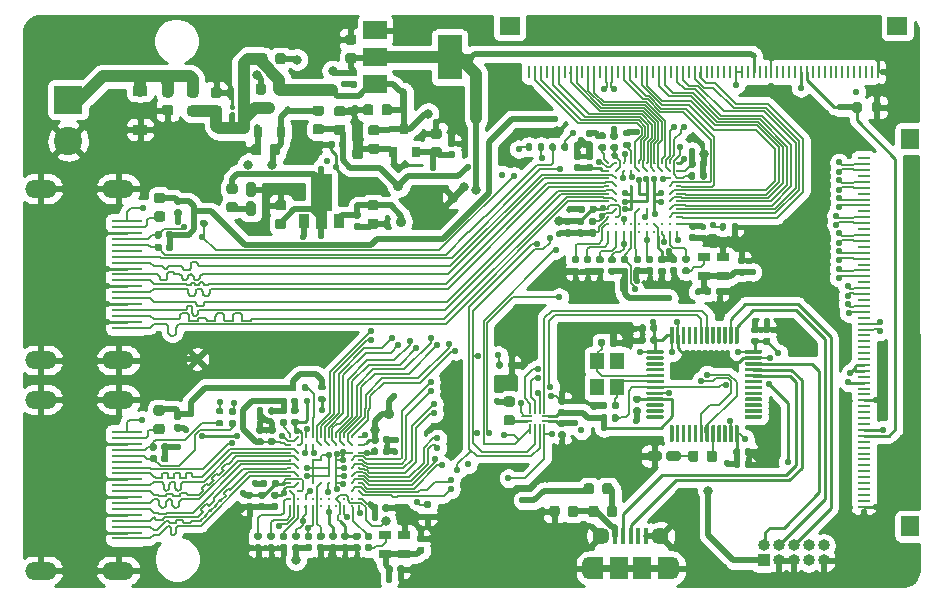
<source format=gbr>
G04 #@! TF.GenerationSoftware,KiCad,Pcbnew,(5.1.10)-1*
G04 #@! TF.CreationDate,2021-12-23T10:23:21+03:00*
G04 #@! TF.ProjectId,hdmi_to_mipi-dsi_converter,68646d69-5f74-46f5-9f6d-6970692d6473,rev?*
G04 #@! TF.SameCoordinates,Original*
G04 #@! TF.FileFunction,Copper,L1,Top*
G04 #@! TF.FilePolarity,Positive*
%FSLAX46Y46*%
G04 Gerber Fmt 4.6, Leading zero omitted, Abs format (unit mm)*
G04 Created by KiCad (PCBNEW (5.1.10)-1) date 2021-12-23 10:23:21*
%MOMM*%
%LPD*%
G01*
G04 APERTURE LIST*
G04 #@! TA.AperFunction,SMDPad,CuDef*
%ADD10R,1.500000X1.700000*%
G04 #@! TD*
G04 #@! TA.AperFunction,SMDPad,CuDef*
%ADD11R,1.100000X0.250000*%
G04 #@! TD*
G04 #@! TA.AperFunction,SMDPad,CuDef*
%ADD12R,2.000000X3.800000*%
G04 #@! TD*
G04 #@! TA.AperFunction,SMDPad,CuDef*
%ADD13R,2.000000X1.500000*%
G04 #@! TD*
G04 #@! TA.AperFunction,ComponentPad*
%ADD14O,2.700000X1.500000*%
G04 #@! TD*
G04 #@! TA.AperFunction,SMDPad,CuDef*
%ADD15R,2.600000X0.280000*%
G04 #@! TD*
G04 #@! TA.AperFunction,ComponentPad*
%ADD16R,1.000000X1.000000*%
G04 #@! TD*
G04 #@! TA.AperFunction,ComponentPad*
%ADD17O,1.000000X1.000000*%
G04 #@! TD*
G04 #@! TA.AperFunction,SMDPad,CuDef*
%ADD18R,1.700000X1.500000*%
G04 #@! TD*
G04 #@! TA.AperFunction,SMDPad,CuDef*
%ADD19R,0.250000X1.100000*%
G04 #@! TD*
G04 #@! TA.AperFunction,ComponentPad*
%ADD20R,2.400000X2.400000*%
G04 #@! TD*
G04 #@! TA.AperFunction,ComponentPad*
%ADD21C,2.400000*%
G04 #@! TD*
G04 #@! TA.AperFunction,SMDPad,CuDef*
%ADD22R,0.800000X0.900000*%
G04 #@! TD*
G04 #@! TA.AperFunction,SMDPad,CuDef*
%ADD23R,1.016000X0.660400*%
G04 #@! TD*
G04 #@! TA.AperFunction,SMDPad,CuDef*
%ADD24R,1.200000X1.400000*%
G04 #@! TD*
G04 #@! TA.AperFunction,SMDPad,CuDef*
%ADD25R,1.500000X1.900000*%
G04 #@! TD*
G04 #@! TA.AperFunction,ComponentPad*
%ADD26C,1.450000*%
G04 #@! TD*
G04 #@! TA.AperFunction,SMDPad,CuDef*
%ADD27R,0.400000X1.350000*%
G04 #@! TD*
G04 #@! TA.AperFunction,ComponentPad*
%ADD28O,1.200000X1.900000*%
G04 #@! TD*
G04 #@! TA.AperFunction,SMDPad,CuDef*
%ADD29R,1.200000X1.900000*%
G04 #@! TD*
G04 #@! TA.AperFunction,SMDPad,CuDef*
%ADD30C,0.900000*%
G04 #@! TD*
G04 #@! TA.AperFunction,SMDPad,CuDef*
%ADD31C,0.250000*%
G04 #@! TD*
G04 #@! TA.AperFunction,SMDPad,CuDef*
%ADD32R,1.200000X0.900000*%
G04 #@! TD*
G04 #@! TA.AperFunction,SMDPad,CuDef*
%ADD33R,0.900000X1.300000*%
G04 #@! TD*
G04 #@! TA.AperFunction,SMDPad,CuDef*
%ADD34C,0.100000*%
G04 #@! TD*
G04 #@! TA.AperFunction,SMDPad,CuDef*
%ADD35R,0.850000X0.200000*%
G04 #@! TD*
G04 #@! TA.AperFunction,SMDPad,CuDef*
%ADD36R,0.200000X0.850000*%
G04 #@! TD*
G04 #@! TA.AperFunction,ViaPad*
%ADD37C,0.550000*%
G04 #@! TD*
G04 #@! TA.AperFunction,ViaPad*
%ADD38C,0.800000*%
G04 #@! TD*
G04 #@! TA.AperFunction,Conductor*
%ADD39C,0.500000*%
G04 #@! TD*
G04 #@! TA.AperFunction,Conductor*
%ADD40C,0.250000*%
G04 #@! TD*
G04 #@! TA.AperFunction,Conductor*
%ADD41C,0.127000*%
G04 #@! TD*
G04 #@! TA.AperFunction,Conductor*
%ADD42C,0.203200*%
G04 #@! TD*
G04 #@! TA.AperFunction,Conductor*
%ADD43C,0.150000*%
G04 #@! TD*
G04 #@! TA.AperFunction,Conductor*
%ADD44C,1.000000*%
G04 #@! TD*
G04 #@! TA.AperFunction,Conductor*
%ADD45C,0.254000*%
G04 #@! TD*
G04 #@! TA.AperFunction,Conductor*
%ADD46C,0.100000*%
G04 #@! TD*
G04 APERTURE END LIST*
D10*
X176160000Y-61060000D03*
X176160000Y-93860000D03*
D11*
X172260000Y-62710000D03*
X172260000Y-63210000D03*
X172260000Y-63710000D03*
X172260000Y-64210000D03*
X172260000Y-64710000D03*
X172260000Y-65210000D03*
X172260000Y-65710000D03*
X172260000Y-66210000D03*
X172260000Y-66710000D03*
X172260000Y-67210000D03*
X172260000Y-67710000D03*
X172260000Y-68210000D03*
X172260000Y-68710000D03*
X172260000Y-69210000D03*
X172260000Y-69710000D03*
X172260000Y-70210000D03*
X172260000Y-70710000D03*
X172260000Y-71210000D03*
X172260000Y-71710000D03*
X172260000Y-72210000D03*
X172260000Y-72710000D03*
X172260000Y-73210000D03*
X172260000Y-73710000D03*
X172260000Y-74210000D03*
X172260000Y-74710000D03*
X172260000Y-75210000D03*
X172260000Y-75710000D03*
X172260000Y-76210000D03*
X172260000Y-76710000D03*
X172260000Y-77210000D03*
X172260000Y-77710000D03*
X172260000Y-78210000D03*
X172260000Y-78710000D03*
X172260000Y-79210000D03*
X172260000Y-79710000D03*
X172260000Y-80210000D03*
X172260000Y-80710000D03*
X172260000Y-81210000D03*
X172260000Y-81710000D03*
X172260000Y-82210000D03*
X172260000Y-82710000D03*
X172260000Y-83210000D03*
X172260000Y-83710000D03*
X172260000Y-84210000D03*
X172260000Y-84710000D03*
X172260000Y-85210000D03*
X172260000Y-85710000D03*
X172260000Y-86210000D03*
X172260000Y-86710000D03*
X172260000Y-87210000D03*
X172260000Y-87710000D03*
X172260000Y-88210000D03*
X172260000Y-88710000D03*
X172260000Y-89210000D03*
X172260000Y-89710000D03*
X172260000Y-90210000D03*
X172260000Y-90710000D03*
X172260000Y-91210000D03*
X172260000Y-91710000D03*
X172260000Y-92210000D03*
G04 #@! TA.AperFunction,SMDPad,CuDef*
G36*
G01*
X125833750Y-59820000D02*
X126346250Y-59820000D01*
G75*
G02*
X126565000Y-60038750I0J-218750D01*
G01*
X126565000Y-60476250D01*
G75*
G02*
X126346250Y-60695000I-218750J0D01*
G01*
X125833750Y-60695000D01*
G75*
G02*
X125615000Y-60476250I0J218750D01*
G01*
X125615000Y-60038750D01*
G75*
G02*
X125833750Y-59820000I218750J0D01*
G01*
G37*
G04 #@! TD.AperFunction*
G04 #@! TA.AperFunction,SMDPad,CuDef*
G36*
G01*
X125833750Y-58245000D02*
X126346250Y-58245000D01*
G75*
G02*
X126565000Y-58463750I0J-218750D01*
G01*
X126565000Y-58901250D01*
G75*
G02*
X126346250Y-59120000I-218750J0D01*
G01*
X125833750Y-59120000D01*
G75*
G02*
X125615000Y-58901250I0J218750D01*
G01*
X125615000Y-58463750D01*
G75*
G02*
X125833750Y-58245000I218750J0D01*
G01*
G37*
G04 #@! TD.AperFunction*
G04 #@! TA.AperFunction,SMDPad,CuDef*
G36*
G01*
X128892500Y-55195000D02*
X129237500Y-55195000D01*
G75*
G02*
X129385000Y-55342500I0J-147500D01*
G01*
X129385000Y-55637500D01*
G75*
G02*
X129237500Y-55785000I-147500J0D01*
G01*
X128892500Y-55785000D01*
G75*
G02*
X128745000Y-55637500I0J147500D01*
G01*
X128745000Y-55342500D01*
G75*
G02*
X128892500Y-55195000I147500J0D01*
G01*
G37*
G04 #@! TD.AperFunction*
G04 #@! TA.AperFunction,SMDPad,CuDef*
G36*
G01*
X128892500Y-56165000D02*
X129237500Y-56165000D01*
G75*
G02*
X129385000Y-56312500I0J-147500D01*
G01*
X129385000Y-56607500D01*
G75*
G02*
X129237500Y-56755000I-147500J0D01*
G01*
X128892500Y-56755000D01*
G75*
G02*
X128745000Y-56607500I0J147500D01*
G01*
X128745000Y-56312500D01*
G75*
G02*
X128892500Y-56165000I147500J0D01*
G01*
G37*
G04 #@! TD.AperFunction*
D12*
X137190000Y-54160000D03*
D13*
X130890000Y-54160000D03*
X130890000Y-56460000D03*
X130890000Y-51860000D03*
D14*
X102600000Y-65300000D03*
X109140000Y-65300000D03*
X109140000Y-79800000D03*
X102600000Y-79800000D03*
D15*
X109900000Y-68050000D03*
X109900000Y-68550000D03*
X109900000Y-69050000D03*
X109900000Y-69550000D03*
X109900000Y-70050000D03*
X109900000Y-70550000D03*
X109900000Y-71050000D03*
X109900000Y-71550000D03*
X109900000Y-72050000D03*
X109900000Y-72550000D03*
X109900000Y-73050000D03*
X109900000Y-73550000D03*
X109900000Y-74050000D03*
X109900000Y-74550000D03*
X109900000Y-75050000D03*
X109900000Y-75550000D03*
X109900000Y-76050000D03*
X109900000Y-76550000D03*
X109900000Y-77050000D03*
D14*
X102600000Y-83150000D03*
X109140000Y-83150000D03*
X109140000Y-97650000D03*
X102600000Y-97650000D03*
D15*
X109900000Y-85900000D03*
X109900000Y-86400000D03*
X109900000Y-86900000D03*
X109900000Y-87400000D03*
X109900000Y-87900000D03*
X109900000Y-88400000D03*
X109900000Y-88900000D03*
X109900000Y-89400000D03*
X109900000Y-89900000D03*
X109900000Y-90400000D03*
X109900000Y-90900000D03*
X109900000Y-91400000D03*
X109900000Y-91900000D03*
X109900000Y-92400000D03*
X109900000Y-92900000D03*
X109900000Y-93400000D03*
X109900000Y-93900000D03*
X109900000Y-94400000D03*
X109900000Y-94900000D03*
G04 #@! TA.AperFunction,SMDPad,CuDef*
G36*
G01*
X114027500Y-67040000D02*
X114372500Y-67040000D01*
G75*
G02*
X114520000Y-67187500I0J-147500D01*
G01*
X114520000Y-67482500D01*
G75*
G02*
X114372500Y-67630000I-147500J0D01*
G01*
X114027500Y-67630000D01*
G75*
G02*
X113880000Y-67482500I0J147500D01*
G01*
X113880000Y-67187500D01*
G75*
G02*
X114027500Y-67040000I147500J0D01*
G01*
G37*
G04 #@! TD.AperFunction*
G04 #@! TA.AperFunction,SMDPad,CuDef*
G36*
G01*
X114027500Y-66070000D02*
X114372500Y-66070000D01*
G75*
G02*
X114520000Y-66217500I0J-147500D01*
G01*
X114520000Y-66512500D01*
G75*
G02*
X114372500Y-66660000I-147500J0D01*
G01*
X114027500Y-66660000D01*
G75*
G02*
X113880000Y-66512500I0J147500D01*
G01*
X113880000Y-66217500D01*
G75*
G02*
X114027500Y-66070000I147500J0D01*
G01*
G37*
G04 #@! TD.AperFunction*
G04 #@! TA.AperFunction,SMDPad,CuDef*
G36*
G01*
X153937500Y-71930000D02*
X154282500Y-71930000D01*
G75*
G02*
X154430000Y-72077500I0J-147500D01*
G01*
X154430000Y-72372500D01*
G75*
G02*
X154282500Y-72520000I-147500J0D01*
G01*
X153937500Y-72520000D01*
G75*
G02*
X153790000Y-72372500I0J147500D01*
G01*
X153790000Y-72077500D01*
G75*
G02*
X153937500Y-71930000I147500J0D01*
G01*
G37*
G04 #@! TD.AperFunction*
G04 #@! TA.AperFunction,SMDPad,CuDef*
G36*
G01*
X153937500Y-70960000D02*
X154282500Y-70960000D01*
G75*
G02*
X154430000Y-71107500I0J-147500D01*
G01*
X154430000Y-71402500D01*
G75*
G02*
X154282500Y-71550000I-147500J0D01*
G01*
X153937500Y-71550000D01*
G75*
G02*
X153790000Y-71402500I0J147500D01*
G01*
X153790000Y-71107500D01*
G75*
G02*
X153937500Y-70960000I147500J0D01*
G01*
G37*
G04 #@! TD.AperFunction*
G04 #@! TA.AperFunction,SMDPad,CuDef*
G36*
G01*
X157425000Y-64362500D02*
X157425000Y-64017500D01*
G75*
G02*
X157572500Y-63870000I147500J0D01*
G01*
X157867500Y-63870000D01*
G75*
G02*
X158015000Y-64017500I0J-147500D01*
G01*
X158015000Y-64362500D01*
G75*
G02*
X157867500Y-64510000I-147500J0D01*
G01*
X157572500Y-64510000D01*
G75*
G02*
X157425000Y-64362500I0J147500D01*
G01*
G37*
G04 #@! TD.AperFunction*
G04 #@! TA.AperFunction,SMDPad,CuDef*
G36*
G01*
X158395000Y-64362500D02*
X158395000Y-64017500D01*
G75*
G02*
X158542500Y-63870000I147500J0D01*
G01*
X158837500Y-63870000D01*
G75*
G02*
X158985000Y-64017500I0J-147500D01*
G01*
X158985000Y-64362500D01*
G75*
G02*
X158837500Y-64510000I-147500J0D01*
G01*
X158542500Y-64510000D01*
G75*
G02*
X158395000Y-64362500I0J147500D01*
G01*
G37*
G04 #@! TD.AperFunction*
G04 #@! TA.AperFunction,SMDPad,CuDef*
G36*
G01*
X155987500Y-71930000D02*
X156332500Y-71930000D01*
G75*
G02*
X156480000Y-72077500I0J-147500D01*
G01*
X156480000Y-72372500D01*
G75*
G02*
X156332500Y-72520000I-147500J0D01*
G01*
X155987500Y-72520000D01*
G75*
G02*
X155840000Y-72372500I0J147500D01*
G01*
X155840000Y-72077500D01*
G75*
G02*
X155987500Y-71930000I147500J0D01*
G01*
G37*
G04 #@! TD.AperFunction*
G04 #@! TA.AperFunction,SMDPad,CuDef*
G36*
G01*
X155987500Y-70960000D02*
X156332500Y-70960000D01*
G75*
G02*
X156480000Y-71107500I0J-147500D01*
G01*
X156480000Y-71402500D01*
G75*
G02*
X156332500Y-71550000I-147500J0D01*
G01*
X155987500Y-71550000D01*
G75*
G02*
X155840000Y-71402500I0J147500D01*
G01*
X155840000Y-71107500D01*
G75*
G02*
X155987500Y-70960000I147500J0D01*
G01*
G37*
G04 #@! TD.AperFunction*
G04 #@! TA.AperFunction,SMDPad,CuDef*
G36*
G01*
X154987500Y-71010000D02*
X155332500Y-71010000D01*
G75*
G02*
X155480000Y-71157500I0J-147500D01*
G01*
X155480000Y-71452500D01*
G75*
G02*
X155332500Y-71600000I-147500J0D01*
G01*
X154987500Y-71600000D01*
G75*
G02*
X154840000Y-71452500I0J147500D01*
G01*
X154840000Y-71157500D01*
G75*
G02*
X154987500Y-71010000I147500J0D01*
G01*
G37*
G04 #@! TD.AperFunction*
G04 #@! TA.AperFunction,SMDPad,CuDef*
G36*
G01*
X154987500Y-71980000D02*
X155332500Y-71980000D01*
G75*
G02*
X155480000Y-72127500I0J-147500D01*
G01*
X155480000Y-72422500D01*
G75*
G02*
X155332500Y-72570000I-147500J0D01*
G01*
X154987500Y-72570000D01*
G75*
G02*
X154840000Y-72422500I0J147500D01*
G01*
X154840000Y-72127500D01*
G75*
G02*
X154987500Y-71980000I147500J0D01*
G01*
G37*
G04 #@! TD.AperFunction*
G04 #@! TA.AperFunction,SMDPad,CuDef*
G36*
G01*
X147037500Y-68730000D02*
X147382500Y-68730000D01*
G75*
G02*
X147530000Y-68877500I0J-147500D01*
G01*
X147530000Y-69172500D01*
G75*
G02*
X147382500Y-69320000I-147500J0D01*
G01*
X147037500Y-69320000D01*
G75*
G02*
X146890000Y-69172500I0J147500D01*
G01*
X146890000Y-68877500D01*
G75*
G02*
X147037500Y-68730000I147500J0D01*
G01*
G37*
G04 #@! TD.AperFunction*
G04 #@! TA.AperFunction,SMDPad,CuDef*
G36*
G01*
X147037500Y-67760000D02*
X147382500Y-67760000D01*
G75*
G02*
X147530000Y-67907500I0J-147500D01*
G01*
X147530000Y-68202500D01*
G75*
G02*
X147382500Y-68350000I-147500J0D01*
G01*
X147037500Y-68350000D01*
G75*
G02*
X146890000Y-68202500I0J147500D01*
G01*
X146890000Y-67907500D01*
G75*
G02*
X147037500Y-67760000I147500J0D01*
G01*
G37*
G04 #@! TD.AperFunction*
G04 #@! TA.AperFunction,SMDPad,CuDef*
G36*
G01*
X148087500Y-67760000D02*
X148432500Y-67760000D01*
G75*
G02*
X148580000Y-67907500I0J-147500D01*
G01*
X148580000Y-68202500D01*
G75*
G02*
X148432500Y-68350000I-147500J0D01*
G01*
X148087500Y-68350000D01*
G75*
G02*
X147940000Y-68202500I0J147500D01*
G01*
X147940000Y-67907500D01*
G75*
G02*
X148087500Y-67760000I147500J0D01*
G01*
G37*
G04 #@! TD.AperFunction*
G04 #@! TA.AperFunction,SMDPad,CuDef*
G36*
G01*
X148087500Y-68730000D02*
X148432500Y-68730000D01*
G75*
G02*
X148580000Y-68877500I0J-147500D01*
G01*
X148580000Y-69172500D01*
G75*
G02*
X148432500Y-69320000I-147500J0D01*
G01*
X148087500Y-69320000D01*
G75*
G02*
X147940000Y-69172500I0J147500D01*
G01*
X147940000Y-68877500D01*
G75*
G02*
X148087500Y-68730000I147500J0D01*
G01*
G37*
G04 #@! TD.AperFunction*
G04 #@! TA.AperFunction,SMDPad,CuDef*
G36*
G01*
X157617500Y-69140000D02*
X157962500Y-69140000D01*
G75*
G02*
X158110000Y-69287500I0J-147500D01*
G01*
X158110000Y-69582500D01*
G75*
G02*
X157962500Y-69730000I-147500J0D01*
G01*
X157617500Y-69730000D01*
G75*
G02*
X157470000Y-69582500I0J147500D01*
G01*
X157470000Y-69287500D01*
G75*
G02*
X157617500Y-69140000I147500J0D01*
G01*
G37*
G04 #@! TD.AperFunction*
G04 #@! TA.AperFunction,SMDPad,CuDef*
G36*
G01*
X157617500Y-68170000D02*
X157962500Y-68170000D01*
G75*
G02*
X158110000Y-68317500I0J-147500D01*
G01*
X158110000Y-68612500D01*
G75*
G02*
X157962500Y-68760000I-147500J0D01*
G01*
X157617500Y-68760000D01*
G75*
G02*
X157470000Y-68612500I0J147500D01*
G01*
X157470000Y-68317500D01*
G75*
G02*
X157617500Y-68170000I147500J0D01*
G01*
G37*
G04 #@! TD.AperFunction*
G04 #@! TA.AperFunction,SMDPad,CuDef*
G36*
G01*
X157435000Y-63362500D02*
X157435000Y-63017500D01*
G75*
G02*
X157582500Y-62870000I147500J0D01*
G01*
X157877500Y-62870000D01*
G75*
G02*
X158025000Y-63017500I0J-147500D01*
G01*
X158025000Y-63362500D01*
G75*
G02*
X157877500Y-63510000I-147500J0D01*
G01*
X157582500Y-63510000D01*
G75*
G02*
X157435000Y-63362500I0J147500D01*
G01*
G37*
G04 #@! TD.AperFunction*
G04 #@! TA.AperFunction,SMDPad,CuDef*
G36*
G01*
X158405000Y-63362500D02*
X158405000Y-63017500D01*
G75*
G02*
X158552500Y-62870000I147500J0D01*
G01*
X158847500Y-62870000D01*
G75*
G02*
X158995000Y-63017500I0J-147500D01*
G01*
X158995000Y-63362500D01*
G75*
G02*
X158847500Y-63510000I-147500J0D01*
G01*
X158552500Y-63510000D01*
G75*
G02*
X158405000Y-63362500I0J147500D01*
G01*
G37*
G04 #@! TD.AperFunction*
G04 #@! TA.AperFunction,SMDPad,CuDef*
G36*
G01*
X151302500Y-62100000D02*
X150957500Y-62100000D01*
G75*
G02*
X150810000Y-61952500I0J147500D01*
G01*
X150810000Y-61657500D01*
G75*
G02*
X150957500Y-61510000I147500J0D01*
G01*
X151302500Y-61510000D01*
G75*
G02*
X151450000Y-61657500I0J-147500D01*
G01*
X151450000Y-61952500D01*
G75*
G02*
X151302500Y-62100000I-147500J0D01*
G01*
G37*
G04 #@! TD.AperFunction*
G04 #@! TA.AperFunction,SMDPad,CuDef*
G36*
G01*
X151302500Y-61130000D02*
X150957500Y-61130000D01*
G75*
G02*
X150810000Y-60982500I0J147500D01*
G01*
X150810000Y-60687500D01*
G75*
G02*
X150957500Y-60540000I147500J0D01*
G01*
X151302500Y-60540000D01*
G75*
G02*
X151450000Y-60687500I0J-147500D01*
G01*
X151450000Y-60982500D01*
G75*
G02*
X151302500Y-61130000I-147500J0D01*
G01*
G37*
G04 #@! TD.AperFunction*
G04 #@! TA.AperFunction,SMDPad,CuDef*
G36*
G01*
X149137500Y-68730000D02*
X149482500Y-68730000D01*
G75*
G02*
X149630000Y-68877500I0J-147500D01*
G01*
X149630000Y-69172500D01*
G75*
G02*
X149482500Y-69320000I-147500J0D01*
G01*
X149137500Y-69320000D01*
G75*
G02*
X148990000Y-69172500I0J147500D01*
G01*
X148990000Y-68877500D01*
G75*
G02*
X149137500Y-68730000I147500J0D01*
G01*
G37*
G04 #@! TD.AperFunction*
G04 #@! TA.AperFunction,SMDPad,CuDef*
G36*
G01*
X149137500Y-67760000D02*
X149482500Y-67760000D01*
G75*
G02*
X149630000Y-67907500I0J-147500D01*
G01*
X149630000Y-68202500D01*
G75*
G02*
X149482500Y-68350000I-147500J0D01*
G01*
X149137500Y-68350000D01*
G75*
G02*
X148990000Y-68202500I0J147500D01*
G01*
X148990000Y-67907500D01*
G75*
G02*
X149137500Y-67760000I147500J0D01*
G01*
G37*
G04 #@! TD.AperFunction*
G04 #@! TA.AperFunction,SMDPad,CuDef*
G36*
G01*
X148182500Y-63810000D02*
X147837500Y-63810000D01*
G75*
G02*
X147690000Y-63662500I0J147500D01*
G01*
X147690000Y-63367500D01*
G75*
G02*
X147837500Y-63220000I147500J0D01*
G01*
X148182500Y-63220000D01*
G75*
G02*
X148330000Y-63367500I0J-147500D01*
G01*
X148330000Y-63662500D01*
G75*
G02*
X148182500Y-63810000I-147500J0D01*
G01*
G37*
G04 #@! TD.AperFunction*
G04 #@! TA.AperFunction,SMDPad,CuDef*
G36*
G01*
X148182500Y-62840000D02*
X147837500Y-62840000D01*
G75*
G02*
X147690000Y-62692500I0J147500D01*
G01*
X147690000Y-62397500D01*
G75*
G02*
X147837500Y-62250000I147500J0D01*
G01*
X148182500Y-62250000D01*
G75*
G02*
X148330000Y-62397500I0J-147500D01*
G01*
X148330000Y-62692500D01*
G75*
G02*
X148182500Y-62840000I-147500J0D01*
G01*
G37*
G04 #@! TD.AperFunction*
G04 #@! TA.AperFunction,SMDPad,CuDef*
G36*
G01*
X149232500Y-62840000D02*
X148887500Y-62840000D01*
G75*
G02*
X148740000Y-62692500I0J147500D01*
G01*
X148740000Y-62397500D01*
G75*
G02*
X148887500Y-62250000I147500J0D01*
G01*
X149232500Y-62250000D01*
G75*
G02*
X149380000Y-62397500I0J-147500D01*
G01*
X149380000Y-62692500D01*
G75*
G02*
X149232500Y-62840000I-147500J0D01*
G01*
G37*
G04 #@! TD.AperFunction*
G04 #@! TA.AperFunction,SMDPad,CuDef*
G36*
G01*
X149232500Y-63810000D02*
X148887500Y-63810000D01*
G75*
G02*
X148740000Y-63662500I0J147500D01*
G01*
X148740000Y-63367500D01*
G75*
G02*
X148887500Y-63220000I147500J0D01*
G01*
X149232500Y-63220000D01*
G75*
G02*
X149380000Y-63367500I0J-147500D01*
G01*
X149380000Y-63662500D01*
G75*
G02*
X149232500Y-63810000I-147500J0D01*
G01*
G37*
G04 #@! TD.AperFunction*
G04 #@! TA.AperFunction,SMDPad,CuDef*
G36*
G01*
X148670000Y-66867500D02*
X148670000Y-67212500D01*
G75*
G02*
X148522500Y-67360000I-147500J0D01*
G01*
X148227500Y-67360000D01*
G75*
G02*
X148080000Y-67212500I0J147500D01*
G01*
X148080000Y-66867500D01*
G75*
G02*
X148227500Y-66720000I147500J0D01*
G01*
X148522500Y-66720000D01*
G75*
G02*
X148670000Y-66867500I0J-147500D01*
G01*
G37*
G04 #@! TD.AperFunction*
G04 #@! TA.AperFunction,SMDPad,CuDef*
G36*
G01*
X149640000Y-66867500D02*
X149640000Y-67212500D01*
G75*
G02*
X149492500Y-67360000I-147500J0D01*
G01*
X149197500Y-67360000D01*
G75*
G02*
X149050000Y-67212500I0J147500D01*
G01*
X149050000Y-66867500D01*
G75*
G02*
X149197500Y-66720000I147500J0D01*
G01*
X149492500Y-66720000D01*
G75*
G02*
X149640000Y-66867500I0J-147500D01*
G01*
G37*
G04 #@! TD.AperFunction*
G04 #@! TA.AperFunction,SMDPad,CuDef*
G36*
G01*
X130513750Y-59897500D02*
X131026250Y-59897500D01*
G75*
G02*
X131245000Y-60116250I0J-218750D01*
G01*
X131245000Y-60553750D01*
G75*
G02*
X131026250Y-60772500I-218750J0D01*
G01*
X130513750Y-60772500D01*
G75*
G02*
X130295000Y-60553750I0J218750D01*
G01*
X130295000Y-60116250D01*
G75*
G02*
X130513750Y-59897500I218750J0D01*
G01*
G37*
G04 #@! TD.AperFunction*
G04 #@! TA.AperFunction,SMDPad,CuDef*
G36*
G01*
X130513750Y-61472500D02*
X131026250Y-61472500D01*
G75*
G02*
X131245000Y-61691250I0J-218750D01*
G01*
X131245000Y-62128750D01*
G75*
G02*
X131026250Y-62347500I-218750J0D01*
G01*
X130513750Y-62347500D01*
G75*
G02*
X130295000Y-62128750I0J218750D01*
G01*
X130295000Y-61691250D01*
G75*
G02*
X130513750Y-61472500I218750J0D01*
G01*
G37*
G04 #@! TD.AperFunction*
G04 #@! TA.AperFunction,SMDPad,CuDef*
G36*
G01*
X130740000Y-58353750D02*
X130740000Y-58866250D01*
G75*
G02*
X130521250Y-59085000I-218750J0D01*
G01*
X130083750Y-59085000D01*
G75*
G02*
X129865000Y-58866250I0J218750D01*
G01*
X129865000Y-58353750D01*
G75*
G02*
X130083750Y-58135000I218750J0D01*
G01*
X130521250Y-58135000D01*
G75*
G02*
X130740000Y-58353750I0J-218750D01*
G01*
G37*
G04 #@! TD.AperFunction*
G04 #@! TA.AperFunction,SMDPad,CuDef*
G36*
G01*
X132315000Y-58353750D02*
X132315000Y-58866250D01*
G75*
G02*
X132096250Y-59085000I-218750J0D01*
G01*
X131658750Y-59085000D01*
G75*
G02*
X131440000Y-58866250I0J218750D01*
G01*
X131440000Y-58353750D01*
G75*
G02*
X131658750Y-58135000I218750J0D01*
G01*
X132096250Y-58135000D01*
G75*
G02*
X132315000Y-58353750I0J-218750D01*
G01*
G37*
G04 #@! TD.AperFunction*
G04 #@! TA.AperFunction,SMDPad,CuDef*
G36*
G01*
X123150250Y-67130000D02*
X122637750Y-67130000D01*
G75*
G02*
X122419000Y-66911250I0J218750D01*
G01*
X122419000Y-66473750D01*
G75*
G02*
X122637750Y-66255000I218750J0D01*
G01*
X123150250Y-66255000D01*
G75*
G02*
X123369000Y-66473750I0J-218750D01*
G01*
X123369000Y-66911250D01*
G75*
G02*
X123150250Y-67130000I-218750J0D01*
G01*
G37*
G04 #@! TD.AperFunction*
G04 #@! TA.AperFunction,SMDPad,CuDef*
G36*
G01*
X123150250Y-68705000D02*
X122637750Y-68705000D01*
G75*
G02*
X122419000Y-68486250I0J218750D01*
G01*
X122419000Y-68048750D01*
G75*
G02*
X122637750Y-67830000I218750J0D01*
G01*
X123150250Y-67830000D01*
G75*
G02*
X123369000Y-68048750I0J-218750D01*
G01*
X123369000Y-68486250D01*
G75*
G02*
X123150250Y-68705000I-218750J0D01*
G01*
G37*
G04 #@! TD.AperFunction*
G04 #@! TA.AperFunction,SMDPad,CuDef*
G36*
G01*
X121640000Y-56593750D02*
X121640000Y-57106250D01*
G75*
G02*
X121421250Y-57325000I-218750J0D01*
G01*
X120983750Y-57325000D01*
G75*
G02*
X120765000Y-57106250I0J218750D01*
G01*
X120765000Y-56593750D01*
G75*
G02*
X120983750Y-56375000I218750J0D01*
G01*
X121421250Y-56375000D01*
G75*
G02*
X121640000Y-56593750I0J-218750D01*
G01*
G37*
G04 #@! TD.AperFunction*
G04 #@! TA.AperFunction,SMDPad,CuDef*
G36*
G01*
X123215000Y-56593750D02*
X123215000Y-57106250D01*
G75*
G02*
X122996250Y-57325000I-218750J0D01*
G01*
X122558750Y-57325000D01*
G75*
G02*
X122340000Y-57106250I0J218750D01*
G01*
X122340000Y-56593750D01*
G75*
G02*
X122558750Y-56375000I218750J0D01*
G01*
X122996250Y-56375000D01*
G75*
G02*
X123215000Y-56593750I0J-218750D01*
G01*
G37*
G04 #@! TD.AperFunction*
G04 #@! TA.AperFunction,SMDPad,CuDef*
G36*
G01*
X129096250Y-54672500D02*
X128583750Y-54672500D01*
G75*
G02*
X128365000Y-54453750I0J218750D01*
G01*
X128365000Y-54016250D01*
G75*
G02*
X128583750Y-53797500I218750J0D01*
G01*
X129096250Y-53797500D01*
G75*
G02*
X129315000Y-54016250I0J-218750D01*
G01*
X129315000Y-54453750D01*
G75*
G02*
X129096250Y-54672500I-218750J0D01*
G01*
G37*
G04 #@! TD.AperFunction*
G04 #@! TA.AperFunction,SMDPad,CuDef*
G36*
G01*
X129096250Y-53097500D02*
X128583750Y-53097500D01*
G75*
G02*
X128365000Y-52878750I0J218750D01*
G01*
X128365000Y-52441250D01*
G75*
G02*
X128583750Y-52222500I218750J0D01*
G01*
X129096250Y-52222500D01*
G75*
G02*
X129315000Y-52441250I0J-218750D01*
G01*
X129315000Y-52878750D01*
G75*
G02*
X129096250Y-53097500I-218750J0D01*
G01*
G37*
G04 #@! TD.AperFunction*
G04 #@! TA.AperFunction,SMDPad,CuDef*
G36*
G01*
X121270000Y-61733750D02*
X121270000Y-62246250D01*
G75*
G02*
X121051250Y-62465000I-218750J0D01*
G01*
X120613750Y-62465000D01*
G75*
G02*
X120395000Y-62246250I0J218750D01*
G01*
X120395000Y-61733750D01*
G75*
G02*
X120613750Y-61515000I218750J0D01*
G01*
X121051250Y-61515000D01*
G75*
G02*
X121270000Y-61733750I0J-218750D01*
G01*
G37*
G04 #@! TD.AperFunction*
G04 #@! TA.AperFunction,SMDPad,CuDef*
G36*
G01*
X122845000Y-61733750D02*
X122845000Y-62246250D01*
G75*
G02*
X122626250Y-62465000I-218750J0D01*
G01*
X122188750Y-62465000D01*
G75*
G02*
X121970000Y-62246250I0J218750D01*
G01*
X121970000Y-61733750D01*
G75*
G02*
X122188750Y-61515000I218750J0D01*
G01*
X122626250Y-61515000D01*
G75*
G02*
X122845000Y-61733750I0J-218750D01*
G01*
G37*
G04 #@! TD.AperFunction*
G04 #@! TA.AperFunction,SMDPad,CuDef*
G36*
G01*
X149737500Y-71010000D02*
X150082500Y-71010000D01*
G75*
G02*
X150230000Y-71157500I0J-147500D01*
G01*
X150230000Y-71452500D01*
G75*
G02*
X150082500Y-71600000I-147500J0D01*
G01*
X149737500Y-71600000D01*
G75*
G02*
X149590000Y-71452500I0J147500D01*
G01*
X149590000Y-71157500D01*
G75*
G02*
X149737500Y-71010000I147500J0D01*
G01*
G37*
G04 #@! TD.AperFunction*
G04 #@! TA.AperFunction,SMDPad,CuDef*
G36*
G01*
X149737500Y-71980000D02*
X150082500Y-71980000D01*
G75*
G02*
X150230000Y-72127500I0J-147500D01*
G01*
X150230000Y-72422500D01*
G75*
G02*
X150082500Y-72570000I-147500J0D01*
G01*
X149737500Y-72570000D01*
G75*
G02*
X149590000Y-72422500I0J147500D01*
G01*
X149590000Y-72127500D01*
G75*
G02*
X149737500Y-71980000I147500J0D01*
G01*
G37*
G04 #@! TD.AperFunction*
G04 #@! TA.AperFunction,SMDPad,CuDef*
G36*
G01*
X148687500Y-71010000D02*
X149032500Y-71010000D01*
G75*
G02*
X149180000Y-71157500I0J-147500D01*
G01*
X149180000Y-71452500D01*
G75*
G02*
X149032500Y-71600000I-147500J0D01*
G01*
X148687500Y-71600000D01*
G75*
G02*
X148540000Y-71452500I0J147500D01*
G01*
X148540000Y-71157500D01*
G75*
G02*
X148687500Y-71010000I147500J0D01*
G01*
G37*
G04 #@! TD.AperFunction*
G04 #@! TA.AperFunction,SMDPad,CuDef*
G36*
G01*
X148687500Y-71980000D02*
X149032500Y-71980000D01*
G75*
G02*
X149180000Y-72127500I0J-147500D01*
G01*
X149180000Y-72422500D01*
G75*
G02*
X149032500Y-72570000I-147500J0D01*
G01*
X148687500Y-72570000D01*
G75*
G02*
X148540000Y-72422500I0J147500D01*
G01*
X148540000Y-72127500D01*
G75*
G02*
X148687500Y-71980000I147500J0D01*
G01*
G37*
G04 #@! TD.AperFunction*
G04 #@! TA.AperFunction,SMDPad,CuDef*
G36*
G01*
X147687500Y-71980000D02*
X148032500Y-71980000D01*
G75*
G02*
X148180000Y-72127500I0J-147500D01*
G01*
X148180000Y-72422500D01*
G75*
G02*
X148032500Y-72570000I-147500J0D01*
G01*
X147687500Y-72570000D01*
G75*
G02*
X147540000Y-72422500I0J147500D01*
G01*
X147540000Y-72127500D01*
G75*
G02*
X147687500Y-71980000I147500J0D01*
G01*
G37*
G04 #@! TD.AperFunction*
G04 #@! TA.AperFunction,SMDPad,CuDef*
G36*
G01*
X147687500Y-71010000D02*
X148032500Y-71010000D01*
G75*
G02*
X148180000Y-71157500I0J-147500D01*
G01*
X148180000Y-71452500D01*
G75*
G02*
X148032500Y-71600000I-147500J0D01*
G01*
X147687500Y-71600000D01*
G75*
G02*
X147540000Y-71452500I0J147500D01*
G01*
X147540000Y-71157500D01*
G75*
G02*
X147687500Y-71010000I147500J0D01*
G01*
G37*
G04 #@! TD.AperFunction*
G04 #@! TA.AperFunction,SMDPad,CuDef*
G36*
G01*
X146510000Y-92343750D02*
X146510000Y-92856250D01*
G75*
G02*
X146291250Y-93075000I-218750J0D01*
G01*
X145853750Y-93075000D01*
G75*
G02*
X145635000Y-92856250I0J218750D01*
G01*
X145635000Y-92343750D01*
G75*
G02*
X145853750Y-92125000I218750J0D01*
G01*
X146291250Y-92125000D01*
G75*
G02*
X146510000Y-92343750I0J-218750D01*
G01*
G37*
G04 #@! TD.AperFunction*
G04 #@! TA.AperFunction,SMDPad,CuDef*
G36*
G01*
X148085000Y-92343750D02*
X148085000Y-92856250D01*
G75*
G02*
X147866250Y-93075000I-218750J0D01*
G01*
X147428750Y-93075000D01*
G75*
G02*
X147210000Y-92856250I0J218750D01*
G01*
X147210000Y-92343750D01*
G75*
G02*
X147428750Y-92125000I218750J0D01*
G01*
X147866250Y-92125000D01*
G75*
G02*
X148085000Y-92343750I0J-218750D01*
G01*
G37*
G04 #@! TD.AperFunction*
G04 #@! TA.AperFunction,SMDPad,CuDef*
G36*
G01*
X149770000Y-78512500D02*
X149770000Y-78167500D01*
G75*
G02*
X149917500Y-78020000I147500J0D01*
G01*
X150212500Y-78020000D01*
G75*
G02*
X150360000Y-78167500I0J-147500D01*
G01*
X150360000Y-78512500D01*
G75*
G02*
X150212500Y-78660000I-147500J0D01*
G01*
X149917500Y-78660000D01*
G75*
G02*
X149770000Y-78512500I0J147500D01*
G01*
G37*
G04 #@! TD.AperFunction*
G04 #@! TA.AperFunction,SMDPad,CuDef*
G36*
G01*
X150740000Y-78512500D02*
X150740000Y-78167500D01*
G75*
G02*
X150887500Y-78020000I147500J0D01*
G01*
X151182500Y-78020000D01*
G75*
G02*
X151330000Y-78167500I0J-147500D01*
G01*
X151330000Y-78512500D01*
G75*
G02*
X151182500Y-78660000I-147500J0D01*
G01*
X150887500Y-78660000D01*
G75*
G02*
X150740000Y-78512500I0J147500D01*
G01*
G37*
G04 #@! TD.AperFunction*
G04 #@! TA.AperFunction,SMDPad,CuDef*
G36*
G01*
X151510000Y-83467500D02*
X151510000Y-83812500D01*
G75*
G02*
X151362500Y-83960000I-147500J0D01*
G01*
X151067500Y-83960000D01*
G75*
G02*
X150920000Y-83812500I0J147500D01*
G01*
X150920000Y-83467500D01*
G75*
G02*
X151067500Y-83320000I147500J0D01*
G01*
X151362500Y-83320000D01*
G75*
G02*
X151510000Y-83467500I0J-147500D01*
G01*
G37*
G04 #@! TD.AperFunction*
G04 #@! TA.AperFunction,SMDPad,CuDef*
G36*
G01*
X150540000Y-83467500D02*
X150540000Y-83812500D01*
G75*
G02*
X150392500Y-83960000I-147500J0D01*
G01*
X150097500Y-83960000D01*
G75*
G02*
X149950000Y-83812500I0J147500D01*
G01*
X149950000Y-83467500D01*
G75*
G02*
X150097500Y-83320000I147500J0D01*
G01*
X150392500Y-83320000D01*
G75*
G02*
X150540000Y-83467500I0J-147500D01*
G01*
G37*
G04 #@! TD.AperFunction*
G04 #@! TA.AperFunction,SMDPad,CuDef*
G36*
G01*
X153932500Y-88132500D02*
X153932500Y-87707500D01*
G75*
G02*
X154145000Y-87495000I212500J0D01*
G01*
X154945000Y-87495000D01*
G75*
G02*
X155157500Y-87707500I0J-212500D01*
G01*
X155157500Y-88132500D01*
G75*
G02*
X154945000Y-88345000I-212500J0D01*
G01*
X154145000Y-88345000D01*
G75*
G02*
X153932500Y-88132500I0J212500D01*
G01*
G37*
G04 #@! TD.AperFunction*
G04 #@! TA.AperFunction,SMDPad,CuDef*
G36*
G01*
X155557500Y-88132500D02*
X155557500Y-87707500D01*
G75*
G02*
X155770000Y-87495000I212500J0D01*
G01*
X156570000Y-87495000D01*
G75*
G02*
X156782500Y-87707500I0J-212500D01*
G01*
X156782500Y-88132500D01*
G75*
G02*
X156570000Y-88345000I-212500J0D01*
G01*
X155770000Y-88345000D01*
G75*
G02*
X155557500Y-88132500I0J212500D01*
G01*
G37*
G04 #@! TD.AperFunction*
G04 #@! TA.AperFunction,SMDPad,CuDef*
G36*
G01*
X120163500Y-66370000D02*
X120588500Y-66370000D01*
G75*
G02*
X120801000Y-66582500I0J-212500D01*
G01*
X120801000Y-67382500D01*
G75*
G02*
X120588500Y-67595000I-212500J0D01*
G01*
X120163500Y-67595000D01*
G75*
G02*
X119951000Y-67382500I0J212500D01*
G01*
X119951000Y-66582500D01*
G75*
G02*
X120163500Y-66370000I212500J0D01*
G01*
G37*
G04 #@! TD.AperFunction*
G04 #@! TA.AperFunction,SMDPad,CuDef*
G36*
G01*
X120163500Y-64745000D02*
X120588500Y-64745000D01*
G75*
G02*
X120801000Y-64957500I0J-212500D01*
G01*
X120801000Y-65757500D01*
G75*
G02*
X120588500Y-65970000I-212500J0D01*
G01*
X120163500Y-65970000D01*
G75*
G02*
X119951000Y-65757500I0J212500D01*
G01*
X119951000Y-64957500D01*
G75*
G02*
X120163500Y-64745000I212500J0D01*
G01*
G37*
G04 #@! TD.AperFunction*
D16*
X163780000Y-96760000D03*
D17*
X163780000Y-95490000D03*
X165050000Y-96760000D03*
X165050000Y-95490000D03*
X166320000Y-96760000D03*
X166320000Y-95490000D03*
X167590000Y-96760000D03*
X167590000Y-95490000D03*
X168860000Y-96760000D03*
X168860000Y-95490000D03*
D18*
X142300000Y-51500000D03*
X175100000Y-51500000D03*
D19*
X143950000Y-55400000D03*
X144450000Y-55400000D03*
X144950000Y-55400000D03*
X145450000Y-55400000D03*
X145950000Y-55400000D03*
X146450000Y-55400000D03*
X146950000Y-55400000D03*
X147450000Y-55400000D03*
X147950000Y-55400000D03*
X148450000Y-55400000D03*
X148950000Y-55400000D03*
X149450000Y-55400000D03*
X149950000Y-55400000D03*
X150450000Y-55400000D03*
X150950000Y-55400000D03*
X151450000Y-55400000D03*
X151950000Y-55400000D03*
X152450000Y-55400000D03*
X152950000Y-55400000D03*
X153450000Y-55400000D03*
X153950000Y-55400000D03*
X154450000Y-55400000D03*
X154950000Y-55400000D03*
X155450000Y-55400000D03*
X155950000Y-55400000D03*
X156450000Y-55400000D03*
X156950000Y-55400000D03*
X157450000Y-55400000D03*
X157950000Y-55400000D03*
X158450000Y-55400000D03*
X158950000Y-55400000D03*
X159450000Y-55400000D03*
X159950000Y-55400000D03*
X160450000Y-55400000D03*
X160950000Y-55400000D03*
X161450000Y-55400000D03*
X161950000Y-55400000D03*
X162450000Y-55400000D03*
X162950000Y-55400000D03*
X163450000Y-55400000D03*
X163950000Y-55400000D03*
X164450000Y-55400000D03*
X164950000Y-55400000D03*
X165450000Y-55400000D03*
X165950000Y-55400000D03*
X166450000Y-55400000D03*
X166950000Y-55400000D03*
X167450000Y-55400000D03*
X167950000Y-55400000D03*
X168450000Y-55400000D03*
X168950000Y-55400000D03*
X169450000Y-55400000D03*
X169950000Y-55400000D03*
X170450000Y-55400000D03*
X170950000Y-55400000D03*
X171450000Y-55400000D03*
X171950000Y-55400000D03*
X172450000Y-55400000D03*
X172950000Y-55400000D03*
X173450000Y-55400000D03*
D20*
X104900000Y-57750000D03*
D21*
X104900000Y-61250000D03*
G04 #@! TA.AperFunction,SMDPad,CuDef*
G36*
G01*
X157037500Y-70960000D02*
X157382500Y-70960000D01*
G75*
G02*
X157530000Y-71107500I0J-147500D01*
G01*
X157530000Y-71402500D01*
G75*
G02*
X157382500Y-71550000I-147500J0D01*
G01*
X157037500Y-71550000D01*
G75*
G02*
X156890000Y-71402500I0J147500D01*
G01*
X156890000Y-71107500D01*
G75*
G02*
X157037500Y-70960000I147500J0D01*
G01*
G37*
G04 #@! TD.AperFunction*
G04 #@! TA.AperFunction,SMDPad,CuDef*
G36*
G01*
X157037500Y-71930000D02*
X157382500Y-71930000D01*
G75*
G02*
X157530000Y-72077500I0J-147500D01*
G01*
X157530000Y-72372500D01*
G75*
G02*
X157382500Y-72520000I-147500J0D01*
G01*
X157037500Y-72520000D01*
G75*
G02*
X156890000Y-72372500I0J147500D01*
G01*
X156890000Y-72077500D01*
G75*
G02*
X157037500Y-71930000I147500J0D01*
G01*
G37*
G04 #@! TD.AperFunction*
G04 #@! TA.AperFunction,SMDPad,CuDef*
G36*
G01*
X153282500Y-72520000D02*
X152937500Y-72520000D01*
G75*
G02*
X152790000Y-72372500I0J147500D01*
G01*
X152790000Y-72077500D01*
G75*
G02*
X152937500Y-71930000I147500J0D01*
G01*
X153282500Y-71930000D01*
G75*
G02*
X153430000Y-72077500I0J-147500D01*
G01*
X153430000Y-72372500D01*
G75*
G02*
X153282500Y-72520000I-147500J0D01*
G01*
G37*
G04 #@! TD.AperFunction*
G04 #@! TA.AperFunction,SMDPad,CuDef*
G36*
G01*
X153282500Y-71550000D02*
X152937500Y-71550000D01*
G75*
G02*
X152790000Y-71402500I0J147500D01*
G01*
X152790000Y-71107500D01*
G75*
G02*
X152937500Y-70960000I147500J0D01*
G01*
X153282500Y-70960000D01*
G75*
G02*
X153430000Y-71107500I0J-147500D01*
G01*
X153430000Y-71402500D01*
G75*
G02*
X153282500Y-71550000I-147500J0D01*
G01*
G37*
G04 #@! TD.AperFunction*
G04 #@! TA.AperFunction,SMDPad,CuDef*
G36*
G01*
X142506250Y-85325000D02*
X141993750Y-85325000D01*
G75*
G02*
X141775000Y-85106250I0J218750D01*
G01*
X141775000Y-84668750D01*
G75*
G02*
X141993750Y-84450000I218750J0D01*
G01*
X142506250Y-84450000D01*
G75*
G02*
X142725000Y-84668750I0J-218750D01*
G01*
X142725000Y-85106250D01*
G75*
G02*
X142506250Y-85325000I-218750J0D01*
G01*
G37*
G04 #@! TD.AperFunction*
G04 #@! TA.AperFunction,SMDPad,CuDef*
G36*
G01*
X142506250Y-83750000D02*
X141993750Y-83750000D01*
G75*
G02*
X141775000Y-83531250I0J218750D01*
G01*
X141775000Y-83093750D01*
G75*
G02*
X141993750Y-82875000I218750J0D01*
G01*
X142506250Y-82875000D01*
G75*
G02*
X142725000Y-83093750I0J-218750D01*
G01*
X142725000Y-83531250D01*
G75*
G02*
X142506250Y-83750000I-218750J0D01*
G01*
G37*
G04 #@! TD.AperFunction*
G04 #@! TA.AperFunction,SMDPad,CuDef*
G36*
G01*
X159845000Y-87693750D02*
X159845000Y-88206250D01*
G75*
G02*
X159626250Y-88425000I-218750J0D01*
G01*
X159188750Y-88425000D01*
G75*
G02*
X158970000Y-88206250I0J218750D01*
G01*
X158970000Y-87693750D01*
G75*
G02*
X159188750Y-87475000I218750J0D01*
G01*
X159626250Y-87475000D01*
G75*
G02*
X159845000Y-87693750I0J-218750D01*
G01*
G37*
G04 #@! TD.AperFunction*
G04 #@! TA.AperFunction,SMDPad,CuDef*
G36*
G01*
X158270000Y-87693750D02*
X158270000Y-88206250D01*
G75*
G02*
X158051250Y-88425000I-218750J0D01*
G01*
X157613750Y-88425000D01*
G75*
G02*
X157395000Y-88206250I0J218750D01*
G01*
X157395000Y-87693750D01*
G75*
G02*
X157613750Y-87475000I218750J0D01*
G01*
X158051250Y-87475000D01*
G75*
G02*
X158270000Y-87693750I0J-218750D01*
G01*
G37*
G04 #@! TD.AperFunction*
G04 #@! TA.AperFunction,SMDPad,CuDef*
G36*
G01*
X118519750Y-64845000D02*
X119032250Y-64845000D01*
G75*
G02*
X119251000Y-65063750I0J-218750D01*
G01*
X119251000Y-65501250D01*
G75*
G02*
X119032250Y-65720000I-218750J0D01*
G01*
X118519750Y-65720000D01*
G75*
G02*
X118301000Y-65501250I0J218750D01*
G01*
X118301000Y-65063750D01*
G75*
G02*
X118519750Y-64845000I218750J0D01*
G01*
G37*
G04 #@! TD.AperFunction*
G04 #@! TA.AperFunction,SMDPad,CuDef*
G36*
G01*
X118519750Y-66420000D02*
X119032250Y-66420000D01*
G75*
G02*
X119251000Y-66638750I0J-218750D01*
G01*
X119251000Y-67076250D01*
G75*
G02*
X119032250Y-67295000I-218750J0D01*
G01*
X118519750Y-67295000D01*
G75*
G02*
X118301000Y-67076250I0J218750D01*
G01*
X118301000Y-66638750D01*
G75*
G02*
X118519750Y-66420000I218750J0D01*
G01*
G37*
G04 #@! TD.AperFunction*
D22*
X133370000Y-60210000D03*
X134320000Y-62210000D03*
X132420000Y-62210000D03*
X121940000Y-58450000D03*
X122890000Y-60450000D03*
X120990000Y-60450000D03*
G04 #@! TA.AperFunction,SMDPad,CuDef*
G36*
G01*
X153860000Y-79185000D02*
X153860000Y-79035000D01*
G75*
G02*
X153935000Y-78960000I75000J0D01*
G01*
X155260000Y-78960000D01*
G75*
G02*
X155335000Y-79035000I0J-75000D01*
G01*
X155335000Y-79185000D01*
G75*
G02*
X155260000Y-79260000I-75000J0D01*
G01*
X153935000Y-79260000D01*
G75*
G02*
X153860000Y-79185000I0J75000D01*
G01*
G37*
G04 #@! TD.AperFunction*
G04 #@! TA.AperFunction,SMDPad,CuDef*
G36*
G01*
X153860000Y-79685000D02*
X153860000Y-79535000D01*
G75*
G02*
X153935000Y-79460000I75000J0D01*
G01*
X155260000Y-79460000D01*
G75*
G02*
X155335000Y-79535000I0J-75000D01*
G01*
X155335000Y-79685000D01*
G75*
G02*
X155260000Y-79760000I-75000J0D01*
G01*
X153935000Y-79760000D01*
G75*
G02*
X153860000Y-79685000I0J75000D01*
G01*
G37*
G04 #@! TD.AperFunction*
G04 #@! TA.AperFunction,SMDPad,CuDef*
G36*
G01*
X153860000Y-80185000D02*
X153860000Y-80035000D01*
G75*
G02*
X153935000Y-79960000I75000J0D01*
G01*
X155260000Y-79960000D01*
G75*
G02*
X155335000Y-80035000I0J-75000D01*
G01*
X155335000Y-80185000D01*
G75*
G02*
X155260000Y-80260000I-75000J0D01*
G01*
X153935000Y-80260000D01*
G75*
G02*
X153860000Y-80185000I0J75000D01*
G01*
G37*
G04 #@! TD.AperFunction*
G04 #@! TA.AperFunction,SMDPad,CuDef*
G36*
G01*
X153860000Y-80685000D02*
X153860000Y-80535000D01*
G75*
G02*
X153935000Y-80460000I75000J0D01*
G01*
X155260000Y-80460000D01*
G75*
G02*
X155335000Y-80535000I0J-75000D01*
G01*
X155335000Y-80685000D01*
G75*
G02*
X155260000Y-80760000I-75000J0D01*
G01*
X153935000Y-80760000D01*
G75*
G02*
X153860000Y-80685000I0J75000D01*
G01*
G37*
G04 #@! TD.AperFunction*
G04 #@! TA.AperFunction,SMDPad,CuDef*
G36*
G01*
X153860000Y-81185000D02*
X153860000Y-81035000D01*
G75*
G02*
X153935000Y-80960000I75000J0D01*
G01*
X155260000Y-80960000D01*
G75*
G02*
X155335000Y-81035000I0J-75000D01*
G01*
X155335000Y-81185000D01*
G75*
G02*
X155260000Y-81260000I-75000J0D01*
G01*
X153935000Y-81260000D01*
G75*
G02*
X153860000Y-81185000I0J75000D01*
G01*
G37*
G04 #@! TD.AperFunction*
G04 #@! TA.AperFunction,SMDPad,CuDef*
G36*
G01*
X153860000Y-81685000D02*
X153860000Y-81535000D01*
G75*
G02*
X153935000Y-81460000I75000J0D01*
G01*
X155260000Y-81460000D01*
G75*
G02*
X155335000Y-81535000I0J-75000D01*
G01*
X155335000Y-81685000D01*
G75*
G02*
X155260000Y-81760000I-75000J0D01*
G01*
X153935000Y-81760000D01*
G75*
G02*
X153860000Y-81685000I0J75000D01*
G01*
G37*
G04 #@! TD.AperFunction*
G04 #@! TA.AperFunction,SMDPad,CuDef*
G36*
G01*
X153860000Y-82185000D02*
X153860000Y-82035000D01*
G75*
G02*
X153935000Y-81960000I75000J0D01*
G01*
X155260000Y-81960000D01*
G75*
G02*
X155335000Y-82035000I0J-75000D01*
G01*
X155335000Y-82185000D01*
G75*
G02*
X155260000Y-82260000I-75000J0D01*
G01*
X153935000Y-82260000D01*
G75*
G02*
X153860000Y-82185000I0J75000D01*
G01*
G37*
G04 #@! TD.AperFunction*
G04 #@! TA.AperFunction,SMDPad,CuDef*
G36*
G01*
X153860000Y-82685000D02*
X153860000Y-82535000D01*
G75*
G02*
X153935000Y-82460000I75000J0D01*
G01*
X155260000Y-82460000D01*
G75*
G02*
X155335000Y-82535000I0J-75000D01*
G01*
X155335000Y-82685000D01*
G75*
G02*
X155260000Y-82760000I-75000J0D01*
G01*
X153935000Y-82760000D01*
G75*
G02*
X153860000Y-82685000I0J75000D01*
G01*
G37*
G04 #@! TD.AperFunction*
G04 #@! TA.AperFunction,SMDPad,CuDef*
G36*
G01*
X153860000Y-83185000D02*
X153860000Y-83035000D01*
G75*
G02*
X153935000Y-82960000I75000J0D01*
G01*
X155260000Y-82960000D01*
G75*
G02*
X155335000Y-83035000I0J-75000D01*
G01*
X155335000Y-83185000D01*
G75*
G02*
X155260000Y-83260000I-75000J0D01*
G01*
X153935000Y-83260000D01*
G75*
G02*
X153860000Y-83185000I0J75000D01*
G01*
G37*
G04 #@! TD.AperFunction*
G04 #@! TA.AperFunction,SMDPad,CuDef*
G36*
G01*
X153860000Y-83685000D02*
X153860000Y-83535000D01*
G75*
G02*
X153935000Y-83460000I75000J0D01*
G01*
X155260000Y-83460000D01*
G75*
G02*
X155335000Y-83535000I0J-75000D01*
G01*
X155335000Y-83685000D01*
G75*
G02*
X155260000Y-83760000I-75000J0D01*
G01*
X153935000Y-83760000D01*
G75*
G02*
X153860000Y-83685000I0J75000D01*
G01*
G37*
G04 #@! TD.AperFunction*
G04 #@! TA.AperFunction,SMDPad,CuDef*
G36*
G01*
X153860000Y-84185000D02*
X153860000Y-84035000D01*
G75*
G02*
X153935000Y-83960000I75000J0D01*
G01*
X155260000Y-83960000D01*
G75*
G02*
X155335000Y-84035000I0J-75000D01*
G01*
X155335000Y-84185000D01*
G75*
G02*
X155260000Y-84260000I-75000J0D01*
G01*
X153935000Y-84260000D01*
G75*
G02*
X153860000Y-84185000I0J75000D01*
G01*
G37*
G04 #@! TD.AperFunction*
G04 #@! TA.AperFunction,SMDPad,CuDef*
G36*
G01*
X153860000Y-84685000D02*
X153860000Y-84535000D01*
G75*
G02*
X153935000Y-84460000I75000J0D01*
G01*
X155260000Y-84460000D01*
G75*
G02*
X155335000Y-84535000I0J-75000D01*
G01*
X155335000Y-84685000D01*
G75*
G02*
X155260000Y-84760000I-75000J0D01*
G01*
X153935000Y-84760000D01*
G75*
G02*
X153860000Y-84685000I0J75000D01*
G01*
G37*
G04 #@! TD.AperFunction*
G04 #@! TA.AperFunction,SMDPad,CuDef*
G36*
G01*
X155860000Y-86685000D02*
X155860000Y-85360000D01*
G75*
G02*
X155935000Y-85285000I75000J0D01*
G01*
X156085000Y-85285000D01*
G75*
G02*
X156160000Y-85360000I0J-75000D01*
G01*
X156160000Y-86685000D01*
G75*
G02*
X156085000Y-86760000I-75000J0D01*
G01*
X155935000Y-86760000D01*
G75*
G02*
X155860000Y-86685000I0J75000D01*
G01*
G37*
G04 #@! TD.AperFunction*
G04 #@! TA.AperFunction,SMDPad,CuDef*
G36*
G01*
X156360000Y-86685000D02*
X156360000Y-85360000D01*
G75*
G02*
X156435000Y-85285000I75000J0D01*
G01*
X156585000Y-85285000D01*
G75*
G02*
X156660000Y-85360000I0J-75000D01*
G01*
X156660000Y-86685000D01*
G75*
G02*
X156585000Y-86760000I-75000J0D01*
G01*
X156435000Y-86760000D01*
G75*
G02*
X156360000Y-86685000I0J75000D01*
G01*
G37*
G04 #@! TD.AperFunction*
G04 #@! TA.AperFunction,SMDPad,CuDef*
G36*
G01*
X156860000Y-86685000D02*
X156860000Y-85360000D01*
G75*
G02*
X156935000Y-85285000I75000J0D01*
G01*
X157085000Y-85285000D01*
G75*
G02*
X157160000Y-85360000I0J-75000D01*
G01*
X157160000Y-86685000D01*
G75*
G02*
X157085000Y-86760000I-75000J0D01*
G01*
X156935000Y-86760000D01*
G75*
G02*
X156860000Y-86685000I0J75000D01*
G01*
G37*
G04 #@! TD.AperFunction*
G04 #@! TA.AperFunction,SMDPad,CuDef*
G36*
G01*
X157360000Y-86685000D02*
X157360000Y-85360000D01*
G75*
G02*
X157435000Y-85285000I75000J0D01*
G01*
X157585000Y-85285000D01*
G75*
G02*
X157660000Y-85360000I0J-75000D01*
G01*
X157660000Y-86685000D01*
G75*
G02*
X157585000Y-86760000I-75000J0D01*
G01*
X157435000Y-86760000D01*
G75*
G02*
X157360000Y-86685000I0J75000D01*
G01*
G37*
G04 #@! TD.AperFunction*
G04 #@! TA.AperFunction,SMDPad,CuDef*
G36*
G01*
X157860000Y-86685000D02*
X157860000Y-85360000D01*
G75*
G02*
X157935000Y-85285000I75000J0D01*
G01*
X158085000Y-85285000D01*
G75*
G02*
X158160000Y-85360000I0J-75000D01*
G01*
X158160000Y-86685000D01*
G75*
G02*
X158085000Y-86760000I-75000J0D01*
G01*
X157935000Y-86760000D01*
G75*
G02*
X157860000Y-86685000I0J75000D01*
G01*
G37*
G04 #@! TD.AperFunction*
G04 #@! TA.AperFunction,SMDPad,CuDef*
G36*
G01*
X158360000Y-86685000D02*
X158360000Y-85360000D01*
G75*
G02*
X158435000Y-85285000I75000J0D01*
G01*
X158585000Y-85285000D01*
G75*
G02*
X158660000Y-85360000I0J-75000D01*
G01*
X158660000Y-86685000D01*
G75*
G02*
X158585000Y-86760000I-75000J0D01*
G01*
X158435000Y-86760000D01*
G75*
G02*
X158360000Y-86685000I0J75000D01*
G01*
G37*
G04 #@! TD.AperFunction*
G04 #@! TA.AperFunction,SMDPad,CuDef*
G36*
G01*
X158860000Y-86685000D02*
X158860000Y-85360000D01*
G75*
G02*
X158935000Y-85285000I75000J0D01*
G01*
X159085000Y-85285000D01*
G75*
G02*
X159160000Y-85360000I0J-75000D01*
G01*
X159160000Y-86685000D01*
G75*
G02*
X159085000Y-86760000I-75000J0D01*
G01*
X158935000Y-86760000D01*
G75*
G02*
X158860000Y-86685000I0J75000D01*
G01*
G37*
G04 #@! TD.AperFunction*
G04 #@! TA.AperFunction,SMDPad,CuDef*
G36*
G01*
X159360000Y-86685000D02*
X159360000Y-85360000D01*
G75*
G02*
X159435000Y-85285000I75000J0D01*
G01*
X159585000Y-85285000D01*
G75*
G02*
X159660000Y-85360000I0J-75000D01*
G01*
X159660000Y-86685000D01*
G75*
G02*
X159585000Y-86760000I-75000J0D01*
G01*
X159435000Y-86760000D01*
G75*
G02*
X159360000Y-86685000I0J75000D01*
G01*
G37*
G04 #@! TD.AperFunction*
G04 #@! TA.AperFunction,SMDPad,CuDef*
G36*
G01*
X159860000Y-86685000D02*
X159860000Y-85360000D01*
G75*
G02*
X159935000Y-85285000I75000J0D01*
G01*
X160085000Y-85285000D01*
G75*
G02*
X160160000Y-85360000I0J-75000D01*
G01*
X160160000Y-86685000D01*
G75*
G02*
X160085000Y-86760000I-75000J0D01*
G01*
X159935000Y-86760000D01*
G75*
G02*
X159860000Y-86685000I0J75000D01*
G01*
G37*
G04 #@! TD.AperFunction*
G04 #@! TA.AperFunction,SMDPad,CuDef*
G36*
G01*
X160360000Y-86685000D02*
X160360000Y-85360000D01*
G75*
G02*
X160435000Y-85285000I75000J0D01*
G01*
X160585000Y-85285000D01*
G75*
G02*
X160660000Y-85360000I0J-75000D01*
G01*
X160660000Y-86685000D01*
G75*
G02*
X160585000Y-86760000I-75000J0D01*
G01*
X160435000Y-86760000D01*
G75*
G02*
X160360000Y-86685000I0J75000D01*
G01*
G37*
G04 #@! TD.AperFunction*
G04 #@! TA.AperFunction,SMDPad,CuDef*
G36*
G01*
X160860000Y-86685000D02*
X160860000Y-85360000D01*
G75*
G02*
X160935000Y-85285000I75000J0D01*
G01*
X161085000Y-85285000D01*
G75*
G02*
X161160000Y-85360000I0J-75000D01*
G01*
X161160000Y-86685000D01*
G75*
G02*
X161085000Y-86760000I-75000J0D01*
G01*
X160935000Y-86760000D01*
G75*
G02*
X160860000Y-86685000I0J75000D01*
G01*
G37*
G04 #@! TD.AperFunction*
G04 #@! TA.AperFunction,SMDPad,CuDef*
G36*
G01*
X161360000Y-86685000D02*
X161360000Y-85360000D01*
G75*
G02*
X161435000Y-85285000I75000J0D01*
G01*
X161585000Y-85285000D01*
G75*
G02*
X161660000Y-85360000I0J-75000D01*
G01*
X161660000Y-86685000D01*
G75*
G02*
X161585000Y-86760000I-75000J0D01*
G01*
X161435000Y-86760000D01*
G75*
G02*
X161360000Y-86685000I0J75000D01*
G01*
G37*
G04 #@! TD.AperFunction*
G04 #@! TA.AperFunction,SMDPad,CuDef*
G36*
G01*
X162185000Y-84685000D02*
X162185000Y-84535000D01*
G75*
G02*
X162260000Y-84460000I75000J0D01*
G01*
X163585000Y-84460000D01*
G75*
G02*
X163660000Y-84535000I0J-75000D01*
G01*
X163660000Y-84685000D01*
G75*
G02*
X163585000Y-84760000I-75000J0D01*
G01*
X162260000Y-84760000D01*
G75*
G02*
X162185000Y-84685000I0J75000D01*
G01*
G37*
G04 #@! TD.AperFunction*
G04 #@! TA.AperFunction,SMDPad,CuDef*
G36*
G01*
X162185000Y-84185000D02*
X162185000Y-84035000D01*
G75*
G02*
X162260000Y-83960000I75000J0D01*
G01*
X163585000Y-83960000D01*
G75*
G02*
X163660000Y-84035000I0J-75000D01*
G01*
X163660000Y-84185000D01*
G75*
G02*
X163585000Y-84260000I-75000J0D01*
G01*
X162260000Y-84260000D01*
G75*
G02*
X162185000Y-84185000I0J75000D01*
G01*
G37*
G04 #@! TD.AperFunction*
G04 #@! TA.AperFunction,SMDPad,CuDef*
G36*
G01*
X162185000Y-83685000D02*
X162185000Y-83535000D01*
G75*
G02*
X162260000Y-83460000I75000J0D01*
G01*
X163585000Y-83460000D01*
G75*
G02*
X163660000Y-83535000I0J-75000D01*
G01*
X163660000Y-83685000D01*
G75*
G02*
X163585000Y-83760000I-75000J0D01*
G01*
X162260000Y-83760000D01*
G75*
G02*
X162185000Y-83685000I0J75000D01*
G01*
G37*
G04 #@! TD.AperFunction*
G04 #@! TA.AperFunction,SMDPad,CuDef*
G36*
G01*
X162185000Y-83185000D02*
X162185000Y-83035000D01*
G75*
G02*
X162260000Y-82960000I75000J0D01*
G01*
X163585000Y-82960000D01*
G75*
G02*
X163660000Y-83035000I0J-75000D01*
G01*
X163660000Y-83185000D01*
G75*
G02*
X163585000Y-83260000I-75000J0D01*
G01*
X162260000Y-83260000D01*
G75*
G02*
X162185000Y-83185000I0J75000D01*
G01*
G37*
G04 #@! TD.AperFunction*
G04 #@! TA.AperFunction,SMDPad,CuDef*
G36*
G01*
X162185000Y-82685000D02*
X162185000Y-82535000D01*
G75*
G02*
X162260000Y-82460000I75000J0D01*
G01*
X163585000Y-82460000D01*
G75*
G02*
X163660000Y-82535000I0J-75000D01*
G01*
X163660000Y-82685000D01*
G75*
G02*
X163585000Y-82760000I-75000J0D01*
G01*
X162260000Y-82760000D01*
G75*
G02*
X162185000Y-82685000I0J75000D01*
G01*
G37*
G04 #@! TD.AperFunction*
G04 #@! TA.AperFunction,SMDPad,CuDef*
G36*
G01*
X162185000Y-82185000D02*
X162185000Y-82035000D01*
G75*
G02*
X162260000Y-81960000I75000J0D01*
G01*
X163585000Y-81960000D01*
G75*
G02*
X163660000Y-82035000I0J-75000D01*
G01*
X163660000Y-82185000D01*
G75*
G02*
X163585000Y-82260000I-75000J0D01*
G01*
X162260000Y-82260000D01*
G75*
G02*
X162185000Y-82185000I0J75000D01*
G01*
G37*
G04 #@! TD.AperFunction*
G04 #@! TA.AperFunction,SMDPad,CuDef*
G36*
G01*
X162185000Y-81685000D02*
X162185000Y-81535000D01*
G75*
G02*
X162260000Y-81460000I75000J0D01*
G01*
X163585000Y-81460000D01*
G75*
G02*
X163660000Y-81535000I0J-75000D01*
G01*
X163660000Y-81685000D01*
G75*
G02*
X163585000Y-81760000I-75000J0D01*
G01*
X162260000Y-81760000D01*
G75*
G02*
X162185000Y-81685000I0J75000D01*
G01*
G37*
G04 #@! TD.AperFunction*
G04 #@! TA.AperFunction,SMDPad,CuDef*
G36*
G01*
X162185000Y-81185000D02*
X162185000Y-81035000D01*
G75*
G02*
X162260000Y-80960000I75000J0D01*
G01*
X163585000Y-80960000D01*
G75*
G02*
X163660000Y-81035000I0J-75000D01*
G01*
X163660000Y-81185000D01*
G75*
G02*
X163585000Y-81260000I-75000J0D01*
G01*
X162260000Y-81260000D01*
G75*
G02*
X162185000Y-81185000I0J75000D01*
G01*
G37*
G04 #@! TD.AperFunction*
G04 #@! TA.AperFunction,SMDPad,CuDef*
G36*
G01*
X162185000Y-80685000D02*
X162185000Y-80535000D01*
G75*
G02*
X162260000Y-80460000I75000J0D01*
G01*
X163585000Y-80460000D01*
G75*
G02*
X163660000Y-80535000I0J-75000D01*
G01*
X163660000Y-80685000D01*
G75*
G02*
X163585000Y-80760000I-75000J0D01*
G01*
X162260000Y-80760000D01*
G75*
G02*
X162185000Y-80685000I0J75000D01*
G01*
G37*
G04 #@! TD.AperFunction*
G04 #@! TA.AperFunction,SMDPad,CuDef*
G36*
G01*
X162185000Y-80185000D02*
X162185000Y-80035000D01*
G75*
G02*
X162260000Y-79960000I75000J0D01*
G01*
X163585000Y-79960000D01*
G75*
G02*
X163660000Y-80035000I0J-75000D01*
G01*
X163660000Y-80185000D01*
G75*
G02*
X163585000Y-80260000I-75000J0D01*
G01*
X162260000Y-80260000D01*
G75*
G02*
X162185000Y-80185000I0J75000D01*
G01*
G37*
G04 #@! TD.AperFunction*
G04 #@! TA.AperFunction,SMDPad,CuDef*
G36*
G01*
X162185000Y-79685000D02*
X162185000Y-79535000D01*
G75*
G02*
X162260000Y-79460000I75000J0D01*
G01*
X163585000Y-79460000D01*
G75*
G02*
X163660000Y-79535000I0J-75000D01*
G01*
X163660000Y-79685000D01*
G75*
G02*
X163585000Y-79760000I-75000J0D01*
G01*
X162260000Y-79760000D01*
G75*
G02*
X162185000Y-79685000I0J75000D01*
G01*
G37*
G04 #@! TD.AperFunction*
G04 #@! TA.AperFunction,SMDPad,CuDef*
G36*
G01*
X162185000Y-79185000D02*
X162185000Y-79035000D01*
G75*
G02*
X162260000Y-78960000I75000J0D01*
G01*
X163585000Y-78960000D01*
G75*
G02*
X163660000Y-79035000I0J-75000D01*
G01*
X163660000Y-79185000D01*
G75*
G02*
X163585000Y-79260000I-75000J0D01*
G01*
X162260000Y-79260000D01*
G75*
G02*
X162185000Y-79185000I0J75000D01*
G01*
G37*
G04 #@! TD.AperFunction*
G04 #@! TA.AperFunction,SMDPad,CuDef*
G36*
G01*
X161360000Y-78360000D02*
X161360000Y-77035000D01*
G75*
G02*
X161435000Y-76960000I75000J0D01*
G01*
X161585000Y-76960000D01*
G75*
G02*
X161660000Y-77035000I0J-75000D01*
G01*
X161660000Y-78360000D01*
G75*
G02*
X161585000Y-78435000I-75000J0D01*
G01*
X161435000Y-78435000D01*
G75*
G02*
X161360000Y-78360000I0J75000D01*
G01*
G37*
G04 #@! TD.AperFunction*
G04 #@! TA.AperFunction,SMDPad,CuDef*
G36*
G01*
X160860000Y-78360000D02*
X160860000Y-77035000D01*
G75*
G02*
X160935000Y-76960000I75000J0D01*
G01*
X161085000Y-76960000D01*
G75*
G02*
X161160000Y-77035000I0J-75000D01*
G01*
X161160000Y-78360000D01*
G75*
G02*
X161085000Y-78435000I-75000J0D01*
G01*
X160935000Y-78435000D01*
G75*
G02*
X160860000Y-78360000I0J75000D01*
G01*
G37*
G04 #@! TD.AperFunction*
G04 #@! TA.AperFunction,SMDPad,CuDef*
G36*
G01*
X160360000Y-78360000D02*
X160360000Y-77035000D01*
G75*
G02*
X160435000Y-76960000I75000J0D01*
G01*
X160585000Y-76960000D01*
G75*
G02*
X160660000Y-77035000I0J-75000D01*
G01*
X160660000Y-78360000D01*
G75*
G02*
X160585000Y-78435000I-75000J0D01*
G01*
X160435000Y-78435000D01*
G75*
G02*
X160360000Y-78360000I0J75000D01*
G01*
G37*
G04 #@! TD.AperFunction*
G04 #@! TA.AperFunction,SMDPad,CuDef*
G36*
G01*
X159860000Y-78360000D02*
X159860000Y-77035000D01*
G75*
G02*
X159935000Y-76960000I75000J0D01*
G01*
X160085000Y-76960000D01*
G75*
G02*
X160160000Y-77035000I0J-75000D01*
G01*
X160160000Y-78360000D01*
G75*
G02*
X160085000Y-78435000I-75000J0D01*
G01*
X159935000Y-78435000D01*
G75*
G02*
X159860000Y-78360000I0J75000D01*
G01*
G37*
G04 #@! TD.AperFunction*
G04 #@! TA.AperFunction,SMDPad,CuDef*
G36*
G01*
X159360000Y-78360000D02*
X159360000Y-77035000D01*
G75*
G02*
X159435000Y-76960000I75000J0D01*
G01*
X159585000Y-76960000D01*
G75*
G02*
X159660000Y-77035000I0J-75000D01*
G01*
X159660000Y-78360000D01*
G75*
G02*
X159585000Y-78435000I-75000J0D01*
G01*
X159435000Y-78435000D01*
G75*
G02*
X159360000Y-78360000I0J75000D01*
G01*
G37*
G04 #@! TD.AperFunction*
G04 #@! TA.AperFunction,SMDPad,CuDef*
G36*
G01*
X158860000Y-78360000D02*
X158860000Y-77035000D01*
G75*
G02*
X158935000Y-76960000I75000J0D01*
G01*
X159085000Y-76960000D01*
G75*
G02*
X159160000Y-77035000I0J-75000D01*
G01*
X159160000Y-78360000D01*
G75*
G02*
X159085000Y-78435000I-75000J0D01*
G01*
X158935000Y-78435000D01*
G75*
G02*
X158860000Y-78360000I0J75000D01*
G01*
G37*
G04 #@! TD.AperFunction*
G04 #@! TA.AperFunction,SMDPad,CuDef*
G36*
G01*
X158360000Y-78360000D02*
X158360000Y-77035000D01*
G75*
G02*
X158435000Y-76960000I75000J0D01*
G01*
X158585000Y-76960000D01*
G75*
G02*
X158660000Y-77035000I0J-75000D01*
G01*
X158660000Y-78360000D01*
G75*
G02*
X158585000Y-78435000I-75000J0D01*
G01*
X158435000Y-78435000D01*
G75*
G02*
X158360000Y-78360000I0J75000D01*
G01*
G37*
G04 #@! TD.AperFunction*
G04 #@! TA.AperFunction,SMDPad,CuDef*
G36*
G01*
X157860000Y-78360000D02*
X157860000Y-77035000D01*
G75*
G02*
X157935000Y-76960000I75000J0D01*
G01*
X158085000Y-76960000D01*
G75*
G02*
X158160000Y-77035000I0J-75000D01*
G01*
X158160000Y-78360000D01*
G75*
G02*
X158085000Y-78435000I-75000J0D01*
G01*
X157935000Y-78435000D01*
G75*
G02*
X157860000Y-78360000I0J75000D01*
G01*
G37*
G04 #@! TD.AperFunction*
G04 #@! TA.AperFunction,SMDPad,CuDef*
G36*
G01*
X157360000Y-78360000D02*
X157360000Y-77035000D01*
G75*
G02*
X157435000Y-76960000I75000J0D01*
G01*
X157585000Y-76960000D01*
G75*
G02*
X157660000Y-77035000I0J-75000D01*
G01*
X157660000Y-78360000D01*
G75*
G02*
X157585000Y-78435000I-75000J0D01*
G01*
X157435000Y-78435000D01*
G75*
G02*
X157360000Y-78360000I0J75000D01*
G01*
G37*
G04 #@! TD.AperFunction*
G04 #@! TA.AperFunction,SMDPad,CuDef*
G36*
G01*
X156860000Y-78360000D02*
X156860000Y-77035000D01*
G75*
G02*
X156935000Y-76960000I75000J0D01*
G01*
X157085000Y-76960000D01*
G75*
G02*
X157160000Y-77035000I0J-75000D01*
G01*
X157160000Y-78360000D01*
G75*
G02*
X157085000Y-78435000I-75000J0D01*
G01*
X156935000Y-78435000D01*
G75*
G02*
X156860000Y-78360000I0J75000D01*
G01*
G37*
G04 #@! TD.AperFunction*
G04 #@! TA.AperFunction,SMDPad,CuDef*
G36*
G01*
X156360000Y-78360000D02*
X156360000Y-77035000D01*
G75*
G02*
X156435000Y-76960000I75000J0D01*
G01*
X156585000Y-76960000D01*
G75*
G02*
X156660000Y-77035000I0J-75000D01*
G01*
X156660000Y-78360000D01*
G75*
G02*
X156585000Y-78435000I-75000J0D01*
G01*
X156435000Y-78435000D01*
G75*
G02*
X156360000Y-78360000I0J75000D01*
G01*
G37*
G04 #@! TD.AperFunction*
G04 #@! TA.AperFunction,SMDPad,CuDef*
G36*
G01*
X155860000Y-78360000D02*
X155860000Y-77035000D01*
G75*
G02*
X155935000Y-76960000I75000J0D01*
G01*
X156085000Y-76960000D01*
G75*
G02*
X156160000Y-77035000I0J-75000D01*
G01*
X156160000Y-78360000D01*
G75*
G02*
X156085000Y-78435000I-75000J0D01*
G01*
X155935000Y-78435000D01*
G75*
G02*
X155860000Y-78360000I0J75000D01*
G01*
G37*
G04 #@! TD.AperFunction*
D23*
X160320100Y-72705500D03*
X160320100Y-71054500D03*
X158719900Y-71054500D03*
X158719900Y-72705500D03*
D24*
X149710000Y-79870000D03*
X149710000Y-82070000D03*
X151410000Y-82070000D03*
X151410000Y-79870000D03*
D25*
X153530000Y-97420000D03*
D26*
X150030000Y-94720000D03*
D27*
X151880000Y-94720000D03*
X151230000Y-94720000D03*
X153830000Y-94720000D03*
X153180000Y-94720000D03*
X152530000Y-94720000D03*
D26*
X155030000Y-94720000D03*
D25*
X151530000Y-97420000D03*
D28*
X149030000Y-97420000D03*
X156030000Y-97420000D03*
D29*
X155430000Y-97420000D03*
X149630000Y-97420000D03*
G04 #@! TA.AperFunction,SMDPad,CuDef*
G36*
G01*
X113977500Y-84270000D02*
X114322500Y-84270000D01*
G75*
G02*
X114470000Y-84417500I0J-147500D01*
G01*
X114470000Y-84712500D01*
G75*
G02*
X114322500Y-84860000I-147500J0D01*
G01*
X113977500Y-84860000D01*
G75*
G02*
X113830000Y-84712500I0J147500D01*
G01*
X113830000Y-84417500D01*
G75*
G02*
X113977500Y-84270000I147500J0D01*
G01*
G37*
G04 #@! TD.AperFunction*
G04 #@! TA.AperFunction,SMDPad,CuDef*
G36*
G01*
X113977500Y-85240000D02*
X114322500Y-85240000D01*
G75*
G02*
X114470000Y-85387500I0J-147500D01*
G01*
X114470000Y-85682500D01*
G75*
G02*
X114322500Y-85830000I-147500J0D01*
G01*
X113977500Y-85830000D01*
G75*
G02*
X113830000Y-85682500I0J147500D01*
G01*
X113830000Y-85387500D01*
G75*
G02*
X113977500Y-85240000I147500J0D01*
G01*
G37*
G04 #@! TD.AperFunction*
G04 #@! TA.AperFunction,SMDPad,CuDef*
G36*
G01*
X127167500Y-95390000D02*
X127512500Y-95390000D01*
G75*
G02*
X127660000Y-95537500I0J-147500D01*
G01*
X127660000Y-95832500D01*
G75*
G02*
X127512500Y-95980000I-147500J0D01*
G01*
X127167500Y-95980000D01*
G75*
G02*
X127020000Y-95832500I0J147500D01*
G01*
X127020000Y-95537500D01*
G75*
G02*
X127167500Y-95390000I147500J0D01*
G01*
G37*
G04 #@! TD.AperFunction*
G04 #@! TA.AperFunction,SMDPad,CuDef*
G36*
G01*
X127167500Y-94420000D02*
X127512500Y-94420000D01*
G75*
G02*
X127660000Y-94567500I0J-147500D01*
G01*
X127660000Y-94862500D01*
G75*
G02*
X127512500Y-95010000I-147500J0D01*
G01*
X127167500Y-95010000D01*
G75*
G02*
X127020000Y-94862500I0J147500D01*
G01*
X127020000Y-94567500D01*
G75*
G02*
X127167500Y-94420000I147500J0D01*
G01*
G37*
G04 #@! TD.AperFunction*
G04 #@! TA.AperFunction,SMDPad,CuDef*
G36*
G01*
X130575000Y-87706500D02*
X130575000Y-87361500D01*
G75*
G02*
X130722500Y-87214000I147500J0D01*
G01*
X131017500Y-87214000D01*
G75*
G02*
X131165000Y-87361500I0J-147500D01*
G01*
X131165000Y-87706500D01*
G75*
G02*
X131017500Y-87854000I-147500J0D01*
G01*
X130722500Y-87854000D01*
G75*
G02*
X130575000Y-87706500I0J147500D01*
G01*
G37*
G04 #@! TD.AperFunction*
G04 #@! TA.AperFunction,SMDPad,CuDef*
G36*
G01*
X131545000Y-87706500D02*
X131545000Y-87361500D01*
G75*
G02*
X131692500Y-87214000I147500J0D01*
G01*
X131987500Y-87214000D01*
G75*
G02*
X132135000Y-87361500I0J-147500D01*
G01*
X132135000Y-87706500D01*
G75*
G02*
X131987500Y-87854000I-147500J0D01*
G01*
X131692500Y-87854000D01*
G75*
G02*
X131545000Y-87706500I0J147500D01*
G01*
G37*
G04 #@! TD.AperFunction*
G04 #@! TA.AperFunction,SMDPad,CuDef*
G36*
G01*
X128167500Y-95390000D02*
X128512500Y-95390000D01*
G75*
G02*
X128660000Y-95537500I0J-147500D01*
G01*
X128660000Y-95832500D01*
G75*
G02*
X128512500Y-95980000I-147500J0D01*
G01*
X128167500Y-95980000D01*
G75*
G02*
X128020000Y-95832500I0J147500D01*
G01*
X128020000Y-95537500D01*
G75*
G02*
X128167500Y-95390000I147500J0D01*
G01*
G37*
G04 #@! TD.AperFunction*
G04 #@! TA.AperFunction,SMDPad,CuDef*
G36*
G01*
X128167500Y-94420000D02*
X128512500Y-94420000D01*
G75*
G02*
X128660000Y-94567500I0J-147500D01*
G01*
X128660000Y-94862500D01*
G75*
G02*
X128512500Y-95010000I-147500J0D01*
G01*
X128167500Y-95010000D01*
G75*
G02*
X128020000Y-94862500I0J147500D01*
G01*
X128020000Y-94567500D01*
G75*
G02*
X128167500Y-94420000I147500J0D01*
G01*
G37*
G04 #@! TD.AperFunction*
G04 #@! TA.AperFunction,SMDPad,CuDef*
G36*
G01*
X129167500Y-94420000D02*
X129512500Y-94420000D01*
G75*
G02*
X129660000Y-94567500I0J-147500D01*
G01*
X129660000Y-94862500D01*
G75*
G02*
X129512500Y-95010000I-147500J0D01*
G01*
X129167500Y-95010000D01*
G75*
G02*
X129020000Y-94862500I0J147500D01*
G01*
X129020000Y-94567500D01*
G75*
G02*
X129167500Y-94420000I147500J0D01*
G01*
G37*
G04 #@! TD.AperFunction*
G04 #@! TA.AperFunction,SMDPad,CuDef*
G36*
G01*
X129167500Y-95390000D02*
X129512500Y-95390000D01*
G75*
G02*
X129660000Y-95537500I0J-147500D01*
G01*
X129660000Y-95832500D01*
G75*
G02*
X129512500Y-95980000I-147500J0D01*
G01*
X129167500Y-95980000D01*
G75*
G02*
X129020000Y-95832500I0J147500D01*
G01*
X129020000Y-95537500D01*
G75*
G02*
X129167500Y-95390000I147500J0D01*
G01*
G37*
G04 #@! TD.AperFunction*
G04 #@! TA.AperFunction,SMDPad,CuDef*
G36*
G01*
X120067500Y-91905000D02*
X120412500Y-91905000D01*
G75*
G02*
X120560000Y-92052500I0J-147500D01*
G01*
X120560000Y-92347500D01*
G75*
G02*
X120412500Y-92495000I-147500J0D01*
G01*
X120067500Y-92495000D01*
G75*
G02*
X119920000Y-92347500I0J147500D01*
G01*
X119920000Y-92052500D01*
G75*
G02*
X120067500Y-91905000I147500J0D01*
G01*
G37*
G04 #@! TD.AperFunction*
G04 #@! TA.AperFunction,SMDPad,CuDef*
G36*
G01*
X120067500Y-90935000D02*
X120412500Y-90935000D01*
G75*
G02*
X120560000Y-91082500I0J-147500D01*
G01*
X120560000Y-91377500D01*
G75*
G02*
X120412500Y-91525000I-147500J0D01*
G01*
X120067500Y-91525000D01*
G75*
G02*
X119920000Y-91377500I0J147500D01*
G01*
X119920000Y-91082500D01*
G75*
G02*
X120067500Y-90935000I147500J0D01*
G01*
G37*
G04 #@! TD.AperFunction*
G04 #@! TA.AperFunction,SMDPad,CuDef*
G36*
G01*
X121117500Y-90935000D02*
X121462500Y-90935000D01*
G75*
G02*
X121610000Y-91082500I0J-147500D01*
G01*
X121610000Y-91377500D01*
G75*
G02*
X121462500Y-91525000I-147500J0D01*
G01*
X121117500Y-91525000D01*
G75*
G02*
X120970000Y-91377500I0J147500D01*
G01*
X120970000Y-91082500D01*
G75*
G02*
X121117500Y-90935000I147500J0D01*
G01*
G37*
G04 #@! TD.AperFunction*
G04 #@! TA.AperFunction,SMDPad,CuDef*
G36*
G01*
X121117500Y-91905000D02*
X121462500Y-91905000D01*
G75*
G02*
X121610000Y-92052500I0J-147500D01*
G01*
X121610000Y-92347500D01*
G75*
G02*
X121462500Y-92495000I-147500J0D01*
G01*
X121117500Y-92495000D01*
G75*
G02*
X120970000Y-92347500I0J147500D01*
G01*
X120970000Y-92052500D01*
G75*
G02*
X121117500Y-91905000I147500J0D01*
G01*
G37*
G04 #@! TD.AperFunction*
G04 #@! TA.AperFunction,SMDPad,CuDef*
G36*
G01*
X131510000Y-92482500D02*
X131510000Y-92137500D01*
G75*
G02*
X131657500Y-91990000I147500J0D01*
G01*
X131952500Y-91990000D01*
G75*
G02*
X132100000Y-92137500I0J-147500D01*
G01*
X132100000Y-92482500D01*
G75*
G02*
X131952500Y-92630000I-147500J0D01*
G01*
X131657500Y-92630000D01*
G75*
G02*
X131510000Y-92482500I0J147500D01*
G01*
G37*
G04 #@! TD.AperFunction*
G04 #@! TA.AperFunction,SMDPad,CuDef*
G36*
G01*
X130540000Y-92482500D02*
X130540000Y-92137500D01*
G75*
G02*
X130687500Y-91990000I147500J0D01*
G01*
X130982500Y-91990000D01*
G75*
G02*
X131130000Y-92137500I0J-147500D01*
G01*
X131130000Y-92482500D01*
G75*
G02*
X130982500Y-92630000I-147500J0D01*
G01*
X130687500Y-92630000D01*
G75*
G02*
X130540000Y-92482500I0J147500D01*
G01*
G37*
G04 #@! TD.AperFunction*
G04 #@! TA.AperFunction,SMDPad,CuDef*
G36*
G01*
X130590000Y-86716500D02*
X130590000Y-86371500D01*
G75*
G02*
X130737500Y-86224000I147500J0D01*
G01*
X131032500Y-86224000D01*
G75*
G02*
X131180000Y-86371500I0J-147500D01*
G01*
X131180000Y-86716500D01*
G75*
G02*
X131032500Y-86864000I-147500J0D01*
G01*
X130737500Y-86864000D01*
G75*
G02*
X130590000Y-86716500I0J147500D01*
G01*
G37*
G04 #@! TD.AperFunction*
G04 #@! TA.AperFunction,SMDPad,CuDef*
G36*
G01*
X131560000Y-86716500D02*
X131560000Y-86371500D01*
G75*
G02*
X131707500Y-86224000I147500J0D01*
G01*
X132002500Y-86224000D01*
G75*
G02*
X132150000Y-86371500I0J-147500D01*
G01*
X132150000Y-86716500D01*
G75*
G02*
X132002500Y-86864000I-147500J0D01*
G01*
X131707500Y-86864000D01*
G75*
G02*
X131560000Y-86716500I0J147500D01*
G01*
G37*
G04 #@! TD.AperFunction*
G04 #@! TA.AperFunction,SMDPad,CuDef*
G36*
G01*
X124262500Y-84375000D02*
X123917500Y-84375000D01*
G75*
G02*
X123770000Y-84227500I0J147500D01*
G01*
X123770000Y-83932500D01*
G75*
G02*
X123917500Y-83785000I147500J0D01*
G01*
X124262500Y-83785000D01*
G75*
G02*
X124410000Y-83932500I0J-147500D01*
G01*
X124410000Y-84227500D01*
G75*
G02*
X124262500Y-84375000I-147500J0D01*
G01*
G37*
G04 #@! TD.AperFunction*
G04 #@! TA.AperFunction,SMDPad,CuDef*
G36*
G01*
X124262500Y-85345000D02*
X123917500Y-85345000D01*
G75*
G02*
X123770000Y-85197500I0J147500D01*
G01*
X123770000Y-84902500D01*
G75*
G02*
X123917500Y-84755000I147500J0D01*
G01*
X124262500Y-84755000D01*
G75*
G02*
X124410000Y-84902500I0J-147500D01*
G01*
X124410000Y-85197500D01*
G75*
G02*
X124262500Y-85345000I-147500J0D01*
G01*
G37*
G04 #@! TD.AperFunction*
G04 #@! TA.AperFunction,SMDPad,CuDef*
G36*
G01*
X122217500Y-90935000D02*
X122562500Y-90935000D01*
G75*
G02*
X122710000Y-91082500I0J-147500D01*
G01*
X122710000Y-91377500D01*
G75*
G02*
X122562500Y-91525000I-147500J0D01*
G01*
X122217500Y-91525000D01*
G75*
G02*
X122070000Y-91377500I0J147500D01*
G01*
X122070000Y-91082500D01*
G75*
G02*
X122217500Y-90935000I147500J0D01*
G01*
G37*
G04 #@! TD.AperFunction*
G04 #@! TA.AperFunction,SMDPad,CuDef*
G36*
G01*
X122217500Y-91905000D02*
X122562500Y-91905000D01*
G75*
G02*
X122710000Y-92052500I0J-147500D01*
G01*
X122710000Y-92347500D01*
G75*
G02*
X122562500Y-92495000I-147500J0D01*
G01*
X122217500Y-92495000D01*
G75*
G02*
X122070000Y-92347500I0J147500D01*
G01*
X122070000Y-92052500D01*
G75*
G02*
X122217500Y-91905000I147500J0D01*
G01*
G37*
G04 #@! TD.AperFunction*
G04 #@! TA.AperFunction,SMDPad,CuDef*
G36*
G01*
X121312500Y-87000000D02*
X120967500Y-87000000D01*
G75*
G02*
X120820000Y-86852500I0J147500D01*
G01*
X120820000Y-86557500D01*
G75*
G02*
X120967500Y-86410000I147500J0D01*
G01*
X121312500Y-86410000D01*
G75*
G02*
X121460000Y-86557500I0J-147500D01*
G01*
X121460000Y-86852500D01*
G75*
G02*
X121312500Y-87000000I-147500J0D01*
G01*
G37*
G04 #@! TD.AperFunction*
G04 #@! TA.AperFunction,SMDPad,CuDef*
G36*
G01*
X121312500Y-86030000D02*
X120967500Y-86030000D01*
G75*
G02*
X120820000Y-85882500I0J147500D01*
G01*
X120820000Y-85587500D01*
G75*
G02*
X120967500Y-85440000I147500J0D01*
G01*
X121312500Y-85440000D01*
G75*
G02*
X121460000Y-85587500I0J-147500D01*
G01*
X121460000Y-85882500D01*
G75*
G02*
X121312500Y-86030000I-147500J0D01*
G01*
G37*
G04 #@! TD.AperFunction*
G04 #@! TA.AperFunction,SMDPad,CuDef*
G36*
G01*
X121765000Y-90077500D02*
X121765000Y-90422500D01*
G75*
G02*
X121617500Y-90570000I-147500J0D01*
G01*
X121322500Y-90570000D01*
G75*
G02*
X121175000Y-90422500I0J147500D01*
G01*
X121175000Y-90077500D01*
G75*
G02*
X121322500Y-89930000I147500J0D01*
G01*
X121617500Y-89930000D01*
G75*
G02*
X121765000Y-90077500I0J-147500D01*
G01*
G37*
G04 #@! TD.AperFunction*
G04 #@! TA.AperFunction,SMDPad,CuDef*
G36*
G01*
X122735000Y-90077500D02*
X122735000Y-90422500D01*
G75*
G02*
X122587500Y-90570000I-147500J0D01*
G01*
X122292500Y-90570000D01*
G75*
G02*
X122145000Y-90422500I0J147500D01*
G01*
X122145000Y-90077500D01*
G75*
G02*
X122292500Y-89930000I147500J0D01*
G01*
X122587500Y-89930000D01*
G75*
G02*
X122735000Y-90077500I0J-147500D01*
G01*
G37*
G04 #@! TD.AperFunction*
G04 #@! TA.AperFunction,SMDPad,CuDef*
G36*
G01*
X122312500Y-87000000D02*
X121967500Y-87000000D01*
G75*
G02*
X121820000Y-86852500I0J147500D01*
G01*
X121820000Y-86557500D01*
G75*
G02*
X121967500Y-86410000I147500J0D01*
G01*
X122312500Y-86410000D01*
G75*
G02*
X122460000Y-86557500I0J-147500D01*
G01*
X122460000Y-86852500D01*
G75*
G02*
X122312500Y-87000000I-147500J0D01*
G01*
G37*
G04 #@! TD.AperFunction*
G04 #@! TA.AperFunction,SMDPad,CuDef*
G36*
G01*
X122312500Y-86030000D02*
X121967500Y-86030000D01*
G75*
G02*
X121820000Y-85882500I0J147500D01*
G01*
X121820000Y-85587500D01*
G75*
G02*
X121967500Y-85440000I147500J0D01*
G01*
X122312500Y-85440000D01*
G75*
G02*
X122460000Y-85587500I0J-147500D01*
G01*
X122460000Y-85882500D01*
G75*
G02*
X122312500Y-86030000I-147500J0D01*
G01*
G37*
G04 #@! TD.AperFunction*
G04 #@! TA.AperFunction,SMDPad,CuDef*
G36*
G01*
X122967500Y-95390000D02*
X123312500Y-95390000D01*
G75*
G02*
X123460000Y-95537500I0J-147500D01*
G01*
X123460000Y-95832500D01*
G75*
G02*
X123312500Y-95980000I-147500J0D01*
G01*
X122967500Y-95980000D01*
G75*
G02*
X122820000Y-95832500I0J147500D01*
G01*
X122820000Y-95537500D01*
G75*
G02*
X122967500Y-95390000I147500J0D01*
G01*
G37*
G04 #@! TD.AperFunction*
G04 #@! TA.AperFunction,SMDPad,CuDef*
G36*
G01*
X122967500Y-94420000D02*
X123312500Y-94420000D01*
G75*
G02*
X123460000Y-94567500I0J-147500D01*
G01*
X123460000Y-94862500D01*
G75*
G02*
X123312500Y-95010000I-147500J0D01*
G01*
X122967500Y-95010000D01*
G75*
G02*
X122820000Y-94862500I0J147500D01*
G01*
X122820000Y-94567500D01*
G75*
G02*
X122967500Y-94420000I147500J0D01*
G01*
G37*
G04 #@! TD.AperFunction*
G04 #@! TA.AperFunction,SMDPad,CuDef*
G36*
G01*
X121917500Y-94420000D02*
X122262500Y-94420000D01*
G75*
G02*
X122410000Y-94567500I0J-147500D01*
G01*
X122410000Y-94862500D01*
G75*
G02*
X122262500Y-95010000I-147500J0D01*
G01*
X121917500Y-95010000D01*
G75*
G02*
X121770000Y-94862500I0J147500D01*
G01*
X121770000Y-94567500D01*
G75*
G02*
X121917500Y-94420000I147500J0D01*
G01*
G37*
G04 #@! TD.AperFunction*
G04 #@! TA.AperFunction,SMDPad,CuDef*
G36*
G01*
X121917500Y-95390000D02*
X122262500Y-95390000D01*
G75*
G02*
X122410000Y-95537500I0J-147500D01*
G01*
X122410000Y-95832500D01*
G75*
G02*
X122262500Y-95980000I-147500J0D01*
G01*
X121917500Y-95980000D01*
G75*
G02*
X121770000Y-95832500I0J147500D01*
G01*
X121770000Y-95537500D01*
G75*
G02*
X121917500Y-95390000I147500J0D01*
G01*
G37*
G04 #@! TD.AperFunction*
G04 #@! TA.AperFunction,SMDPad,CuDef*
G36*
G01*
X120817500Y-95390000D02*
X121162500Y-95390000D01*
G75*
G02*
X121310000Y-95537500I0J-147500D01*
G01*
X121310000Y-95832500D01*
G75*
G02*
X121162500Y-95980000I-147500J0D01*
G01*
X120817500Y-95980000D01*
G75*
G02*
X120670000Y-95832500I0J147500D01*
G01*
X120670000Y-95537500D01*
G75*
G02*
X120817500Y-95390000I147500J0D01*
G01*
G37*
G04 #@! TD.AperFunction*
G04 #@! TA.AperFunction,SMDPad,CuDef*
G36*
G01*
X120817500Y-94420000D02*
X121162500Y-94420000D01*
G75*
G02*
X121310000Y-94567500I0J-147500D01*
G01*
X121310000Y-94862500D01*
G75*
G02*
X121162500Y-95010000I-147500J0D01*
G01*
X120817500Y-95010000D01*
G75*
G02*
X120670000Y-94862500I0J147500D01*
G01*
X120670000Y-94567500D01*
G75*
G02*
X120817500Y-94420000I147500J0D01*
G01*
G37*
G04 #@! TD.AperFunction*
G04 #@! TA.AperFunction,SMDPad,CuDef*
G36*
G01*
X130167500Y-95390000D02*
X130512500Y-95390000D01*
G75*
G02*
X130660000Y-95537500I0J-147500D01*
G01*
X130660000Y-95832500D01*
G75*
G02*
X130512500Y-95980000I-147500J0D01*
G01*
X130167500Y-95980000D01*
G75*
G02*
X130020000Y-95832500I0J147500D01*
G01*
X130020000Y-95537500D01*
G75*
G02*
X130167500Y-95390000I147500J0D01*
G01*
G37*
G04 #@! TD.AperFunction*
G04 #@! TA.AperFunction,SMDPad,CuDef*
G36*
G01*
X130167500Y-94420000D02*
X130512500Y-94420000D01*
G75*
G02*
X130660000Y-94567500I0J-147500D01*
G01*
X130660000Y-94862500D01*
G75*
G02*
X130512500Y-95010000I-147500J0D01*
G01*
X130167500Y-95010000D01*
G75*
G02*
X130020000Y-94862500I0J147500D01*
G01*
X130020000Y-94567500D01*
G75*
G02*
X130167500Y-94420000I147500J0D01*
G01*
G37*
G04 #@! TD.AperFunction*
G04 #@! TA.AperFunction,SMDPad,CuDef*
G36*
G01*
X126462500Y-95980000D02*
X126117500Y-95980000D01*
G75*
G02*
X125970000Y-95832500I0J147500D01*
G01*
X125970000Y-95537500D01*
G75*
G02*
X126117500Y-95390000I147500J0D01*
G01*
X126462500Y-95390000D01*
G75*
G02*
X126610000Y-95537500I0J-147500D01*
G01*
X126610000Y-95832500D01*
G75*
G02*
X126462500Y-95980000I-147500J0D01*
G01*
G37*
G04 #@! TD.AperFunction*
G04 #@! TA.AperFunction,SMDPad,CuDef*
G36*
G01*
X126462500Y-95010000D02*
X126117500Y-95010000D01*
G75*
G02*
X125970000Y-94862500I0J147500D01*
G01*
X125970000Y-94567500D01*
G75*
G02*
X126117500Y-94420000I147500J0D01*
G01*
X126462500Y-94420000D01*
G75*
G02*
X126610000Y-94567500I0J-147500D01*
G01*
X126610000Y-94862500D01*
G75*
G02*
X126462500Y-95010000I-147500J0D01*
G01*
G37*
G04 #@! TD.AperFunction*
D23*
X131739900Y-96225500D03*
X131739900Y-94574500D03*
X133340100Y-94574500D03*
X133340100Y-96225500D03*
G04 #@! TA.AperFunction,SMDPad,CuDef*
G36*
G01*
X128146250Y-60745000D02*
X127633750Y-60745000D01*
G75*
G02*
X127415000Y-60526250I0J218750D01*
G01*
X127415000Y-60088750D01*
G75*
G02*
X127633750Y-59870000I218750J0D01*
G01*
X128146250Y-59870000D01*
G75*
G02*
X128365000Y-60088750I0J-218750D01*
G01*
X128365000Y-60526250D01*
G75*
G02*
X128146250Y-60745000I-218750J0D01*
G01*
G37*
G04 #@! TD.AperFunction*
G04 #@! TA.AperFunction,SMDPad,CuDef*
G36*
G01*
X128146250Y-59170000D02*
X127633750Y-59170000D01*
G75*
G02*
X127415000Y-58951250I0J218750D01*
G01*
X127415000Y-58513750D01*
G75*
G02*
X127633750Y-58295000I218750J0D01*
G01*
X128146250Y-58295000D01*
G75*
G02*
X128365000Y-58513750I0J-218750D01*
G01*
X128365000Y-58951250D01*
G75*
G02*
X128146250Y-59170000I-218750J0D01*
G01*
G37*
G04 #@! TD.AperFunction*
G04 #@! TA.AperFunction,SMDPad,CuDef*
G36*
G01*
X136306250Y-62635000D02*
X135793750Y-62635000D01*
G75*
G02*
X135575000Y-62416250I0J218750D01*
G01*
X135575000Y-61978750D01*
G75*
G02*
X135793750Y-61760000I218750J0D01*
G01*
X136306250Y-61760000D01*
G75*
G02*
X136525000Y-61978750I0J-218750D01*
G01*
X136525000Y-62416250D01*
G75*
G02*
X136306250Y-62635000I-218750J0D01*
G01*
G37*
G04 #@! TD.AperFunction*
G04 #@! TA.AperFunction,SMDPad,CuDef*
G36*
G01*
X136306250Y-61060000D02*
X135793750Y-61060000D01*
G75*
G02*
X135575000Y-60841250I0J218750D01*
G01*
X135575000Y-60403750D01*
G75*
G02*
X135793750Y-60185000I218750J0D01*
G01*
X136306250Y-60185000D01*
G75*
G02*
X136525000Y-60403750I0J-218750D01*
G01*
X136525000Y-60841250D01*
G75*
G02*
X136306250Y-61060000I-218750J0D01*
G01*
G37*
G04 #@! TD.AperFunction*
G04 #@! TA.AperFunction,SMDPad,CuDef*
G36*
G01*
X137522500Y-61740000D02*
X137177500Y-61740000D01*
G75*
G02*
X137030000Y-61592500I0J147500D01*
G01*
X137030000Y-61297500D01*
G75*
G02*
X137177500Y-61150000I147500J0D01*
G01*
X137522500Y-61150000D01*
G75*
G02*
X137670000Y-61297500I0J-147500D01*
G01*
X137670000Y-61592500D01*
G75*
G02*
X137522500Y-61740000I-147500J0D01*
G01*
G37*
G04 #@! TD.AperFunction*
G04 #@! TA.AperFunction,SMDPad,CuDef*
G36*
G01*
X137522500Y-62710000D02*
X137177500Y-62710000D01*
G75*
G02*
X137030000Y-62562500I0J147500D01*
G01*
X137030000Y-62267500D01*
G75*
G02*
X137177500Y-62120000I147500J0D01*
G01*
X137522500Y-62120000D01*
G75*
G02*
X137670000Y-62267500I0J-147500D01*
G01*
X137670000Y-62562500D01*
G75*
G02*
X137522500Y-62710000I-147500J0D01*
G01*
G37*
G04 #@! TD.AperFunction*
G04 #@! TA.AperFunction,SMDPad,CuDef*
G36*
G01*
X130467750Y-67830000D02*
X130980250Y-67830000D01*
G75*
G02*
X131199000Y-68048750I0J-218750D01*
G01*
X131199000Y-68486250D01*
G75*
G02*
X130980250Y-68705000I-218750J0D01*
G01*
X130467750Y-68705000D01*
G75*
G02*
X130249000Y-68486250I0J218750D01*
G01*
X130249000Y-68048750D01*
G75*
G02*
X130467750Y-67830000I218750J0D01*
G01*
G37*
G04 #@! TD.AperFunction*
G04 #@! TA.AperFunction,SMDPad,CuDef*
G36*
G01*
X130467750Y-66255000D02*
X130980250Y-66255000D01*
G75*
G02*
X131199000Y-66473750I0J-218750D01*
G01*
X131199000Y-66911250D01*
G75*
G02*
X130980250Y-67130000I-218750J0D01*
G01*
X130467750Y-67130000D01*
G75*
G02*
X130249000Y-66911250I0J218750D01*
G01*
X130249000Y-66473750D01*
G75*
G02*
X130467750Y-66255000I218750J0D01*
G01*
G37*
G04 #@! TD.AperFunction*
G04 #@! TA.AperFunction,SMDPad,CuDef*
G36*
G01*
X129211500Y-67230000D02*
X129556500Y-67230000D01*
G75*
G02*
X129704000Y-67377500I0J-147500D01*
G01*
X129704000Y-67672500D01*
G75*
G02*
X129556500Y-67820000I-147500J0D01*
G01*
X129211500Y-67820000D01*
G75*
G02*
X129064000Y-67672500I0J147500D01*
G01*
X129064000Y-67377500D01*
G75*
G02*
X129211500Y-67230000I147500J0D01*
G01*
G37*
G04 #@! TD.AperFunction*
G04 #@! TA.AperFunction,SMDPad,CuDef*
G36*
G01*
X129211500Y-68200000D02*
X129556500Y-68200000D01*
G75*
G02*
X129704000Y-68347500I0J-147500D01*
G01*
X129704000Y-68642500D01*
G75*
G02*
X129556500Y-68790000I-147500J0D01*
G01*
X129211500Y-68790000D01*
G75*
G02*
X129064000Y-68642500I0J147500D01*
G01*
X129064000Y-68347500D01*
G75*
G02*
X129211500Y-68200000I147500J0D01*
G01*
G37*
G04 #@! TD.AperFunction*
G04 #@! TA.AperFunction,SMDPad,CuDef*
G36*
G01*
X127475000Y-61397500D02*
X127475000Y-61742500D01*
G75*
G02*
X127327500Y-61890000I-147500J0D01*
G01*
X127032500Y-61890000D01*
G75*
G02*
X126885000Y-61742500I0J147500D01*
G01*
X126885000Y-61397500D01*
G75*
G02*
X127032500Y-61250000I147500J0D01*
G01*
X127327500Y-61250000D01*
G75*
G02*
X127475000Y-61397500I0J-147500D01*
G01*
G37*
G04 #@! TD.AperFunction*
G04 #@! TA.AperFunction,SMDPad,CuDef*
G36*
G01*
X128445000Y-61397500D02*
X128445000Y-61742500D01*
G75*
G02*
X128297500Y-61890000I-147500J0D01*
G01*
X128002500Y-61890000D01*
G75*
G02*
X127855000Y-61742500I0J147500D01*
G01*
X127855000Y-61397500D01*
G75*
G02*
X128002500Y-61250000I147500J0D01*
G01*
X128297500Y-61250000D01*
G75*
G02*
X128445000Y-61397500I0J-147500D01*
G01*
G37*
G04 #@! TD.AperFunction*
G04 #@! TA.AperFunction,SMDPad,CuDef*
G36*
G01*
X132780000Y-97672500D02*
X132780000Y-97327500D01*
G75*
G02*
X132927500Y-97180000I147500J0D01*
G01*
X133222500Y-97180000D01*
G75*
G02*
X133370000Y-97327500I0J-147500D01*
G01*
X133370000Y-97672500D01*
G75*
G02*
X133222500Y-97820000I-147500J0D01*
G01*
X132927500Y-97820000D01*
G75*
G02*
X132780000Y-97672500I0J147500D01*
G01*
G37*
G04 #@! TD.AperFunction*
G04 #@! TA.AperFunction,SMDPad,CuDef*
G36*
G01*
X131810000Y-97672500D02*
X131810000Y-97327500D01*
G75*
G02*
X131957500Y-97180000I147500J0D01*
G01*
X132252500Y-97180000D01*
G75*
G02*
X132400000Y-97327500I0J-147500D01*
G01*
X132400000Y-97672500D01*
G75*
G02*
X132252500Y-97820000I-147500J0D01*
G01*
X131957500Y-97820000D01*
G75*
G02*
X131810000Y-97672500I0J147500D01*
G01*
G37*
G04 #@! TD.AperFunction*
G04 #@! TA.AperFunction,SMDPad,CuDef*
G36*
G01*
X112410000Y-86977500D02*
X112410000Y-87322500D01*
G75*
G02*
X112262500Y-87470000I-147500J0D01*
G01*
X111967500Y-87470000D01*
G75*
G02*
X111820000Y-87322500I0J147500D01*
G01*
X111820000Y-86977500D01*
G75*
G02*
X111967500Y-86830000I147500J0D01*
G01*
X112262500Y-86830000D01*
G75*
G02*
X112410000Y-86977500I0J-147500D01*
G01*
G37*
G04 #@! TD.AperFunction*
G04 #@! TA.AperFunction,SMDPad,CuDef*
G36*
G01*
X113380000Y-86977500D02*
X113380000Y-87322500D01*
G75*
G02*
X113232500Y-87470000I-147500J0D01*
G01*
X112937500Y-87470000D01*
G75*
G02*
X112790000Y-87322500I0J147500D01*
G01*
X112790000Y-86977500D01*
G75*
G02*
X112937500Y-86830000I147500J0D01*
G01*
X113232500Y-86830000D01*
G75*
G02*
X113380000Y-86977500I0J-147500D01*
G01*
G37*
G04 #@! TD.AperFunction*
G04 #@! TA.AperFunction,SMDPad,CuDef*
G36*
G01*
X111820000Y-88322500D02*
X111820000Y-87977500D01*
G75*
G02*
X111967500Y-87830000I147500J0D01*
G01*
X112262500Y-87830000D01*
G75*
G02*
X112410000Y-87977500I0J-147500D01*
G01*
X112410000Y-88322500D01*
G75*
G02*
X112262500Y-88470000I-147500J0D01*
G01*
X111967500Y-88470000D01*
G75*
G02*
X111820000Y-88322500I0J147500D01*
G01*
G37*
G04 #@! TD.AperFunction*
G04 #@! TA.AperFunction,SMDPad,CuDef*
G36*
G01*
X112790000Y-88322500D02*
X112790000Y-87977500D01*
G75*
G02*
X112937500Y-87830000I147500J0D01*
G01*
X113232500Y-87830000D01*
G75*
G02*
X113380000Y-87977500I0J-147500D01*
G01*
X113380000Y-88322500D01*
G75*
G02*
X113232500Y-88470000I-147500J0D01*
G01*
X112937500Y-88470000D01*
G75*
G02*
X112790000Y-88322500I0J147500D01*
G01*
G37*
G04 #@! TD.AperFunction*
G04 #@! TA.AperFunction,SMDPad,CuDef*
G36*
G01*
X134912500Y-96180000D02*
X134567500Y-96180000D01*
G75*
G02*
X134420000Y-96032500I0J147500D01*
G01*
X134420000Y-95737500D01*
G75*
G02*
X134567500Y-95590000I147500J0D01*
G01*
X134912500Y-95590000D01*
G75*
G02*
X135060000Y-95737500I0J-147500D01*
G01*
X135060000Y-96032500D01*
G75*
G02*
X134912500Y-96180000I-147500J0D01*
G01*
G37*
G04 #@! TD.AperFunction*
G04 #@! TA.AperFunction,SMDPad,CuDef*
G36*
G01*
X134912500Y-95210000D02*
X134567500Y-95210000D01*
G75*
G02*
X134420000Y-95062500I0J147500D01*
G01*
X134420000Y-94767500D01*
G75*
G02*
X134567500Y-94620000I147500J0D01*
G01*
X134912500Y-94620000D01*
G75*
G02*
X135060000Y-94767500I0J-147500D01*
G01*
X135060000Y-95062500D01*
G75*
G02*
X134912500Y-95210000I-147500J0D01*
G01*
G37*
G04 #@! TD.AperFunction*
G04 #@! TA.AperFunction,SMDPad,CuDef*
G36*
G01*
X158780000Y-74162500D02*
X158780000Y-73817500D01*
G75*
G02*
X158927500Y-73670000I147500J0D01*
G01*
X159222500Y-73670000D01*
G75*
G02*
X159370000Y-73817500I0J-147500D01*
G01*
X159370000Y-74162500D01*
G75*
G02*
X159222500Y-74310000I-147500J0D01*
G01*
X158927500Y-74310000D01*
G75*
G02*
X158780000Y-74162500I0J147500D01*
G01*
G37*
G04 #@! TD.AperFunction*
G04 #@! TA.AperFunction,SMDPad,CuDef*
G36*
G01*
X159750000Y-74162500D02*
X159750000Y-73817500D01*
G75*
G02*
X159897500Y-73670000I147500J0D01*
G01*
X160192500Y-73670000D01*
G75*
G02*
X160340000Y-73817500I0J-147500D01*
G01*
X160340000Y-74162500D01*
G75*
G02*
X160192500Y-74310000I-147500J0D01*
G01*
X159897500Y-74310000D01*
G75*
G02*
X159750000Y-74162500I0J147500D01*
G01*
G37*
G04 #@! TD.AperFunction*
G04 #@! TA.AperFunction,SMDPad,CuDef*
G36*
G01*
X162102500Y-71670000D02*
X161757500Y-71670000D01*
G75*
G02*
X161610000Y-71522500I0J147500D01*
G01*
X161610000Y-71227500D01*
G75*
G02*
X161757500Y-71080000I147500J0D01*
G01*
X162102500Y-71080000D01*
G75*
G02*
X162250000Y-71227500I0J-147500D01*
G01*
X162250000Y-71522500D01*
G75*
G02*
X162102500Y-71670000I-147500J0D01*
G01*
G37*
G04 #@! TD.AperFunction*
G04 #@! TA.AperFunction,SMDPad,CuDef*
G36*
G01*
X162102500Y-72640000D02*
X161757500Y-72640000D01*
G75*
G02*
X161610000Y-72492500I0J147500D01*
G01*
X161610000Y-72197500D01*
G75*
G02*
X161757500Y-72050000I147500J0D01*
G01*
X162102500Y-72050000D01*
G75*
G02*
X162250000Y-72197500I0J-147500D01*
G01*
X162250000Y-72492500D01*
G75*
G02*
X162102500Y-72640000I-147500J0D01*
G01*
G37*
G04 #@! TD.AperFunction*
G04 #@! TA.AperFunction,SMDPad,CuDef*
G36*
G01*
X150787500Y-71980000D02*
X151132500Y-71980000D01*
G75*
G02*
X151280000Y-72127500I0J-147500D01*
G01*
X151280000Y-72422500D01*
G75*
G02*
X151132500Y-72570000I-147500J0D01*
G01*
X150787500Y-72570000D01*
G75*
G02*
X150640000Y-72422500I0J147500D01*
G01*
X150640000Y-72127500D01*
G75*
G02*
X150787500Y-71980000I147500J0D01*
G01*
G37*
G04 #@! TD.AperFunction*
G04 #@! TA.AperFunction,SMDPad,CuDef*
G36*
G01*
X150787500Y-71010000D02*
X151132500Y-71010000D01*
G75*
G02*
X151280000Y-71157500I0J-147500D01*
G01*
X151280000Y-71452500D01*
G75*
G02*
X151132500Y-71600000I-147500J0D01*
G01*
X150787500Y-71600000D01*
G75*
G02*
X150640000Y-71452500I0J147500D01*
G01*
X150640000Y-71157500D01*
G75*
G02*
X150787500Y-71010000I147500J0D01*
G01*
G37*
G04 #@! TD.AperFunction*
G04 #@! TA.AperFunction,SMDPad,CuDef*
G36*
G01*
X151837500Y-71010000D02*
X152182500Y-71010000D01*
G75*
G02*
X152330000Y-71157500I0J-147500D01*
G01*
X152330000Y-71452500D01*
G75*
G02*
X152182500Y-71600000I-147500J0D01*
G01*
X151837500Y-71600000D01*
G75*
G02*
X151690000Y-71452500I0J147500D01*
G01*
X151690000Y-71157500D01*
G75*
G02*
X151837500Y-71010000I147500J0D01*
G01*
G37*
G04 #@! TD.AperFunction*
G04 #@! TA.AperFunction,SMDPad,CuDef*
G36*
G01*
X151837500Y-71980000D02*
X152182500Y-71980000D01*
G75*
G02*
X152330000Y-72127500I0J-147500D01*
G01*
X152330000Y-72422500D01*
G75*
G02*
X152182500Y-72570000I-147500J0D01*
G01*
X151837500Y-72570000D01*
G75*
G02*
X151690000Y-72422500I0J147500D01*
G01*
X151690000Y-72127500D01*
G75*
G02*
X151837500Y-71980000I147500J0D01*
G01*
G37*
G04 #@! TD.AperFunction*
G04 #@! TA.AperFunction,SMDPad,CuDef*
G36*
G01*
X150282500Y-61120000D02*
X149937500Y-61120000D01*
G75*
G02*
X149790000Y-60972500I0J147500D01*
G01*
X149790000Y-60677500D01*
G75*
G02*
X149937500Y-60530000I147500J0D01*
G01*
X150282500Y-60530000D01*
G75*
G02*
X150430000Y-60677500I0J-147500D01*
G01*
X150430000Y-60972500D01*
G75*
G02*
X150282500Y-61120000I-147500J0D01*
G01*
G37*
G04 #@! TD.AperFunction*
G04 #@! TA.AperFunction,SMDPad,CuDef*
G36*
G01*
X150282500Y-62090000D02*
X149937500Y-62090000D01*
G75*
G02*
X149790000Y-61942500I0J147500D01*
G01*
X149790000Y-61647500D01*
G75*
G02*
X149937500Y-61500000I147500J0D01*
G01*
X150282500Y-61500000D01*
G75*
G02*
X150430000Y-61647500I0J-147500D01*
G01*
X150430000Y-61942500D01*
G75*
G02*
X150282500Y-62090000I-147500J0D01*
G01*
G37*
G04 #@! TD.AperFunction*
G04 #@! TA.AperFunction,SMDPad,CuDef*
G36*
G01*
X112220000Y-69372500D02*
X112220000Y-69027500D01*
G75*
G02*
X112367500Y-68880000I147500J0D01*
G01*
X112662500Y-68880000D01*
G75*
G02*
X112810000Y-69027500I0J-147500D01*
G01*
X112810000Y-69372500D01*
G75*
G02*
X112662500Y-69520000I-147500J0D01*
G01*
X112367500Y-69520000D01*
G75*
G02*
X112220000Y-69372500I0J147500D01*
G01*
G37*
G04 #@! TD.AperFunction*
G04 #@! TA.AperFunction,SMDPad,CuDef*
G36*
G01*
X113190000Y-69372500D02*
X113190000Y-69027500D01*
G75*
G02*
X113337500Y-68880000I147500J0D01*
G01*
X113632500Y-68880000D01*
G75*
G02*
X113780000Y-69027500I0J-147500D01*
G01*
X113780000Y-69372500D01*
G75*
G02*
X113632500Y-69520000I-147500J0D01*
G01*
X113337500Y-69520000D01*
G75*
G02*
X113190000Y-69372500I0J147500D01*
G01*
G37*
G04 #@! TD.AperFunction*
G04 #@! TA.AperFunction,SMDPad,CuDef*
G36*
G01*
X113190000Y-70422500D02*
X113190000Y-70077500D01*
G75*
G02*
X113337500Y-69930000I147500J0D01*
G01*
X113632500Y-69930000D01*
G75*
G02*
X113780000Y-70077500I0J-147500D01*
G01*
X113780000Y-70422500D01*
G75*
G02*
X113632500Y-70570000I-147500J0D01*
G01*
X113337500Y-70570000D01*
G75*
G02*
X113190000Y-70422500I0J147500D01*
G01*
G37*
G04 #@! TD.AperFunction*
G04 #@! TA.AperFunction,SMDPad,CuDef*
G36*
G01*
X112220000Y-70422500D02*
X112220000Y-70077500D01*
G75*
G02*
X112367500Y-69930000I147500J0D01*
G01*
X112662500Y-69930000D01*
G75*
G02*
X112810000Y-70077500I0J-147500D01*
G01*
X112810000Y-70422500D01*
G75*
G02*
X112662500Y-70570000I-147500J0D01*
G01*
X112367500Y-70570000D01*
G75*
G02*
X112220000Y-70422500I0J147500D01*
G01*
G37*
G04 #@! TD.AperFunction*
G04 #@! TA.AperFunction,SMDPad,CuDef*
G36*
G01*
X123312500Y-85345000D02*
X122967500Y-85345000D01*
G75*
G02*
X122820000Y-85197500I0J147500D01*
G01*
X122820000Y-84902500D01*
G75*
G02*
X122967500Y-84755000I147500J0D01*
G01*
X123312500Y-84755000D01*
G75*
G02*
X123460000Y-84902500I0J-147500D01*
G01*
X123460000Y-85197500D01*
G75*
G02*
X123312500Y-85345000I-147500J0D01*
G01*
G37*
G04 #@! TD.AperFunction*
G04 #@! TA.AperFunction,SMDPad,CuDef*
G36*
G01*
X123312500Y-84375000D02*
X122967500Y-84375000D01*
G75*
G02*
X122820000Y-84227500I0J147500D01*
G01*
X122820000Y-83932500D01*
G75*
G02*
X122967500Y-83785000I147500J0D01*
G01*
X123312500Y-83785000D01*
G75*
G02*
X123460000Y-83932500I0J-147500D01*
G01*
X123460000Y-84227500D01*
G75*
G02*
X123312500Y-84375000I-147500J0D01*
G01*
G37*
G04 #@! TD.AperFunction*
G04 #@! TA.AperFunction,SMDPad,CuDef*
G36*
G01*
X124017500Y-94420000D02*
X124362500Y-94420000D01*
G75*
G02*
X124510000Y-94567500I0J-147500D01*
G01*
X124510000Y-94862500D01*
G75*
G02*
X124362500Y-95010000I-147500J0D01*
G01*
X124017500Y-95010000D01*
G75*
G02*
X123870000Y-94862500I0J147500D01*
G01*
X123870000Y-94567500D01*
G75*
G02*
X124017500Y-94420000I147500J0D01*
G01*
G37*
G04 #@! TD.AperFunction*
G04 #@! TA.AperFunction,SMDPad,CuDef*
G36*
G01*
X124017500Y-95390000D02*
X124362500Y-95390000D01*
G75*
G02*
X124510000Y-95537500I0J-147500D01*
G01*
X124510000Y-95832500D01*
G75*
G02*
X124362500Y-95980000I-147500J0D01*
G01*
X124017500Y-95980000D01*
G75*
G02*
X123870000Y-95832500I0J147500D01*
G01*
X123870000Y-95537500D01*
G75*
G02*
X124017500Y-95390000I147500J0D01*
G01*
G37*
G04 #@! TD.AperFunction*
G04 #@! TA.AperFunction,SMDPad,CuDef*
G36*
G01*
X125067500Y-95390000D02*
X125412500Y-95390000D01*
G75*
G02*
X125560000Y-95537500I0J-147500D01*
G01*
X125560000Y-95832500D01*
G75*
G02*
X125412500Y-95980000I-147500J0D01*
G01*
X125067500Y-95980000D01*
G75*
G02*
X124920000Y-95832500I0J147500D01*
G01*
X124920000Y-95537500D01*
G75*
G02*
X125067500Y-95390000I147500J0D01*
G01*
G37*
G04 #@! TD.AperFunction*
G04 #@! TA.AperFunction,SMDPad,CuDef*
G36*
G01*
X125067500Y-94420000D02*
X125412500Y-94420000D01*
G75*
G02*
X125560000Y-94567500I0J-147500D01*
G01*
X125560000Y-94862500D01*
G75*
G02*
X125412500Y-95010000I-147500J0D01*
G01*
X125067500Y-95010000D01*
G75*
G02*
X124920000Y-94862500I0J147500D01*
G01*
X124920000Y-94567500D01*
G75*
G02*
X125067500Y-94420000I147500J0D01*
G01*
G37*
G04 #@! TD.AperFunction*
D30*
X133096000Y-68072000D03*
D31*
X150635000Y-63115000D03*
X150635000Y-63765000D03*
X150635000Y-64415000D03*
X150635000Y-65065000D03*
X150635000Y-65715000D03*
X150635000Y-66365000D03*
X150635000Y-67015000D03*
X150635000Y-67665000D03*
X150635000Y-68315000D03*
X150635000Y-68965000D03*
X151285000Y-63115000D03*
X151285000Y-63765000D03*
X151285000Y-64415000D03*
X151285000Y-65065000D03*
X151285000Y-65715000D03*
X151285000Y-66365000D03*
X151285000Y-67015000D03*
X151285000Y-67665000D03*
X151285000Y-68315000D03*
X151285000Y-68965000D03*
X151935000Y-63115000D03*
X151935000Y-63765000D03*
X151935000Y-68315000D03*
X151935000Y-68965000D03*
X152585000Y-63115000D03*
X152585000Y-63765000D03*
X152585000Y-65065000D03*
X152585000Y-65715000D03*
X152585000Y-66365000D03*
X152585000Y-67015000D03*
X152585000Y-68315000D03*
X152585000Y-68965000D03*
X153235000Y-63115000D03*
X153235000Y-63765000D03*
X153235000Y-65065000D03*
X153235000Y-65715000D03*
X153235000Y-66365000D03*
X153235000Y-67015000D03*
X153235000Y-68315000D03*
X153235000Y-68965000D03*
X153885000Y-63115000D03*
X153885000Y-63765000D03*
X153885000Y-65065000D03*
X153885000Y-65715000D03*
X153885000Y-66365000D03*
X153885000Y-67015000D03*
X153885000Y-68315000D03*
X153885000Y-68965000D03*
X154535000Y-63115000D03*
X154535000Y-63765000D03*
X154535000Y-65065000D03*
X154535000Y-65715000D03*
X154535000Y-66365000D03*
X154535000Y-67015000D03*
X154535000Y-68315000D03*
X154535000Y-68965000D03*
X155185000Y-63115000D03*
X155185000Y-63765000D03*
X155185000Y-68315000D03*
X155185000Y-68965000D03*
X155835000Y-63115000D03*
X155835000Y-63765000D03*
X155835000Y-64415000D03*
X155835000Y-65065000D03*
X155835000Y-65715000D03*
X155835000Y-66365000D03*
X155835000Y-67015000D03*
X155835000Y-67665000D03*
X155835000Y-68315000D03*
X155835000Y-68965000D03*
X156485000Y-63115000D03*
X156485000Y-63765000D03*
X156485000Y-64415000D03*
X156485000Y-65065000D03*
X156485000Y-65715000D03*
X156485000Y-66365000D03*
X156485000Y-67015000D03*
X156485000Y-67665000D03*
X156485000Y-68315000D03*
X156485000Y-68965000D03*
X129565000Y-92175000D03*
X129565000Y-91525000D03*
X129565000Y-90875000D03*
X129565000Y-90225000D03*
X129565000Y-89575000D03*
X129565000Y-88925000D03*
X129565000Y-88275000D03*
X129565000Y-87625000D03*
X129565000Y-86975000D03*
X129565000Y-86325000D03*
X128915000Y-92175000D03*
X128915000Y-91525000D03*
X128915000Y-90875000D03*
X128915000Y-90225000D03*
X128915000Y-89575000D03*
X128915000Y-88925000D03*
X128915000Y-88275000D03*
X128915000Y-87625000D03*
X128915000Y-86975000D03*
X128915000Y-86325000D03*
X128265000Y-92175000D03*
X128265000Y-91525000D03*
X128265000Y-86975000D03*
X128265000Y-86325000D03*
X127615000Y-92175000D03*
X127615000Y-91525000D03*
X127615000Y-90225000D03*
X127615000Y-89575000D03*
X127615000Y-88925000D03*
X127615000Y-88275000D03*
X127615000Y-86975000D03*
X127615000Y-86325000D03*
X126965000Y-92175000D03*
X126965000Y-91525000D03*
X126965000Y-90225000D03*
X126965000Y-89575000D03*
X126965000Y-88925000D03*
X126965000Y-88275000D03*
X126965000Y-86975000D03*
X126965000Y-86325000D03*
X126315000Y-92175000D03*
X126315000Y-91525000D03*
X126315000Y-90225000D03*
X126315000Y-89575000D03*
X126315000Y-88925000D03*
X126315000Y-88275000D03*
X126315000Y-86975000D03*
X126315000Y-86325000D03*
X125665000Y-92175000D03*
X125665000Y-91525000D03*
X125665000Y-90225000D03*
X125665000Y-89575000D03*
X125665000Y-88925000D03*
X125665000Y-88275000D03*
X125665000Y-86975000D03*
X125665000Y-86325000D03*
X125015000Y-92175000D03*
X125015000Y-91525000D03*
X125015000Y-86975000D03*
X125015000Y-86325000D03*
X124365000Y-92175000D03*
X124365000Y-91525000D03*
X124365000Y-90875000D03*
X124365000Y-90225000D03*
X124365000Y-89575000D03*
X124365000Y-88925000D03*
X124365000Y-88275000D03*
X124365000Y-87625000D03*
X124365000Y-86975000D03*
X124365000Y-86325000D03*
X123715000Y-92175000D03*
X123715000Y-91525000D03*
X123715000Y-90875000D03*
X123715000Y-90225000D03*
X123715000Y-89575000D03*
X123715000Y-88925000D03*
X123715000Y-88275000D03*
X123715000Y-87625000D03*
X123715000Y-86975000D03*
X123715000Y-86325000D03*
G04 #@! TA.AperFunction,SMDPad,CuDef*
G36*
G01*
X163212500Y-78500000D02*
X162867500Y-78500000D01*
G75*
G02*
X162720000Y-78352500I0J147500D01*
G01*
X162720000Y-78057500D01*
G75*
G02*
X162867500Y-77910000I147500J0D01*
G01*
X163212500Y-77910000D01*
G75*
G02*
X163360000Y-78057500I0J-147500D01*
G01*
X163360000Y-78352500D01*
G75*
G02*
X163212500Y-78500000I-147500J0D01*
G01*
G37*
G04 #@! TD.AperFunction*
G04 #@! TA.AperFunction,SMDPad,CuDef*
G36*
G01*
X163212500Y-77530000D02*
X162867500Y-77530000D01*
G75*
G02*
X162720000Y-77382500I0J147500D01*
G01*
X162720000Y-77087500D01*
G75*
G02*
X162867500Y-76940000I147500J0D01*
G01*
X163212500Y-76940000D01*
G75*
G02*
X163360000Y-77087500I0J-147500D01*
G01*
X163360000Y-77382500D01*
G75*
G02*
X163212500Y-77530000I-147500J0D01*
G01*
G37*
G04 #@! TD.AperFunction*
G04 #@! TA.AperFunction,SMDPad,CuDef*
G36*
G01*
X152877500Y-83790000D02*
X153222500Y-83790000D01*
G75*
G02*
X153370000Y-83937500I0J-147500D01*
G01*
X153370000Y-84232500D01*
G75*
G02*
X153222500Y-84380000I-147500J0D01*
G01*
X152877500Y-84380000D01*
G75*
G02*
X152730000Y-84232500I0J147500D01*
G01*
X152730000Y-83937500D01*
G75*
G02*
X152877500Y-83790000I147500J0D01*
G01*
G37*
G04 #@! TD.AperFunction*
G04 #@! TA.AperFunction,SMDPad,CuDef*
G36*
G01*
X152877500Y-82820000D02*
X153222500Y-82820000D01*
G75*
G02*
X153370000Y-82967500I0J-147500D01*
G01*
X153370000Y-83262500D01*
G75*
G02*
X153222500Y-83410000I-147500J0D01*
G01*
X152877500Y-83410000D01*
G75*
G02*
X152730000Y-83262500I0J147500D01*
G01*
X152730000Y-82967500D01*
G75*
G02*
X152877500Y-82820000I147500J0D01*
G01*
G37*
G04 #@! TD.AperFunction*
G04 #@! TA.AperFunction,SMDPad,CuDef*
G36*
G01*
X161220000Y-88772500D02*
X161220000Y-88427500D01*
G75*
G02*
X161367500Y-88280000I147500J0D01*
G01*
X161662500Y-88280000D01*
G75*
G02*
X161810000Y-88427500I0J-147500D01*
G01*
X161810000Y-88772500D01*
G75*
G02*
X161662500Y-88920000I-147500J0D01*
G01*
X161367500Y-88920000D01*
G75*
G02*
X161220000Y-88772500I0J147500D01*
G01*
G37*
G04 #@! TD.AperFunction*
G04 #@! TA.AperFunction,SMDPad,CuDef*
G36*
G01*
X162190000Y-88772500D02*
X162190000Y-88427500D01*
G75*
G02*
X162337500Y-88280000I147500J0D01*
G01*
X162632500Y-88280000D01*
G75*
G02*
X162780000Y-88427500I0J-147500D01*
G01*
X162780000Y-88772500D01*
G75*
G02*
X162632500Y-88920000I-147500J0D01*
G01*
X162337500Y-88920000D01*
G75*
G02*
X162190000Y-88772500I0J147500D01*
G01*
G37*
G04 #@! TD.AperFunction*
G04 #@! TA.AperFunction,SMDPad,CuDef*
G36*
G01*
X153810000Y-76927500D02*
X153810000Y-77272500D01*
G75*
G02*
X153662500Y-77420000I-147500J0D01*
G01*
X153367500Y-77420000D01*
G75*
G02*
X153220000Y-77272500I0J147500D01*
G01*
X153220000Y-76927500D01*
G75*
G02*
X153367500Y-76780000I147500J0D01*
G01*
X153662500Y-76780000D01*
G75*
G02*
X153810000Y-76927500I0J-147500D01*
G01*
G37*
G04 #@! TD.AperFunction*
G04 #@! TA.AperFunction,SMDPad,CuDef*
G36*
G01*
X154780000Y-76927500D02*
X154780000Y-77272500D01*
G75*
G02*
X154632500Y-77420000I-147500J0D01*
G01*
X154337500Y-77420000D01*
G75*
G02*
X154190000Y-77272500I0J147500D01*
G01*
X154190000Y-76927500D01*
G75*
G02*
X154337500Y-76780000I147500J0D01*
G01*
X154632500Y-76780000D01*
G75*
G02*
X154780000Y-76927500I0J-147500D01*
G01*
G37*
G04 #@! TD.AperFunction*
G04 #@! TA.AperFunction,SMDPad,CuDef*
G36*
G01*
X164212500Y-78490000D02*
X163867500Y-78490000D01*
G75*
G02*
X163720000Y-78342500I0J147500D01*
G01*
X163720000Y-78047500D01*
G75*
G02*
X163867500Y-77900000I147500J0D01*
G01*
X164212500Y-77900000D01*
G75*
G02*
X164360000Y-78047500I0J-147500D01*
G01*
X164360000Y-78342500D01*
G75*
G02*
X164212500Y-78490000I-147500J0D01*
G01*
G37*
G04 #@! TD.AperFunction*
G04 #@! TA.AperFunction,SMDPad,CuDef*
G36*
G01*
X164212500Y-77520000D02*
X163867500Y-77520000D01*
G75*
G02*
X163720000Y-77372500I0J147500D01*
G01*
X163720000Y-77077500D01*
G75*
G02*
X163867500Y-76930000I147500J0D01*
G01*
X164212500Y-76930000D01*
G75*
G02*
X164360000Y-77077500I0J-147500D01*
G01*
X164360000Y-77372500D01*
G75*
G02*
X164212500Y-77520000I-147500J0D01*
G01*
G37*
G04 #@! TD.AperFunction*
G04 #@! TA.AperFunction,SMDPad,CuDef*
G36*
G01*
X153810000Y-77927500D02*
X153810000Y-78272500D01*
G75*
G02*
X153662500Y-78420000I-147500J0D01*
G01*
X153367500Y-78420000D01*
G75*
G02*
X153220000Y-78272500I0J147500D01*
G01*
X153220000Y-77927500D01*
G75*
G02*
X153367500Y-77780000I147500J0D01*
G01*
X153662500Y-77780000D01*
G75*
G02*
X153810000Y-77927500I0J-147500D01*
G01*
G37*
G04 #@! TD.AperFunction*
G04 #@! TA.AperFunction,SMDPad,CuDef*
G36*
G01*
X154780000Y-77927500D02*
X154780000Y-78272500D01*
G75*
G02*
X154632500Y-78420000I-147500J0D01*
G01*
X154337500Y-78420000D01*
G75*
G02*
X154190000Y-78272500I0J147500D01*
G01*
X154190000Y-77927500D01*
G75*
G02*
X154337500Y-77780000I147500J0D01*
G01*
X154632500Y-77780000D01*
G75*
G02*
X154780000Y-77927500I0J-147500D01*
G01*
G37*
G04 #@! TD.AperFunction*
G04 #@! TA.AperFunction,SMDPad,CuDef*
G36*
G01*
X161220000Y-87742500D02*
X161220000Y-87397500D01*
G75*
G02*
X161367500Y-87250000I147500J0D01*
G01*
X161662500Y-87250000D01*
G75*
G02*
X161810000Y-87397500I0J-147500D01*
G01*
X161810000Y-87742500D01*
G75*
G02*
X161662500Y-87890000I-147500J0D01*
G01*
X161367500Y-87890000D01*
G75*
G02*
X161220000Y-87742500I0J147500D01*
G01*
G37*
G04 #@! TD.AperFunction*
G04 #@! TA.AperFunction,SMDPad,CuDef*
G36*
G01*
X162190000Y-87742500D02*
X162190000Y-87397500D01*
G75*
G02*
X162337500Y-87250000I147500J0D01*
G01*
X162632500Y-87250000D01*
G75*
G02*
X162780000Y-87397500I0J-147500D01*
G01*
X162780000Y-87742500D01*
G75*
G02*
X162632500Y-87890000I-147500J0D01*
G01*
X162337500Y-87890000D01*
G75*
G02*
X162190000Y-87742500I0J147500D01*
G01*
G37*
G04 #@! TD.AperFunction*
G04 #@! TA.AperFunction,SMDPad,CuDef*
G36*
G01*
X149970000Y-84872500D02*
X149970000Y-84527500D01*
G75*
G02*
X150117500Y-84380000I147500J0D01*
G01*
X150412500Y-84380000D01*
G75*
G02*
X150560000Y-84527500I0J-147500D01*
G01*
X150560000Y-84872500D01*
G75*
G02*
X150412500Y-85020000I-147500J0D01*
G01*
X150117500Y-85020000D01*
G75*
G02*
X149970000Y-84872500I0J147500D01*
G01*
G37*
G04 #@! TD.AperFunction*
G04 #@! TA.AperFunction,SMDPad,CuDef*
G36*
G01*
X150940000Y-84872500D02*
X150940000Y-84527500D01*
G75*
G02*
X151087500Y-84380000I147500J0D01*
G01*
X151382500Y-84380000D01*
G75*
G02*
X151530000Y-84527500I0J-147500D01*
G01*
X151530000Y-84872500D01*
G75*
G02*
X151382500Y-85020000I-147500J0D01*
G01*
X151087500Y-85020000D01*
G75*
G02*
X150940000Y-84872500I0J147500D01*
G01*
G37*
G04 #@! TD.AperFunction*
G04 #@! TA.AperFunction,SMDPad,CuDef*
G36*
G01*
X146872500Y-83575000D02*
X146527500Y-83575000D01*
G75*
G02*
X146380000Y-83427500I0J147500D01*
G01*
X146380000Y-83132500D01*
G75*
G02*
X146527500Y-82985000I147500J0D01*
G01*
X146872500Y-82985000D01*
G75*
G02*
X147020000Y-83132500I0J-147500D01*
G01*
X147020000Y-83427500D01*
G75*
G02*
X146872500Y-83575000I-147500J0D01*
G01*
G37*
G04 #@! TD.AperFunction*
G04 #@! TA.AperFunction,SMDPad,CuDef*
G36*
G01*
X146872500Y-84545000D02*
X146527500Y-84545000D01*
G75*
G02*
X146380000Y-84397500I0J147500D01*
G01*
X146380000Y-84102500D01*
G75*
G02*
X146527500Y-83955000I147500J0D01*
G01*
X146872500Y-83955000D01*
G75*
G02*
X147020000Y-84102500I0J-147500D01*
G01*
X147020000Y-84397500D01*
G75*
G02*
X146872500Y-84545000I-147500J0D01*
G01*
G37*
G04 #@! TD.AperFunction*
G04 #@! TA.AperFunction,SMDPad,CuDef*
G36*
G01*
X146527500Y-84870000D02*
X146872500Y-84870000D01*
G75*
G02*
X147020000Y-85017500I0J-147500D01*
G01*
X147020000Y-85312500D01*
G75*
G02*
X146872500Y-85460000I-147500J0D01*
G01*
X146527500Y-85460000D01*
G75*
G02*
X146380000Y-85312500I0J147500D01*
G01*
X146380000Y-85017500D01*
G75*
G02*
X146527500Y-84870000I147500J0D01*
G01*
G37*
G04 #@! TD.AperFunction*
G04 #@! TA.AperFunction,SMDPad,CuDef*
G36*
G01*
X146527500Y-85840000D02*
X146872500Y-85840000D01*
G75*
G02*
X147020000Y-85987500I0J-147500D01*
G01*
X147020000Y-86282500D01*
G75*
G02*
X146872500Y-86430000I-147500J0D01*
G01*
X146527500Y-86430000D01*
G75*
G02*
X146380000Y-86282500I0J147500D01*
G01*
X146380000Y-85987500D01*
G75*
G02*
X146527500Y-85840000I147500J0D01*
G01*
G37*
G04 #@! TD.AperFunction*
D30*
X137516000Y-66036000D03*
X115840000Y-79700000D03*
X132870000Y-65050000D03*
X139430000Y-59320000D03*
X132090000Y-84370000D03*
G04 #@! TA.AperFunction,SMDPad,CuDef*
G36*
G01*
X148865000Y-61290000D02*
X149205000Y-61290000D01*
G75*
G02*
X149345000Y-61430000I0J-140000D01*
G01*
X149345000Y-61710000D01*
G75*
G02*
X149205000Y-61850000I-140000J0D01*
G01*
X148865000Y-61850000D01*
G75*
G02*
X148725000Y-61710000I0J140000D01*
G01*
X148725000Y-61430000D01*
G75*
G02*
X148865000Y-61290000I140000J0D01*
G01*
G37*
G04 #@! TD.AperFunction*
G04 #@! TA.AperFunction,SMDPad,CuDef*
G36*
G01*
X148865000Y-60330000D02*
X149205000Y-60330000D01*
G75*
G02*
X149345000Y-60470000I0J-140000D01*
G01*
X149345000Y-60750000D01*
G75*
G02*
X149205000Y-60890000I-140000J0D01*
G01*
X148865000Y-60890000D01*
G75*
G02*
X148725000Y-60750000I0J140000D01*
G01*
X148725000Y-60470000D01*
G75*
G02*
X148865000Y-60330000I140000J0D01*
G01*
G37*
G04 #@! TD.AperFunction*
G04 #@! TA.AperFunction,SMDPad,CuDef*
G36*
G01*
X122400000Y-83930000D02*
X122400000Y-84270000D01*
G75*
G02*
X122260000Y-84410000I-140000J0D01*
G01*
X121980000Y-84410000D01*
G75*
G02*
X121840000Y-84270000I0J140000D01*
G01*
X121840000Y-83930000D01*
G75*
G02*
X121980000Y-83790000I140000J0D01*
G01*
X122260000Y-83790000D01*
G75*
G02*
X122400000Y-83930000I0J-140000D01*
G01*
G37*
G04 #@! TD.AperFunction*
G04 #@! TA.AperFunction,SMDPad,CuDef*
G36*
G01*
X121440000Y-83930000D02*
X121440000Y-84270000D01*
G75*
G02*
X121300000Y-84410000I-140000J0D01*
G01*
X121020000Y-84410000D01*
G75*
G02*
X120880000Y-84270000I0J140000D01*
G01*
X120880000Y-83930000D01*
G75*
G02*
X121020000Y-83790000I140000J0D01*
G01*
X121300000Y-83790000D01*
G75*
G02*
X121440000Y-83930000I0J-140000D01*
G01*
G37*
G04 #@! TD.AperFunction*
G04 #@! TA.AperFunction,SMDPad,CuDef*
G36*
G01*
X151395000Y-92363750D02*
X151395000Y-92876250D01*
G75*
G02*
X151176250Y-93095000I-218750J0D01*
G01*
X150738750Y-93095000D01*
G75*
G02*
X150520000Y-92876250I0J218750D01*
G01*
X150520000Y-92363750D01*
G75*
G02*
X150738750Y-92145000I218750J0D01*
G01*
X151176250Y-92145000D01*
G75*
G02*
X151395000Y-92363750I0J-218750D01*
G01*
G37*
G04 #@! TD.AperFunction*
G04 #@! TA.AperFunction,SMDPad,CuDef*
G36*
G01*
X149820000Y-92363750D02*
X149820000Y-92876250D01*
G75*
G02*
X149601250Y-93095000I-218750J0D01*
G01*
X149163750Y-93095000D01*
G75*
G02*
X148945000Y-92876250I0J218750D01*
G01*
X148945000Y-92363750D01*
G75*
G02*
X149163750Y-92145000I218750J0D01*
G01*
X149601250Y-92145000D01*
G75*
G02*
X149820000Y-92363750I0J-218750D01*
G01*
G37*
G04 #@! TD.AperFunction*
D32*
X110990000Y-56980000D03*
X110990000Y-60280000D03*
G04 #@! TA.AperFunction,SMDPad,CuDef*
G36*
G01*
X145210000Y-61555000D02*
X145210000Y-61925000D01*
G75*
G02*
X145075000Y-62060000I-135000J0D01*
G01*
X144805000Y-62060000D01*
G75*
G02*
X144670000Y-61925000I0J135000D01*
G01*
X144670000Y-61555000D01*
G75*
G02*
X144805000Y-61420000I135000J0D01*
G01*
X145075000Y-61420000D01*
G75*
G02*
X145210000Y-61555000I0J-135000D01*
G01*
G37*
G04 #@! TD.AperFunction*
G04 #@! TA.AperFunction,SMDPad,CuDef*
G36*
G01*
X144190000Y-61555000D02*
X144190000Y-61925000D01*
G75*
G02*
X144055000Y-62060000I-135000J0D01*
G01*
X143785000Y-62060000D01*
G75*
G02*
X143650000Y-61925000I0J135000D01*
G01*
X143650000Y-61555000D01*
G75*
G02*
X143785000Y-61420000I135000J0D01*
G01*
X144055000Y-61420000D01*
G75*
G02*
X144190000Y-61555000I0J-135000D01*
G01*
G37*
G04 #@! TD.AperFunction*
G04 #@! TA.AperFunction,SMDPad,CuDef*
G36*
G01*
X117535000Y-84870000D02*
X117905000Y-84870000D01*
G75*
G02*
X118040000Y-85005000I0J-135000D01*
G01*
X118040000Y-85275000D01*
G75*
G02*
X117905000Y-85410000I-135000J0D01*
G01*
X117535000Y-85410000D01*
G75*
G02*
X117400000Y-85275000I0J135000D01*
G01*
X117400000Y-85005000D01*
G75*
G02*
X117535000Y-84870000I135000J0D01*
G01*
G37*
G04 #@! TD.AperFunction*
G04 #@! TA.AperFunction,SMDPad,CuDef*
G36*
G01*
X117535000Y-83850000D02*
X117905000Y-83850000D01*
G75*
G02*
X118040000Y-83985000I0J-135000D01*
G01*
X118040000Y-84255000D01*
G75*
G02*
X117905000Y-84390000I-135000J0D01*
G01*
X117535000Y-84390000D01*
G75*
G02*
X117400000Y-84255000I0J135000D01*
G01*
X117400000Y-83985000D01*
G75*
G02*
X117535000Y-83850000I135000J0D01*
G01*
G37*
G04 #@! TD.AperFunction*
G04 #@! TA.AperFunction,SMDPad,CuDef*
G36*
G01*
X152055000Y-60300000D02*
X152425000Y-60300000D01*
G75*
G02*
X152560000Y-60435000I0J-135000D01*
G01*
X152560000Y-60705000D01*
G75*
G02*
X152425000Y-60840000I-135000J0D01*
G01*
X152055000Y-60840000D01*
G75*
G02*
X151920000Y-60705000I0J135000D01*
G01*
X151920000Y-60435000D01*
G75*
G02*
X152055000Y-60300000I135000J0D01*
G01*
G37*
G04 #@! TD.AperFunction*
G04 #@! TA.AperFunction,SMDPad,CuDef*
G36*
G01*
X152055000Y-61320000D02*
X152425000Y-61320000D01*
G75*
G02*
X152560000Y-61455000I0J-135000D01*
G01*
X152560000Y-61725000D01*
G75*
G02*
X152425000Y-61860000I-135000J0D01*
G01*
X152055000Y-61860000D01*
G75*
G02*
X151920000Y-61725000I0J135000D01*
G01*
X151920000Y-61455000D01*
G75*
G02*
X152055000Y-61320000I135000J0D01*
G01*
G37*
G04 #@! TD.AperFunction*
G04 #@! TA.AperFunction,SMDPad,CuDef*
G36*
G01*
X116585000Y-67470000D02*
X116215000Y-67470000D01*
G75*
G02*
X116080000Y-67335000I0J135000D01*
G01*
X116080000Y-67065000D01*
G75*
G02*
X116215000Y-66930000I135000J0D01*
G01*
X116585000Y-66930000D01*
G75*
G02*
X116720000Y-67065000I0J-135000D01*
G01*
X116720000Y-67335000D01*
G75*
G02*
X116585000Y-67470000I-135000J0D01*
G01*
G37*
G04 #@! TD.AperFunction*
G04 #@! TA.AperFunction,SMDPad,CuDef*
G36*
G01*
X116585000Y-68490000D02*
X116215000Y-68490000D01*
G75*
G02*
X116080000Y-68355000I0J135000D01*
G01*
X116080000Y-68085000D01*
G75*
G02*
X116215000Y-67950000I135000J0D01*
G01*
X116585000Y-67950000D01*
G75*
G02*
X116720000Y-68085000I0J-135000D01*
G01*
X116720000Y-68355000D01*
G75*
G02*
X116585000Y-68490000I-135000J0D01*
G01*
G37*
G04 #@! TD.AperFunction*
G04 #@! TA.AperFunction,SMDPad,CuDef*
G36*
G01*
X126565000Y-83390000D02*
X126195000Y-83390000D01*
G75*
G02*
X126060000Y-83255000I0J135000D01*
G01*
X126060000Y-82985000D01*
G75*
G02*
X126195000Y-82850000I135000J0D01*
G01*
X126565000Y-82850000D01*
G75*
G02*
X126700000Y-82985000I0J-135000D01*
G01*
X126700000Y-83255000D01*
G75*
G02*
X126565000Y-83390000I-135000J0D01*
G01*
G37*
G04 #@! TD.AperFunction*
G04 #@! TA.AperFunction,SMDPad,CuDef*
G36*
G01*
X126565000Y-82370000D02*
X126195000Y-82370000D01*
G75*
G02*
X126060000Y-82235000I0J135000D01*
G01*
X126060000Y-81965000D01*
G75*
G02*
X126195000Y-81830000I135000J0D01*
G01*
X126565000Y-81830000D01*
G75*
G02*
X126700000Y-81965000I0J-135000D01*
G01*
X126700000Y-82235000D01*
G75*
G02*
X126565000Y-82370000I-135000J0D01*
G01*
G37*
G04 #@! TD.AperFunction*
G04 #@! TA.AperFunction,SMDPad,CuDef*
G36*
G01*
X124700000Y-82315000D02*
X124700000Y-81945000D01*
G75*
G02*
X124835000Y-81810000I135000J0D01*
G01*
X125105000Y-81810000D01*
G75*
G02*
X125240000Y-81945000I0J-135000D01*
G01*
X125240000Y-82315000D01*
G75*
G02*
X125105000Y-82450000I-135000J0D01*
G01*
X124835000Y-82450000D01*
G75*
G02*
X124700000Y-82315000I0J135000D01*
G01*
G37*
G04 #@! TD.AperFunction*
G04 #@! TA.AperFunction,SMDPad,CuDef*
G36*
G01*
X123680000Y-82315000D02*
X123680000Y-81945000D01*
G75*
G02*
X123815000Y-81810000I135000J0D01*
G01*
X124085000Y-81810000D01*
G75*
G02*
X124220000Y-81945000I0J-135000D01*
G01*
X124220000Y-82315000D01*
G75*
G02*
X124085000Y-82450000I-135000J0D01*
G01*
X123815000Y-82450000D01*
G75*
G02*
X123680000Y-82315000I0J135000D01*
G01*
G37*
G04 #@! TD.AperFunction*
G04 #@! TA.AperFunction,SMDPad,CuDef*
G36*
G01*
X146190000Y-61575000D02*
X146190000Y-61945000D01*
G75*
G02*
X146055000Y-62080000I-135000J0D01*
G01*
X145785000Y-62080000D01*
G75*
G02*
X145650000Y-61945000I0J135000D01*
G01*
X145650000Y-61575000D01*
G75*
G02*
X145785000Y-61440000I135000J0D01*
G01*
X146055000Y-61440000D01*
G75*
G02*
X146190000Y-61575000I0J-135000D01*
G01*
G37*
G04 #@! TD.AperFunction*
G04 #@! TA.AperFunction,SMDPad,CuDef*
G36*
G01*
X147210000Y-61575000D02*
X147210000Y-61945000D01*
G75*
G02*
X147075000Y-62080000I-135000J0D01*
G01*
X146805000Y-62080000D01*
G75*
G02*
X146670000Y-61945000I0J135000D01*
G01*
X146670000Y-61575000D01*
G75*
G02*
X146805000Y-61440000I135000J0D01*
G01*
X147075000Y-61440000D01*
G75*
G02*
X147210000Y-61575000I0J-135000D01*
G01*
G37*
G04 #@! TD.AperFunction*
G04 #@! TA.AperFunction,SMDPad,CuDef*
G36*
G01*
X161610000Y-68335000D02*
X161610000Y-68705000D01*
G75*
G02*
X161475000Y-68840000I-135000J0D01*
G01*
X161205000Y-68840000D01*
G75*
G02*
X161070000Y-68705000I0J135000D01*
G01*
X161070000Y-68335000D01*
G75*
G02*
X161205000Y-68200000I135000J0D01*
G01*
X161475000Y-68200000D01*
G75*
G02*
X161610000Y-68335000I0J-135000D01*
G01*
G37*
G04 #@! TD.AperFunction*
G04 #@! TA.AperFunction,SMDPad,CuDef*
G36*
G01*
X160590000Y-68335000D02*
X160590000Y-68705000D01*
G75*
G02*
X160455000Y-68840000I-135000J0D01*
G01*
X160185000Y-68840000D01*
G75*
G02*
X160050000Y-68705000I0J135000D01*
G01*
X160050000Y-68335000D01*
G75*
G02*
X160185000Y-68200000I135000J0D01*
G01*
X160455000Y-68200000D01*
G75*
G02*
X160590000Y-68335000I0J-135000D01*
G01*
G37*
G04 #@! TD.AperFunction*
G04 #@! TA.AperFunction,SMDPad,CuDef*
G36*
G01*
X142170000Y-80405000D02*
X142170000Y-80035000D01*
G75*
G02*
X142305000Y-79900000I135000J0D01*
G01*
X142575000Y-79900000D01*
G75*
G02*
X142710000Y-80035000I0J-135000D01*
G01*
X142710000Y-80405000D01*
G75*
G02*
X142575000Y-80540000I-135000J0D01*
G01*
X142305000Y-80540000D01*
G75*
G02*
X142170000Y-80405000I0J135000D01*
G01*
G37*
G04 #@! TD.AperFunction*
G04 #@! TA.AperFunction,SMDPad,CuDef*
G36*
G01*
X141150000Y-80405000D02*
X141150000Y-80035000D01*
G75*
G02*
X141285000Y-79900000I135000J0D01*
G01*
X141555000Y-79900000D01*
G75*
G02*
X141690000Y-80035000I0J-135000D01*
G01*
X141690000Y-80405000D01*
G75*
G02*
X141555000Y-80540000I-135000J0D01*
G01*
X141285000Y-80540000D01*
G75*
G02*
X141150000Y-80405000I0J135000D01*
G01*
G37*
G04 #@! TD.AperFunction*
G04 #@! TA.AperFunction,SMDPad,CuDef*
G36*
G01*
X135505000Y-93330000D02*
X135135000Y-93330000D01*
G75*
G02*
X135000000Y-93195000I0J135000D01*
G01*
X135000000Y-92925000D01*
G75*
G02*
X135135000Y-92790000I135000J0D01*
G01*
X135505000Y-92790000D01*
G75*
G02*
X135640000Y-92925000I0J-135000D01*
G01*
X135640000Y-93195000D01*
G75*
G02*
X135505000Y-93330000I-135000J0D01*
G01*
G37*
G04 #@! TD.AperFunction*
G04 #@! TA.AperFunction,SMDPad,CuDef*
G36*
G01*
X135505000Y-92310000D02*
X135135000Y-92310000D01*
G75*
G02*
X135000000Y-92175000I0J135000D01*
G01*
X135000000Y-91905000D01*
G75*
G02*
X135135000Y-91770000I135000J0D01*
G01*
X135505000Y-91770000D01*
G75*
G02*
X135640000Y-91905000I0J-135000D01*
G01*
X135640000Y-92175000D01*
G75*
G02*
X135505000Y-92310000I-135000J0D01*
G01*
G37*
G04 #@! TD.AperFunction*
G04 #@! TA.AperFunction,SMDPad,CuDef*
G36*
G01*
X118645000Y-83870000D02*
X119015000Y-83870000D01*
G75*
G02*
X119150000Y-84005000I0J-135000D01*
G01*
X119150000Y-84275000D01*
G75*
G02*
X119015000Y-84410000I-135000J0D01*
G01*
X118645000Y-84410000D01*
G75*
G02*
X118510000Y-84275000I0J135000D01*
G01*
X118510000Y-84005000D01*
G75*
G02*
X118645000Y-83870000I135000J0D01*
G01*
G37*
G04 #@! TD.AperFunction*
G04 #@! TA.AperFunction,SMDPad,CuDef*
G36*
G01*
X118645000Y-84890000D02*
X119015000Y-84890000D01*
G75*
G02*
X119150000Y-85025000I0J-135000D01*
G01*
X119150000Y-85295000D01*
G75*
G02*
X119015000Y-85430000I-135000J0D01*
G01*
X118645000Y-85430000D01*
G75*
G02*
X118510000Y-85295000I0J135000D01*
G01*
X118510000Y-85025000D01*
G75*
G02*
X118645000Y-84890000I135000J0D01*
G01*
G37*
G04 #@! TD.AperFunction*
D33*
X124834000Y-68035000D03*
X127834000Y-68035000D03*
G04 #@! TA.AperFunction,SMDPad,CuDef*
D34*
G36*
X127200500Y-64085000D02*
G01*
X127200500Y-67210000D01*
X126784000Y-67210000D01*
X126784000Y-68685000D01*
X125884000Y-68685000D01*
X125884000Y-67210000D01*
X125467500Y-67210000D01*
X125467500Y-64085000D01*
X127200500Y-64085000D01*
G37*
G04 #@! TD.AperFunction*
G04 #@! TA.AperFunction,SMDPad,CuDef*
G36*
G01*
X112906250Y-66510000D02*
X112393750Y-66510000D01*
G75*
G02*
X112175000Y-66291250I0J218750D01*
G01*
X112175000Y-65853750D01*
G75*
G02*
X112393750Y-65635000I218750J0D01*
G01*
X112906250Y-65635000D01*
G75*
G02*
X113125000Y-65853750I0J-218750D01*
G01*
X113125000Y-66291250D01*
G75*
G02*
X112906250Y-66510000I-218750J0D01*
G01*
G37*
G04 #@! TD.AperFunction*
G04 #@! TA.AperFunction,SMDPad,CuDef*
G36*
G01*
X112906250Y-68085000D02*
X112393750Y-68085000D01*
G75*
G02*
X112175000Y-67866250I0J218750D01*
G01*
X112175000Y-67428750D01*
G75*
G02*
X112393750Y-67210000I218750J0D01*
G01*
X112906250Y-67210000D01*
G75*
G02*
X113125000Y-67428750I0J-218750D01*
G01*
X113125000Y-67866250D01*
G75*
G02*
X112906250Y-68085000I-218750J0D01*
G01*
G37*
G04 #@! TD.AperFunction*
G04 #@! TA.AperFunction,SMDPad,CuDef*
G36*
G01*
X148547500Y-90956250D02*
X148547500Y-90443750D01*
G75*
G02*
X148766250Y-90225000I218750J0D01*
G01*
X149203750Y-90225000D01*
G75*
G02*
X149422500Y-90443750I0J-218750D01*
G01*
X149422500Y-90956250D01*
G75*
G02*
X149203750Y-91175000I-218750J0D01*
G01*
X148766250Y-91175000D01*
G75*
G02*
X148547500Y-90956250I0J218750D01*
G01*
G37*
G04 #@! TD.AperFunction*
G04 #@! TA.AperFunction,SMDPad,CuDef*
G36*
G01*
X150122500Y-90956250D02*
X150122500Y-90443750D01*
G75*
G02*
X150341250Y-90225000I218750J0D01*
G01*
X150778750Y-90225000D01*
G75*
G02*
X150997500Y-90443750I0J-218750D01*
G01*
X150997500Y-90956250D01*
G75*
G02*
X150778750Y-91175000I-218750J0D01*
G01*
X150341250Y-91175000D01*
G75*
G02*
X150122500Y-90956250I0J218750D01*
G01*
G37*
G04 #@! TD.AperFunction*
G04 #@! TA.AperFunction,SMDPad,CuDef*
G36*
G01*
X112856250Y-86075000D02*
X112343750Y-86075000D01*
G75*
G02*
X112125000Y-85856250I0J218750D01*
G01*
X112125000Y-85418750D01*
G75*
G02*
X112343750Y-85200000I218750J0D01*
G01*
X112856250Y-85200000D01*
G75*
G02*
X113075000Y-85418750I0J-218750D01*
G01*
X113075000Y-85856250D01*
G75*
G02*
X112856250Y-86075000I-218750J0D01*
G01*
G37*
G04 #@! TD.AperFunction*
G04 #@! TA.AperFunction,SMDPad,CuDef*
G36*
G01*
X112856250Y-84500000D02*
X112343750Y-84500000D01*
G75*
G02*
X112125000Y-84281250I0J218750D01*
G01*
X112125000Y-83843750D01*
G75*
G02*
X112343750Y-83625000I218750J0D01*
G01*
X112856250Y-83625000D01*
G75*
G02*
X113075000Y-83843750I0J-218750D01*
G01*
X113075000Y-84281250D01*
G75*
G02*
X112856250Y-84500000I-218750J0D01*
G01*
G37*
G04 #@! TD.AperFunction*
D35*
X145470000Y-84950000D03*
X145470000Y-84550000D03*
D36*
X145220000Y-83900000D03*
X144820000Y-83900000D03*
X144420000Y-83900000D03*
X144020000Y-83900000D03*
D35*
X143770000Y-84550000D03*
X143770000Y-84950000D03*
D36*
X144020000Y-85600000D03*
X144420000Y-85600000D03*
X144820000Y-85600000D03*
X145220000Y-85600000D03*
G04 #@! TA.AperFunction,SMDPad,CuDef*
G36*
G01*
X113080000Y-56630000D02*
X113580000Y-56630000D01*
G75*
G02*
X113805000Y-56855000I0J-225000D01*
G01*
X113805000Y-57305000D01*
G75*
G02*
X113580000Y-57530000I-225000J0D01*
G01*
X113080000Y-57530000D01*
G75*
G02*
X112855000Y-57305000I0J225000D01*
G01*
X112855000Y-56855000D01*
G75*
G02*
X113080000Y-56630000I225000J0D01*
G01*
G37*
G04 #@! TD.AperFunction*
G04 #@! TA.AperFunction,SMDPad,CuDef*
G36*
G01*
X113080000Y-58180000D02*
X113580000Y-58180000D01*
G75*
G02*
X113805000Y-58405000I0J-225000D01*
G01*
X113805000Y-58855000D01*
G75*
G02*
X113580000Y-59080000I-225000J0D01*
G01*
X113080000Y-59080000D01*
G75*
G02*
X112855000Y-58855000I0J225000D01*
G01*
X112855000Y-58405000D01*
G75*
G02*
X113080000Y-58180000I225000J0D01*
G01*
G37*
G04 #@! TD.AperFunction*
G04 #@! TA.AperFunction,SMDPad,CuDef*
G36*
G01*
X117680000Y-57600000D02*
X117180000Y-57600000D01*
G75*
G02*
X116955000Y-57375000I0J225000D01*
G01*
X116955000Y-56925000D01*
G75*
G02*
X117180000Y-56700000I225000J0D01*
G01*
X117680000Y-56700000D01*
G75*
G02*
X117905000Y-56925000I0J-225000D01*
G01*
X117905000Y-57375000D01*
G75*
G02*
X117680000Y-57600000I-225000J0D01*
G01*
G37*
G04 #@! TD.AperFunction*
G04 #@! TA.AperFunction,SMDPad,CuDef*
G36*
G01*
X117680000Y-59150000D02*
X117180000Y-59150000D01*
G75*
G02*
X116955000Y-58925000I0J225000D01*
G01*
X116955000Y-58475000D01*
G75*
G02*
X117180000Y-58250000I225000J0D01*
G01*
X117680000Y-58250000D01*
G75*
G02*
X117905000Y-58475000I0J-225000D01*
G01*
X117905000Y-58925000D01*
G75*
G02*
X117680000Y-59150000I-225000J0D01*
G01*
G37*
G04 #@! TD.AperFunction*
G04 #@! TA.AperFunction,SMDPad,CuDef*
G36*
G01*
X118890000Y-59255000D02*
X118690000Y-59255000D01*
G75*
G02*
X118590000Y-59155000I0J100000D01*
G01*
X118590000Y-58895000D01*
G75*
G02*
X118690000Y-58795000I100000J0D01*
G01*
X118890000Y-58795000D01*
G75*
G02*
X118990000Y-58895000I0J-100000D01*
G01*
X118990000Y-59155000D01*
G75*
G02*
X118890000Y-59255000I-100000J0D01*
G01*
G37*
G04 #@! TD.AperFunction*
G04 #@! TA.AperFunction,SMDPad,CuDef*
G36*
G01*
X118890000Y-58615000D02*
X118690000Y-58615000D01*
G75*
G02*
X118590000Y-58515000I0J100000D01*
G01*
X118590000Y-58255000D01*
G75*
G02*
X118690000Y-58155000I100000J0D01*
G01*
X118890000Y-58155000D01*
G75*
G02*
X118990000Y-58255000I0J-100000D01*
G01*
X118990000Y-58515000D01*
G75*
G02*
X118890000Y-58615000I-100000J0D01*
G01*
G37*
G04 #@! TD.AperFunction*
G04 #@! TA.AperFunction,SMDPad,CuDef*
G36*
G01*
X115716250Y-59147500D02*
X115203750Y-59147500D01*
G75*
G02*
X114985000Y-58928750I0J218750D01*
G01*
X114985000Y-58491250D01*
G75*
G02*
X115203750Y-58272500I218750J0D01*
G01*
X115716250Y-58272500D01*
G75*
G02*
X115935000Y-58491250I0J-218750D01*
G01*
X115935000Y-58928750D01*
G75*
G02*
X115716250Y-59147500I-218750J0D01*
G01*
G37*
G04 #@! TD.AperFunction*
G04 #@! TA.AperFunction,SMDPad,CuDef*
G36*
G01*
X115716250Y-57572500D02*
X115203750Y-57572500D01*
G75*
G02*
X114985000Y-57353750I0J218750D01*
G01*
X114985000Y-56916250D01*
G75*
G02*
X115203750Y-56697500I218750J0D01*
G01*
X115716250Y-56697500D01*
G75*
G02*
X115935000Y-56916250I0J-218750D01*
G01*
X115935000Y-57353750D01*
G75*
G02*
X115716250Y-57572500I-218750J0D01*
G01*
G37*
G04 #@! TD.AperFunction*
G04 #@! TA.AperFunction,SMDPad,CuDef*
G36*
G01*
X121737500Y-54023750D02*
X121737500Y-54536250D01*
G75*
G02*
X121518750Y-54755000I-218750J0D01*
G01*
X121081250Y-54755000D01*
G75*
G02*
X120862500Y-54536250I0J218750D01*
G01*
X120862500Y-54023750D01*
G75*
G02*
X121081250Y-53805000I218750J0D01*
G01*
X121518750Y-53805000D01*
G75*
G02*
X121737500Y-54023750I0J-218750D01*
G01*
G37*
G04 #@! TD.AperFunction*
G04 #@! TA.AperFunction,SMDPad,CuDef*
G36*
G01*
X123312500Y-54023750D02*
X123312500Y-54536250D01*
G75*
G02*
X123093750Y-54755000I-218750J0D01*
G01*
X122656250Y-54755000D01*
G75*
G02*
X122437500Y-54536250I0J218750D01*
G01*
X122437500Y-54023750D01*
G75*
G02*
X122656250Y-53805000I218750J0D01*
G01*
X123093750Y-53805000D01*
G75*
G02*
X123312500Y-54023750I0J-218750D01*
G01*
G37*
G04 #@! TD.AperFunction*
G04 #@! TA.AperFunction,SMDPad,CuDef*
G36*
G01*
X173750000Y-58125000D02*
X173750000Y-58675000D01*
G75*
G02*
X173550000Y-58875000I-200000J0D01*
G01*
X173150000Y-58875000D01*
G75*
G02*
X172950000Y-58675000I0J200000D01*
G01*
X172950000Y-58125000D01*
G75*
G02*
X173150000Y-57925000I200000J0D01*
G01*
X173550000Y-57925000D01*
G75*
G02*
X173750000Y-58125000I0J-200000D01*
G01*
G37*
G04 #@! TD.AperFunction*
G04 #@! TA.AperFunction,SMDPad,CuDef*
G36*
G01*
X172100000Y-58125000D02*
X172100000Y-58675000D01*
G75*
G02*
X171900000Y-58875000I-200000J0D01*
G01*
X171500000Y-58875000D01*
G75*
G02*
X171300000Y-58675000I0J200000D01*
G01*
X171300000Y-58125000D01*
G75*
G02*
X171500000Y-57925000I200000J0D01*
G01*
X171900000Y-57925000D01*
G75*
G02*
X172100000Y-58125000I0J-200000D01*
G01*
G37*
G04 #@! TD.AperFunction*
D37*
X146120000Y-59390000D03*
X153060000Y-60450000D03*
X151210000Y-62540000D03*
X150060000Y-67640000D03*
X126965000Y-92646400D03*
X123140000Y-91050000D03*
X124240000Y-85800000D03*
X156684010Y-61790000D03*
X125110000Y-83300000D03*
X129400000Y-63500000D03*
X130219860Y-87630000D03*
X153914174Y-69624490D03*
X130200000Y-63500000D03*
X138720000Y-63430000D03*
X141660000Y-64110000D03*
X155755841Y-70594159D03*
D38*
X127290000Y-55310000D03*
X131790000Y-93450000D03*
X124190000Y-96700000D03*
D37*
X170970000Y-81670000D03*
X151910000Y-73740000D03*
X155760000Y-74529990D03*
X148360000Y-85750000D03*
X147775000Y-85165000D03*
D38*
X139395000Y-65405000D03*
D37*
X161450000Y-56500000D03*
X132090000Y-98450000D03*
X141200000Y-83300000D03*
X150250000Y-85550000D03*
X162860000Y-72340000D03*
X123140000Y-83300000D03*
X161650000Y-79150000D03*
X160650000Y-88550000D03*
X149795000Y-60825000D03*
X149060000Y-63515000D03*
X150195719Y-66932200D03*
X119724253Y-91070659D03*
X154451576Y-76600010D03*
X156046156Y-79140010D03*
X153293561Y-79140010D03*
X162220108Y-86454010D03*
X158200000Y-74020000D03*
X132224500Y-66692500D03*
X165020000Y-79190000D03*
X171110000Y-80880000D03*
D38*
X146421280Y-68040408D03*
X159110000Y-90900000D03*
D37*
X157710000Y-62090000D03*
D38*
X130890000Y-85743000D03*
D37*
X158652846Y-68527010D03*
X130890000Y-93150000D03*
X132500000Y-82880000D03*
X135770000Y-63520000D03*
D38*
X135382000Y-58928000D03*
D37*
X126780000Y-62940000D03*
X127200000Y-56950000D03*
X126260000Y-56970000D03*
X126334000Y-63596000D03*
X126300000Y-69290000D03*
X143360000Y-91670000D03*
X114200000Y-87150000D03*
X115300000Y-84400000D03*
X166923000Y-56750000D03*
X171640000Y-57110000D03*
X173870000Y-85682990D03*
X122997911Y-86225175D03*
X118790000Y-86816000D03*
X149810000Y-62988000D03*
X146510000Y-63633999D03*
X114707569Y-68548000D03*
X143040000Y-61940000D03*
X160570490Y-81918517D03*
X164230000Y-81830000D03*
X165830000Y-88400000D03*
X151935000Y-69965000D03*
X144600000Y-69970000D03*
X124760000Y-93440000D03*
X137842993Y-89085510D03*
X125240000Y-94000000D03*
X152860000Y-73790000D03*
X142180000Y-89800000D03*
X146480000Y-74460000D03*
X140540000Y-85970000D03*
X145850000Y-86030000D03*
X151960000Y-67840000D03*
X145704519Y-69460000D03*
X141330000Y-79380000D03*
X139610000Y-79430000D03*
X125360000Y-90890000D03*
X139550000Y-86010000D03*
X155377501Y-69840000D03*
X146173844Y-70465510D03*
X128520000Y-93050000D03*
X138770000Y-88620000D03*
X141790000Y-86100000D03*
X144650000Y-81300000D03*
X158496000Y-81534000D03*
X144650000Y-80550000D03*
X159004000Y-81026000D03*
X145723600Y-82050000D03*
X144700000Y-82550000D03*
X150300000Y-56870000D03*
X156210000Y-60040000D03*
X151100000Y-56870000D03*
X157010000Y-60040000D03*
X130556000Y-77324000D03*
X170180000Y-63060000D03*
X170180000Y-63860000D03*
X130556000Y-78124000D03*
X170180000Y-64560000D03*
X132305157Y-77949157D03*
X170180000Y-65360000D03*
X132870843Y-78514843D03*
X170180000Y-66060000D03*
X133829157Y-78203157D03*
X170180000Y-66860000D03*
X134394843Y-78768843D03*
X169926000Y-67560000D03*
X135607157Y-77949157D03*
X169926000Y-68360000D03*
X136172843Y-78514843D03*
X170180000Y-69060000D03*
X137131157Y-78457157D03*
X170180000Y-69860000D03*
X137696843Y-79022843D03*
X170180000Y-70560000D03*
X135636000Y-81642000D03*
X170180000Y-71360000D03*
X135636000Y-82442000D03*
X170150000Y-72060000D03*
X135890000Y-83520000D03*
X170150000Y-72860000D03*
X135890000Y-84320000D03*
X170907998Y-73560000D03*
X136170000Y-86430000D03*
X170907998Y-74360000D03*
X136170000Y-87230000D03*
X170912562Y-75060000D03*
X135987157Y-88157157D03*
X136545834Y-88715834D03*
X170977322Y-75795240D03*
X173608801Y-76560000D03*
X137320000Y-89930000D03*
X173608801Y-77360000D03*
X137320000Y-90730000D03*
X114200000Y-68100000D03*
X156510000Y-69590000D03*
X161960000Y-70590000D03*
X160360000Y-69890000D03*
X158710000Y-69440000D03*
X133090000Y-98350000D03*
X133390000Y-93500000D03*
X135640000Y-94900000D03*
X148010000Y-61740000D03*
X132640000Y-86554000D03*
X132590000Y-87554000D03*
X164050000Y-76503600D03*
X163050000Y-76503600D03*
X151000000Y-77600000D03*
X108150000Y-72050000D03*
X108150000Y-73550000D03*
X108150000Y-75050000D03*
X108150000Y-76550000D03*
X108000000Y-86900000D03*
X108000000Y-89900000D03*
X108000000Y-91400000D03*
X108000000Y-92900000D03*
X108000000Y-94400000D03*
X155108000Y-73040000D03*
X156412000Y-73040000D03*
X153060000Y-73090000D03*
D38*
X158710000Y-62340000D03*
D37*
X154510000Y-64490000D03*
X152010000Y-66390000D03*
X155110000Y-65690000D03*
X152010000Y-65690000D03*
X153246242Y-64521361D03*
X153860000Y-64490000D03*
X152066001Y-66990000D03*
X164450000Y-56600000D03*
X164450000Y-54250000D03*
X173450000Y-54300000D03*
X126990000Y-87800000D03*
X128190000Y-88250000D03*
X125140000Y-88950000D03*
X125140000Y-89600000D03*
X128240000Y-88950000D03*
X128240000Y-89600000D03*
X128190000Y-90250000D03*
X127640000Y-90750000D03*
X127036400Y-96600000D03*
X149350000Y-83650000D03*
X155260000Y-64440000D03*
X128190000Y-87600000D03*
X127640000Y-87750000D03*
X114250000Y-79690000D03*
X148335000Y-61190000D03*
X151110000Y-60207323D03*
D38*
X120142000Y-63242990D03*
X122174000Y-63242990D03*
X124280000Y-54350000D03*
D37*
X122580000Y-65240000D03*
X121580000Y-65330000D03*
X155110000Y-66390000D03*
X154552214Y-67442990D03*
X121990000Y-84960000D03*
X124050000Y-83270000D03*
X121280000Y-84880000D03*
X114863893Y-85686107D03*
X156453595Y-76600010D03*
X130048000Y-86106000D03*
X153000000Y-84974010D03*
X160931772Y-84974010D03*
X163350000Y-88200000D03*
X152842715Y-88534010D03*
X146460208Y-69095510D03*
X143210000Y-83420000D03*
X145780000Y-82820000D03*
X129590000Y-92755510D03*
X160860000Y-74000000D03*
X129230000Y-58610000D03*
X128250000Y-56440000D03*
X136060000Y-59610000D03*
X137350000Y-60760000D03*
X124750000Y-69370000D03*
X147380000Y-67040000D03*
X147025000Y-72275000D03*
X131800000Y-68200000D03*
X155805277Y-82582990D03*
X143190000Y-80190000D03*
X146930000Y-80150000D03*
X147860000Y-81000000D03*
X173330000Y-83200000D03*
X168430000Y-59690000D03*
X120680000Y-90240000D03*
X119550000Y-92490000D03*
X122780000Y-93810000D03*
X164354780Y-79582990D03*
X159720000Y-79620000D03*
X157020000Y-62790000D03*
X173310000Y-92260000D03*
X126400000Y-61570000D03*
X127550000Y-63470000D03*
D38*
X138412004Y-65139996D03*
X137000000Y-85220000D03*
X140280000Y-90340000D03*
X145410000Y-89790000D03*
X137620000Y-80870000D03*
X146330000Y-60390000D03*
X141970000Y-56920000D03*
X117380000Y-55760000D03*
X111410000Y-61850000D03*
X117770000Y-52620000D03*
X106080000Y-52580000D03*
X120860000Y-55670000D03*
X107940000Y-69050000D03*
D37*
X111150000Y-84850000D03*
X119190000Y-86200000D03*
X126380002Y-84030000D03*
X116200235Y-86218097D03*
X125730000Y-87630000D03*
X111200000Y-66950000D03*
X152610000Y-64290000D03*
X116250000Y-69350000D03*
X142632276Y-64210194D03*
X145060000Y-62720000D03*
X151910000Y-64360000D03*
X124950000Y-87690000D03*
X117720000Y-83390000D03*
X152070000Y-62360000D03*
X147610000Y-60540000D03*
X159530000Y-68330000D03*
X153780000Y-67680000D03*
X126940000Y-90940000D03*
X134470544Y-91794490D03*
X125160000Y-85610000D03*
X118910000Y-83460000D03*
D39*
X171700000Y-58400000D02*
X170140000Y-58400000D01*
D40*
X170075000Y-58400000D02*
X170140000Y-58400000D01*
X169780000Y-58400000D02*
X170075000Y-58400000D01*
X167450000Y-56070000D02*
X169780000Y-58400000D01*
X167450000Y-55400000D02*
X167450000Y-56070000D01*
X174390000Y-86210000D02*
X172260000Y-86210000D01*
X174930000Y-85670000D02*
X174390000Y-86210000D01*
X174930000Y-62740000D02*
X174930000Y-85670000D01*
X171700000Y-59510000D02*
X174930000Y-62740000D01*
X171700000Y-58400000D02*
X171700000Y-59510000D01*
D39*
X113485000Y-69200000D02*
X113485000Y-70250000D01*
X115100000Y-69200000D02*
X115560000Y-68740000D01*
X113485000Y-69200000D02*
X115100000Y-69200000D01*
X115700000Y-67200000D02*
X115560000Y-67340000D01*
X116400000Y-67200000D02*
X115700000Y-67200000D01*
X115560000Y-68740000D02*
X115560000Y-67340000D01*
X113907500Y-66072500D02*
X114200000Y-66365000D01*
X112650000Y-66072500D02*
X113907500Y-66072500D01*
X115560000Y-67340000D02*
X115560000Y-66792000D01*
X115133000Y-66365000D02*
X114200000Y-66365000D01*
X115560000Y-66792000D02*
X115133000Y-66365000D01*
X152360000Y-60450000D02*
X152240000Y-60570000D01*
X153060000Y-60450000D02*
X152360000Y-60450000D01*
X140510000Y-65650000D02*
X140510000Y-61370000D01*
X136650000Y-69510000D02*
X140510000Y-65650000D01*
X142490000Y-59390000D02*
X146120000Y-59390000D01*
X131040000Y-69510000D02*
X136650000Y-69510000D01*
X130527998Y-70022002D02*
X131040000Y-69510000D01*
X119852002Y-70022002D02*
X130527998Y-70022002D01*
X140510000Y-61370000D02*
X142490000Y-59390000D01*
X117030000Y-67200000D02*
X119852002Y-70022002D01*
X116400000Y-67200000D02*
X117030000Y-67200000D01*
D41*
X126965000Y-92175000D02*
X126965000Y-92575000D01*
D40*
X127340000Y-94000000D02*
X127340000Y-94715000D01*
X126965000Y-93625000D02*
X127340000Y-94000000D01*
X126965000Y-92575000D02*
X126965000Y-93625000D01*
D41*
X124030501Y-90559499D02*
X123330501Y-90559499D01*
X124365000Y-90225000D02*
X124030501Y-90559499D01*
D40*
X123140000Y-90750000D02*
X123140000Y-91050000D01*
X122960000Y-91230000D02*
X122390000Y-91230000D01*
X123140000Y-91050000D02*
X122960000Y-91230000D01*
X123190000Y-90700000D02*
X123262990Y-90627010D01*
D41*
X123330501Y-90559499D02*
X123190000Y-90700000D01*
D40*
X123262990Y-90627010D02*
X123290000Y-90627010D01*
D41*
X123190000Y-90700000D02*
X123140000Y-90750000D01*
X151619499Y-63430501D02*
X151619499Y-62949499D01*
X151285000Y-63765000D02*
X151619499Y-63430501D01*
X151619499Y-62949499D02*
X151210000Y-62540000D01*
D40*
X151130000Y-61805000D02*
X151130000Y-62460000D01*
D42*
X156485000Y-64415000D02*
X156935000Y-64415000D01*
X157160000Y-64190000D02*
X157720000Y-64190000D01*
X156935000Y-64415000D02*
X157160000Y-64190000D01*
D41*
X124515000Y-86975000D02*
X124680501Y-86809499D01*
X124365000Y-86975000D02*
X124515000Y-86975000D01*
X124680501Y-85990501D02*
X124680501Y-86309499D01*
X124680501Y-86309499D02*
X124680501Y-86173559D01*
X124680501Y-86809499D02*
X124680501Y-86309499D01*
D40*
X124240000Y-85800000D02*
X124490000Y-85800000D01*
X124490000Y-85800000D02*
X124615000Y-85925000D01*
D41*
X124615000Y-85925000D02*
X124680501Y-85990501D01*
D42*
X150060000Y-67640000D02*
X150060000Y-67840000D01*
X149845000Y-68055000D02*
X149310000Y-68055000D01*
X150060000Y-67840000D02*
X149845000Y-68055000D01*
D39*
X151130000Y-62460000D02*
X151210000Y-62540000D01*
D41*
X126965000Y-92175000D02*
X126965000Y-92646400D01*
D40*
X124090000Y-85650000D02*
X124240000Y-85800000D01*
X124090000Y-85050000D02*
X124090000Y-85650000D01*
D39*
X127840000Y-60257500D02*
X127890000Y-60307500D01*
X126090000Y-60257500D02*
X127840000Y-60257500D01*
X128150000Y-60567500D02*
X127890000Y-60307500D01*
X128150000Y-61570000D02*
X128150000Y-60567500D01*
X128150000Y-61570000D02*
X128150000Y-62872000D01*
X128150000Y-62872000D02*
X128778000Y-63500000D01*
D41*
X151285000Y-67015000D02*
X150969499Y-67330501D01*
X150149610Y-67640000D02*
X150060000Y-67640000D01*
X150459109Y-67330501D02*
X150149610Y-67640000D01*
X150969499Y-67330501D02*
X150459109Y-67330501D01*
X156684010Y-62405214D02*
X156684010Y-61790000D01*
X156485000Y-64415000D02*
X156155991Y-64085991D01*
X156155991Y-62933233D02*
X156684010Y-62405214D01*
X156155991Y-64085991D02*
X156155991Y-62933233D01*
D40*
X124090000Y-85050000D02*
X124920000Y-85050000D01*
X124920000Y-85050000D02*
X125110000Y-84860000D01*
X125110000Y-84860000D02*
X125110000Y-83300000D01*
D39*
X128778000Y-63500000D02*
X129400000Y-63500000D01*
D41*
X130214860Y-87625000D02*
X130219860Y-87630000D01*
X129565000Y-87625000D02*
X130214860Y-87625000D01*
D40*
X130520000Y-87630000D02*
X130870000Y-87280000D01*
X130219860Y-87630000D02*
X130520000Y-87630000D01*
D41*
X153885000Y-68965000D02*
X153885000Y-69595316D01*
X154060000Y-71255000D02*
X153914174Y-71109174D01*
X153914174Y-71109174D02*
X153914174Y-69624490D01*
X153885000Y-69595316D02*
X153914174Y-69624490D01*
D39*
X130200000Y-63500000D02*
X129400000Y-63500000D01*
X131320000Y-63500000D02*
X132870000Y-65050000D01*
X130200000Y-63500000D02*
X131320000Y-63500000D01*
X132870000Y-65050000D02*
X133717002Y-64202998D01*
X133717002Y-64202998D02*
X137947002Y-64202998D01*
X137947002Y-64202998D02*
X138720000Y-63430000D01*
D41*
X127615000Y-91525000D02*
X127949499Y-91859499D01*
D40*
X128340000Y-93850000D02*
X128340000Y-94715000D01*
X127949499Y-93459499D02*
X128340000Y-93850000D01*
X128340000Y-94715000D02*
X129340000Y-94715000D01*
D41*
X154850501Y-68630501D02*
X154850501Y-69330501D01*
X154535000Y-68315000D02*
X154850501Y-68630501D01*
D40*
X154850501Y-69330501D02*
X154850501Y-70280501D01*
X155160000Y-70590000D02*
X155160000Y-71305000D01*
X154850501Y-70280501D02*
X155160000Y-70590000D01*
X146700000Y-85165000D02*
X146700000Y-85215000D01*
X146385000Y-85165000D02*
X146700000Y-85165000D01*
X146170000Y-84950000D02*
X146385000Y-85165000D01*
X145520000Y-84950000D02*
X146170000Y-84950000D01*
D39*
X124190000Y-95685000D02*
X125240000Y-95685000D01*
X155755841Y-70850841D02*
X156160000Y-71255000D01*
X155755841Y-70594159D02*
X155755841Y-70850841D01*
X155210000Y-71255000D02*
X155160000Y-71305000D01*
X156160000Y-71255000D02*
X155210000Y-71255000D01*
X152010000Y-72275000D02*
X150960000Y-72275000D01*
X127327500Y-55347500D02*
X127290000Y-55310000D01*
X151910000Y-73740000D02*
X152010000Y-73840000D01*
D41*
X128782557Y-91859499D02*
X129716441Y-91859499D01*
X127615000Y-91525000D02*
X127930501Y-91209499D01*
X128599499Y-91676441D02*
X128782557Y-91859499D01*
X129716441Y-91859499D02*
X130090000Y-92233058D01*
X127930501Y-91209499D02*
X128416441Y-91209499D01*
X128599499Y-91392557D02*
X128599499Y-91676441D01*
X128416441Y-91209499D02*
X128599499Y-91392557D01*
X130090000Y-92233058D02*
X130090000Y-92400000D01*
D42*
X130090000Y-92850000D02*
X130090000Y-93300000D01*
X130090000Y-93300000D02*
X130215000Y-93425000D01*
D43*
X130090000Y-92400000D02*
X130090000Y-92850000D01*
D42*
X130290000Y-93500000D02*
X130639999Y-93849999D01*
D43*
X130215000Y-93425000D02*
X130290000Y-93500000D01*
D42*
X130639999Y-93849999D02*
X131390001Y-93849999D01*
X131390001Y-93849999D02*
X131790000Y-93450000D01*
X130090000Y-93300000D02*
X130290000Y-93500000D01*
D39*
X124190000Y-96700000D02*
X124190000Y-95685000D01*
X127340000Y-55360000D02*
X127290000Y-55310000D01*
D41*
X127949499Y-91859499D02*
X127949499Y-92790501D01*
X127949499Y-92790501D02*
X127790000Y-92950000D01*
X127790000Y-93300000D02*
X127949499Y-93459499D01*
X127790000Y-92950000D02*
X127790000Y-93300000D01*
D39*
X128840000Y-54235000D02*
X130815000Y-54235000D01*
X127470000Y-55490000D02*
X127290000Y-55310000D01*
X129065000Y-55490000D02*
X127470000Y-55490000D01*
X129065000Y-55281000D02*
X128840000Y-55056000D01*
X129065000Y-55490000D02*
X129065000Y-55281000D01*
X128840000Y-54235000D02*
X128840000Y-55056000D01*
D44*
X130890000Y-54160000D02*
X137190000Y-54160000D01*
X137190000Y-54160000D02*
X137980000Y-54160000D01*
X139430000Y-55610000D02*
X139430000Y-59320000D01*
D39*
X151910000Y-73030000D02*
X152010000Y-72930000D01*
X152010000Y-72930000D02*
X152010000Y-73840000D01*
X151910000Y-73740000D02*
X151910000Y-73030000D01*
X152010000Y-72930000D02*
X152010000Y-72275000D01*
D40*
X162950000Y-55400000D02*
X162950000Y-54080000D01*
D44*
X137980000Y-54160000D02*
X138570000Y-54750000D01*
X138570000Y-54750000D02*
X139430000Y-55610000D01*
D39*
X152349990Y-74529990D02*
X155760000Y-74529990D01*
X152010000Y-74190000D02*
X152349990Y-74529990D01*
X152010000Y-73840000D02*
X152010000Y-74190000D01*
X146700000Y-85165000D02*
X147775000Y-85165000D01*
D40*
X171010000Y-81710000D02*
X170970000Y-81670000D01*
X172260000Y-81710000D02*
X171010000Y-81710000D01*
D39*
X139040000Y-54160000D02*
X139320000Y-53880000D01*
X137190000Y-54160000D02*
X139040000Y-54160000D01*
X139040000Y-54280000D02*
X138570000Y-54750000D01*
X139040000Y-54160000D02*
X139040000Y-54280000D01*
X162750000Y-53880000D02*
X162950000Y-54080000D01*
X139320000Y-53880000D02*
X162750000Y-53880000D01*
X139430000Y-65300000D02*
X139430000Y-59320000D01*
X139360000Y-65370000D02*
X139430000Y-65300000D01*
D41*
X123715000Y-90225000D02*
X123215000Y-90225000D01*
D43*
X124790000Y-90000000D02*
X124699499Y-89909499D01*
X124790000Y-90750000D02*
X124790000Y-90000000D01*
X124665000Y-90875000D02*
X124790000Y-90750000D01*
X124365000Y-90875000D02*
X124665000Y-90875000D01*
D41*
X124699499Y-89909499D02*
X123349499Y-89909499D01*
D40*
X123190000Y-90250000D02*
X122440000Y-90250000D01*
X121290000Y-91230000D02*
X120240000Y-91230000D01*
X121460000Y-91230000D02*
X121290000Y-91230000D01*
X122440000Y-90250000D02*
X121460000Y-91230000D01*
D41*
X150635000Y-63765000D02*
X150185000Y-63765000D01*
D40*
X149935000Y-63515000D02*
X149060000Y-63515000D01*
X150135000Y-63715000D02*
X149935000Y-63515000D01*
D41*
X150185000Y-63765000D02*
X150135000Y-63715000D01*
D39*
X158719900Y-73634900D02*
X159075000Y-73990000D01*
X158719900Y-72705500D02*
X158719900Y-73634900D01*
X160320100Y-72705500D02*
X160994500Y-72705500D01*
X161355000Y-72345000D02*
X161930000Y-72345000D01*
X160994500Y-72705500D02*
X161355000Y-72345000D01*
X131789900Y-97184900D02*
X132105000Y-97500000D01*
X131789900Y-96225500D02*
X131789900Y-97184900D01*
X134399500Y-96225500D02*
X134740000Y-95885000D01*
X133390100Y-96225500D02*
X134399500Y-96225500D01*
X148010000Y-63515000D02*
X149060000Y-63515000D01*
D42*
X163035000Y-78210000D02*
X163040000Y-78205000D01*
D40*
X146170000Y-84550000D02*
X146350000Y-84370000D01*
X145520000Y-84550000D02*
X146170000Y-84550000D01*
X146580000Y-84370000D02*
X146700000Y-84250000D01*
X146350000Y-84370000D02*
X146580000Y-84370000D01*
X156010000Y-77697500D02*
X155602500Y-77697500D01*
X155200000Y-78100000D02*
X154485000Y-78100000D01*
X155602500Y-77697500D02*
X155200000Y-78100000D01*
X154597500Y-78212500D02*
X154485000Y-78100000D01*
X154597500Y-79110000D02*
X154597500Y-78212500D01*
X154485000Y-77050000D02*
X154485000Y-78100000D01*
D42*
X163040000Y-78992500D02*
X162922500Y-79110000D01*
D40*
X153055000Y-83110000D02*
X153050000Y-83115000D01*
X154597500Y-83110000D02*
X153055000Y-83110000D01*
X161510000Y-87565000D02*
X161515000Y-87570000D01*
X161510000Y-86022500D02*
X161510000Y-87565000D01*
X163040000Y-78205000D02*
X163040000Y-78992500D01*
X164030000Y-78205000D02*
X164040000Y-78195000D01*
X163040000Y-78205000D02*
X164030000Y-78205000D01*
D39*
X161515000Y-87570000D02*
X161515000Y-88600000D01*
D43*
X123715000Y-86975000D02*
X123365000Y-86975000D01*
X123365000Y-86975000D02*
X123190000Y-86800000D01*
D42*
X123190000Y-86800000D02*
X122940000Y-86800000D01*
X122845000Y-86705000D02*
X122240000Y-86705000D01*
X122940000Y-86800000D02*
X122845000Y-86705000D01*
X122240000Y-86705000D02*
X121140000Y-86705000D01*
D39*
X148950000Y-84700000D02*
X150265000Y-84700000D01*
X148500000Y-84250000D02*
X148950000Y-84700000D01*
X146700000Y-84250000D02*
X148500000Y-84250000D01*
D41*
X150635000Y-67015000D02*
X150085000Y-67015000D01*
D40*
X150060000Y-67040000D02*
X149345000Y-67040000D01*
X150085000Y-67015000D02*
X150060000Y-67040000D01*
D41*
X150635000Y-66865000D02*
X150635000Y-67015000D01*
X150800501Y-66699499D02*
X150635000Y-66865000D01*
X151436441Y-66699499D02*
X150800501Y-66699499D01*
X151600501Y-66863559D02*
X151436441Y-66699499D01*
X151435000Y-67665000D02*
X151600501Y-67499499D01*
X151600501Y-67499499D02*
X151600501Y-66863559D01*
X151285000Y-67665000D02*
X151435000Y-67665000D01*
D40*
X149275000Y-67040000D02*
X148260000Y-68055000D01*
X149345000Y-67040000D02*
X149275000Y-67040000D01*
D39*
X148260000Y-68055000D02*
X147210000Y-68055000D01*
X132105000Y-98435000D02*
X132090000Y-98450000D01*
X132105000Y-97500000D02*
X132105000Y-98435000D01*
X141212500Y-83312500D02*
X141200000Y-83300000D01*
X142250000Y-83312500D02*
X141212500Y-83312500D01*
X150265000Y-85535000D02*
X150250000Y-85550000D01*
X150265000Y-84700000D02*
X150265000Y-85535000D01*
X162855000Y-72345000D02*
X162860000Y-72340000D01*
X161930000Y-72345000D02*
X162855000Y-72345000D01*
X123140000Y-84080000D02*
X123140000Y-83300000D01*
D42*
X161690000Y-79110000D02*
X161650000Y-79150000D01*
X162922500Y-79110000D02*
X161690000Y-79110000D01*
D39*
X160700000Y-88600000D02*
X160650000Y-88550000D01*
X161515000Y-88600000D02*
X160700000Y-88600000D01*
D41*
X161450000Y-56500000D02*
X161450000Y-55400000D01*
X161950000Y-55400000D02*
X161450000Y-55400000D01*
D39*
X127834000Y-68035000D02*
X127834000Y-67810000D01*
X128119000Y-67525000D02*
X129384000Y-67525000D01*
X127834000Y-67810000D02*
X128119000Y-67525000D01*
X150110000Y-60825000D02*
X149795000Y-60825000D01*
X149580000Y-60610000D02*
X149795000Y-60825000D01*
X149035000Y-60610000D02*
X149580000Y-60610000D01*
X120820000Y-86705000D02*
X119712998Y-85597998D01*
X121140000Y-86705000D02*
X120820000Y-86705000D01*
X119712998Y-85597998D02*
X119712998Y-84052002D01*
X119712998Y-84052002D02*
X120465000Y-83300000D01*
X120465000Y-83300000D02*
X123140000Y-83300000D01*
X122140000Y-84080000D02*
X122120000Y-84100000D01*
X123140000Y-84080000D02*
X122140000Y-84080000D01*
X130724000Y-66692500D02*
X132224500Y-66692500D01*
X133096000Y-67564000D02*
X133096000Y-68072000D01*
X132224500Y-66692500D02*
X133096000Y-67564000D01*
X129384000Y-67525000D02*
X129384000Y-66704000D01*
X129395500Y-66692500D02*
X130724000Y-66692500D01*
X129384000Y-66704000D02*
X129395500Y-66692500D01*
D41*
X150278519Y-67015000D02*
X150195719Y-66932200D01*
X150635000Y-67015000D02*
X150278519Y-67015000D01*
D39*
X120240000Y-91230000D02*
X119883594Y-91230000D01*
X119883594Y-91230000D02*
X119724253Y-91070659D01*
D42*
X154485000Y-77100000D02*
X154485000Y-76633434D01*
X154485000Y-76633434D02*
X154451576Y-76600010D01*
X156010000Y-77697500D02*
X156010000Y-79103854D01*
X156010000Y-79103854D02*
X156046156Y-79140010D01*
X153323571Y-79110000D02*
X153293561Y-79140010D01*
X154597500Y-79110000D02*
X153323571Y-79110000D01*
X161510000Y-86022500D02*
X161788598Y-86022500D01*
X161788598Y-86022500D02*
X162220108Y-86454010D01*
D39*
X159075000Y-73990000D02*
X158230000Y-73990000D01*
X158230000Y-73990000D02*
X158200000Y-74020000D01*
D40*
X155090000Y-85550000D02*
X156070000Y-84570000D01*
X150250000Y-85550000D02*
X155090000Y-85550000D01*
X156070000Y-84570000D02*
X156070000Y-83170000D01*
X156010000Y-83110000D02*
X156070000Y-83170000D01*
X154597500Y-83110000D02*
X156010000Y-83110000D01*
X164040000Y-78210000D02*
X165020000Y-79190000D01*
X164040000Y-78195000D02*
X164040000Y-78210000D01*
X171110000Y-80880000D02*
X171380000Y-80610000D01*
X171380000Y-80610000D02*
X171540000Y-80610000D01*
X171640000Y-80710000D02*
X172260000Y-80710000D01*
X171540000Y-80610000D02*
X171640000Y-80710000D01*
X171110000Y-80880000D02*
X171540000Y-80450000D01*
X171540000Y-80450000D02*
X171540000Y-80340000D01*
X171670000Y-80210000D02*
X172260000Y-80210000D01*
X171540000Y-80340000D02*
X171670000Y-80210000D01*
D39*
X133340100Y-96225500D02*
X131739900Y-96225500D01*
X160320100Y-72705500D02*
X158719900Y-72705500D01*
X146435872Y-68055000D02*
X146421280Y-68040408D01*
X147210000Y-68055000D02*
X146435872Y-68055000D01*
D43*
X123349499Y-89909499D02*
X123008998Y-90250000D01*
X123008998Y-90250000D02*
X122440000Y-90250000D01*
D39*
X163780000Y-96760000D02*
X161220000Y-96760000D01*
X161220000Y-96760000D02*
X159110000Y-94650000D01*
X159110000Y-94650000D02*
X159110000Y-90900000D01*
D42*
X157640000Y-68315000D02*
X157790000Y-68465000D01*
X156485000Y-68315000D02*
X157640000Y-68315000D01*
D43*
X129565000Y-86975000D02*
X129965000Y-86975000D01*
X129965000Y-86975000D02*
X130090000Y-86850000D01*
D39*
X157730000Y-62110000D02*
X157710000Y-62090000D01*
X157730000Y-63190000D02*
X157730000Y-62110000D01*
D41*
X156410000Y-63690000D02*
X156485000Y-63765000D01*
D39*
X134420000Y-62110000D02*
X134320000Y-62210000D01*
X130885000Y-85748000D02*
X130890000Y-85743000D01*
X130885000Y-86544000D02*
X130885000Y-85748000D01*
X157790000Y-68465000D02*
X158590836Y-68465000D01*
X158590836Y-68465000D02*
X158652846Y-68527010D01*
X136050000Y-62197500D02*
X136111500Y-62197500D01*
X136329000Y-62415000D02*
X137350000Y-62415000D01*
X136111500Y-62197500D02*
X136329000Y-62415000D01*
X134332500Y-62197500D02*
X134320000Y-62210000D01*
D40*
X130885000Y-86544000D02*
X130885000Y-86290000D01*
X130396000Y-86544000D02*
X130885000Y-86544000D01*
X130090000Y-86850000D02*
X130396000Y-86544000D01*
D39*
X130920000Y-93120000D02*
X130890000Y-93150000D01*
X130920000Y-92485000D02*
X130920000Y-93120000D01*
X130835000Y-92310000D02*
X130835000Y-92305000D01*
X130835000Y-92305000D02*
X130490000Y-91960000D01*
D41*
X129565000Y-91525000D02*
X129741776Y-91525000D01*
X130176776Y-91960000D02*
X130490000Y-91960000D01*
X129741776Y-91525000D02*
X130176776Y-91960000D01*
D39*
X130890000Y-85743000D02*
X130890000Y-84980000D01*
X131500000Y-84370000D02*
X132090000Y-84370000D01*
X130890000Y-84980000D02*
X131500000Y-84370000D01*
X136050000Y-62197500D02*
X134332500Y-62197500D01*
X135770000Y-62477500D02*
X136050000Y-62197500D01*
X135770000Y-63520000D02*
X135770000Y-62477500D01*
X132090000Y-83290000D02*
X132500000Y-82880000D01*
X132090000Y-84370000D02*
X132090000Y-83290000D01*
D42*
X156485000Y-63765000D02*
X157155000Y-63765000D01*
X157155000Y-63765000D02*
X157730000Y-63190000D01*
D39*
X130770000Y-60335000D02*
X132045000Y-60335000D01*
X132170000Y-60210000D02*
X133370000Y-60210000D01*
X132045000Y-60335000D02*
X132170000Y-60210000D01*
X133265000Y-57010000D02*
X133265000Y-58635000D01*
X133240000Y-58610000D02*
X131877500Y-58610000D01*
X133265000Y-58635000D02*
X133240000Y-58610000D01*
X121090000Y-58450000D02*
X121065000Y-58425000D01*
X121940000Y-58450000D02*
X121090000Y-58450000D01*
X120852500Y-58450000D02*
X121940000Y-58450000D01*
X121915000Y-58425000D02*
X121940000Y-58450000D01*
X130890000Y-56460000D02*
X130484000Y-56460000D01*
X130484000Y-56460000D02*
X129540000Y-57404000D01*
X127654000Y-57404000D02*
X127200000Y-56950000D01*
X129540000Y-57404000D02*
X127654000Y-57404000D01*
X133846000Y-60210000D02*
X135128000Y-58928000D01*
X135128000Y-58928000D02*
X135382000Y-58928000D01*
X133370000Y-60210000D02*
X133846000Y-60210000D01*
X118776000Y-65282500D02*
X118776000Y-64434000D01*
X118776000Y-64434000D02*
X119190000Y-64020000D01*
X119190000Y-64020000D02*
X125750000Y-64020000D01*
X126334000Y-64604000D02*
X126334000Y-67947500D01*
X125750000Y-64020000D02*
X126334000Y-64604000D01*
X126334000Y-67947500D02*
X126334000Y-63596000D01*
X126280000Y-56950000D02*
X126260000Y-56970000D01*
X126420000Y-56950000D02*
X126280000Y-56950000D01*
X122894000Y-68267500D02*
X122894000Y-68166000D01*
X126334000Y-67756398D02*
X126334000Y-67947500D01*
X125585601Y-67007999D02*
X126334000Y-67756398D01*
X124052001Y-67007999D02*
X125585601Y-67007999D01*
X122894000Y-68166000D02*
X124052001Y-67007999D01*
X133370000Y-57115000D02*
X133265000Y-57010000D01*
X133370000Y-60210000D02*
X133370000Y-57115000D01*
X132970000Y-57010000D02*
X132420000Y-56460000D01*
X133265000Y-57010000D02*
X132970000Y-57010000D01*
X130890000Y-56460000D02*
X132420000Y-56460000D01*
X126334000Y-69256000D02*
X126300000Y-69290000D01*
X126334000Y-67947500D02*
X126334000Y-69256000D01*
X144360000Y-91670000D02*
X143360000Y-91670000D01*
X145160000Y-90870000D02*
X144360000Y-91670000D01*
X148540000Y-90870000D02*
X145160000Y-90870000D01*
X148710000Y-90700000D02*
X148540000Y-90870000D01*
D44*
X122877500Y-56950000D02*
X122777500Y-56850000D01*
X124950000Y-56950000D02*
X122877500Y-56950000D01*
X124217500Y-56950000D02*
X124950000Y-56950000D01*
X124950000Y-56950000D02*
X127200000Y-56950000D01*
X117420000Y-58710000D02*
X117430000Y-58700000D01*
X115460000Y-58710000D02*
X117420000Y-58710000D01*
X117430000Y-58700000D02*
X117430000Y-59950000D01*
X117430000Y-59950000D02*
X117640000Y-60160000D01*
X119760000Y-60160000D02*
X119760000Y-59410000D01*
X120720000Y-58450000D02*
X121940000Y-58450000D01*
X119760000Y-59410000D02*
X120720000Y-58450000D01*
D39*
X118790000Y-59970000D02*
X118600000Y-60160000D01*
X118790000Y-59025000D02*
X118790000Y-59970000D01*
D44*
X118600000Y-60160000D02*
X119760000Y-60160000D01*
X117640000Y-60160000D02*
X118600000Y-60160000D01*
X119760000Y-59410000D02*
X119760000Y-54670000D01*
X120150000Y-54280000D02*
X121300000Y-54280000D01*
X119760000Y-54670000D02*
X120150000Y-54280000D01*
X121300000Y-54280000D02*
X121300000Y-54580000D01*
X122777500Y-56057500D02*
X122777500Y-56850000D01*
X121300000Y-54580000D02*
X122777500Y-56057500D01*
D39*
X126090000Y-58682500D02*
X126090000Y-58520000D01*
X122890000Y-61498000D02*
X122890000Y-60450000D01*
X122890000Y-60450000D02*
X122890000Y-59212000D01*
X122407500Y-61990000D02*
X122407500Y-61980500D01*
X122407500Y-61980500D02*
X122890000Y-61498000D01*
D41*
X149910000Y-70690000D02*
X149910000Y-71305000D01*
X150060000Y-70540000D02*
X149910000Y-70690000D01*
X150960000Y-70540000D02*
X150060000Y-70540000D01*
X151285000Y-70215000D02*
X150960000Y-70540000D01*
X151285000Y-68965000D02*
X151285000Y-70215000D01*
X148860000Y-70640000D02*
X148860000Y-71305000D01*
X148860000Y-70490000D02*
X148860000Y-70640000D01*
X148860000Y-70390000D02*
X148860000Y-70640000D01*
X149055990Y-70194010D02*
X148860000Y-70390000D01*
X150355990Y-70194010D02*
X149055990Y-70194010D01*
X150635000Y-69915000D02*
X150355990Y-70194010D01*
X150635000Y-68965000D02*
X150635000Y-69915000D01*
X147860000Y-70540000D02*
X147860000Y-71305000D01*
X147860000Y-70340000D02*
X147860000Y-70540000D01*
X147860000Y-70090000D02*
X147860000Y-70540000D01*
X148010000Y-69940000D02*
X147860000Y-70090000D01*
X150110000Y-69640000D02*
X149810000Y-69940000D01*
X149810000Y-69940000D02*
X148010000Y-69940000D01*
X150110000Y-68640000D02*
X150110000Y-69640000D01*
X150435000Y-68315000D02*
X150110000Y-68640000D01*
X150635000Y-68315000D02*
X150435000Y-68315000D01*
D39*
X151230000Y-94720000D02*
X151230000Y-93890000D01*
X149639966Y-92620000D02*
X149382500Y-92620000D01*
X150909966Y-93890000D02*
X149639966Y-92620000D01*
X151230000Y-93890000D02*
X150909966Y-93890000D01*
X149362500Y-92600000D02*
X149382500Y-92620000D01*
X147647500Y-92600000D02*
X149362500Y-92600000D01*
D43*
X149710000Y-80720000D02*
X149710000Y-79870000D01*
X150100000Y-81110000D02*
X149710000Y-80720000D01*
X154597500Y-81110000D02*
X150100000Y-81110000D01*
X149710000Y-79190000D02*
X149710000Y-79870000D01*
X150065000Y-78835000D02*
X149710000Y-79190000D01*
X150065000Y-78340000D02*
X150065000Y-78835000D01*
X151410000Y-82070000D02*
X151410000Y-82940000D01*
X151215000Y-83135000D02*
X151215000Y-83640000D01*
X151410000Y-82940000D02*
X151215000Y-83135000D01*
X151870000Y-81610000D02*
X151410000Y-82070000D01*
X154597500Y-81610000D02*
X151870000Y-81610000D01*
D39*
X112600000Y-83960000D02*
X113010000Y-83960000D01*
X114040000Y-83960000D02*
X114150000Y-84070000D01*
X114150000Y-84070000D02*
X114150000Y-84465000D01*
X112600000Y-83960000D02*
X114040000Y-83960000D01*
X113085000Y-87150000D02*
X113085000Y-88150000D01*
X113085000Y-87150000D02*
X114200000Y-87150000D01*
X114315000Y-84400000D02*
X114150000Y-84565000D01*
X115300000Y-84400000D02*
X114315000Y-84400000D01*
X123950000Y-82130000D02*
X123930000Y-82150000D01*
X115300000Y-84400000D02*
X115300000Y-83330000D01*
X116500000Y-82130000D02*
X123950000Y-82130000D01*
X115300000Y-83330000D02*
X116500000Y-82130000D01*
X126380000Y-82100000D02*
X126380000Y-81480000D01*
X126380000Y-81480000D02*
X125910000Y-81010000D01*
X125910000Y-81010000D02*
X124500000Y-81010000D01*
X123950000Y-81560000D02*
X123950000Y-82130000D01*
X124500000Y-81010000D02*
X123950000Y-81560000D01*
D41*
X124365000Y-93146058D02*
X124365000Y-92175000D01*
X123140000Y-94371058D02*
X124365000Y-93146058D01*
X123140000Y-94715000D02*
X123140000Y-94371058D01*
X122090000Y-93500000D02*
X122090000Y-94715000D01*
X122290000Y-93300000D02*
X122090000Y-93500000D01*
X123440000Y-93300000D02*
X122290000Y-93300000D01*
X123715000Y-93025000D02*
X123440000Y-93300000D01*
X123715000Y-92175000D02*
X123715000Y-93025000D01*
X120990000Y-93200000D02*
X120990000Y-94715000D01*
X121240000Y-92950000D02*
X120990000Y-93200000D01*
X123140000Y-91750000D02*
X123140000Y-92750000D01*
X123140000Y-92750000D02*
X122940000Y-92950000D01*
X123715000Y-91525000D02*
X123365000Y-91525000D01*
X123365000Y-91525000D02*
X123140000Y-91750000D01*
X122940000Y-92950000D02*
X121240000Y-92950000D01*
D42*
X156200000Y-87950000D02*
X156170000Y-87920000D01*
X157832500Y-87950000D02*
X156200000Y-87950000D01*
D39*
X118901000Y-66982500D02*
X118776000Y-66857500D01*
X120376000Y-66982500D02*
X118901000Y-66982500D01*
D42*
X111403200Y-68550000D02*
X111553200Y-68400000D01*
X109900000Y-68550000D02*
X111403200Y-68550000D01*
X111553200Y-67908600D02*
X111711800Y-67750000D01*
X111711800Y-67750000D02*
X112650000Y-67750000D01*
X111553200Y-68400000D02*
X111553200Y-67908600D01*
D40*
X166923000Y-55427000D02*
X166950000Y-55400000D01*
X166923000Y-56750000D02*
X166923000Y-55427000D01*
X172260000Y-85710000D02*
X173842990Y-85710000D01*
X173842990Y-85710000D02*
X173870000Y-85682990D01*
D43*
X111715000Y-85740000D02*
X112600000Y-85740000D01*
X111650000Y-85805000D02*
X111715000Y-85740000D01*
X111650000Y-86250000D02*
X111650000Y-85805000D01*
X111500000Y-86400000D02*
X111650000Y-86250000D01*
X109900000Y-86400000D02*
X111500000Y-86400000D01*
X109900000Y-87400000D02*
X111450000Y-87400000D01*
X111700000Y-87150000D02*
X112115000Y-87150000D01*
X111450000Y-87400000D02*
X111700000Y-87150000D01*
D41*
X112115000Y-86775000D02*
X112340000Y-86550000D01*
X112115000Y-87150000D02*
X112115000Y-86775000D01*
X114820776Y-86550000D02*
X116230776Y-85140000D01*
X116230776Y-85140000D02*
X117720000Y-85140000D01*
X112340000Y-86550000D02*
X114820776Y-86550000D01*
D43*
X111600000Y-88150000D02*
X112115000Y-88150000D01*
X111350000Y-87900000D02*
X111600000Y-88150000D01*
X109900000Y-87900000D02*
X111350000Y-87900000D01*
D41*
X115610000Y-86150000D02*
X116080000Y-85680000D01*
X112115000Y-88150000D02*
X112730989Y-88765989D01*
X114264011Y-88765989D02*
X115610000Y-87420000D01*
X115610000Y-87420000D02*
X115610000Y-86150000D01*
X116080000Y-85680000D02*
X118580000Y-85680000D01*
X112730989Y-88765989D02*
X114264011Y-88765989D01*
X118580000Y-85680000D02*
X118830000Y-85430000D01*
X118830000Y-85430000D02*
X118830000Y-85160000D01*
X124049499Y-86640501D02*
X123530501Y-86640501D01*
X124365000Y-86325000D02*
X124049499Y-86640501D01*
X123190000Y-86300000D02*
X123090000Y-86300000D01*
X123530501Y-86640501D02*
X123190000Y-86300000D01*
D42*
X123072736Y-86300000D02*
X122997911Y-86225175D01*
X123090000Y-86300000D02*
X123072736Y-86300000D01*
D41*
X111940000Y-89020000D02*
X116330000Y-89020000D01*
X111820000Y-88900000D02*
X111940000Y-89020000D01*
X109900000Y-88900000D02*
X111820000Y-88900000D01*
X116330000Y-89020000D02*
X118534000Y-86816000D01*
X118534000Y-86816000D02*
X118790000Y-86816000D01*
X151101942Y-63115000D02*
X151285000Y-63115000D01*
X150786441Y-63430501D02*
X151101942Y-63115000D01*
X150483559Y-63430501D02*
X150143058Y-63090000D01*
X150786441Y-63430501D02*
X150483559Y-63430501D01*
X149912000Y-63090000D02*
X149810000Y-62988000D01*
X150143058Y-63090000D02*
X149912000Y-63090000D01*
D43*
X146510000Y-63633999D02*
X146504496Y-63639503D01*
D41*
X144880197Y-63633999D02*
X146510000Y-63633999D01*
X112776000Y-71120000D02*
X137394196Y-71120000D01*
X112706000Y-71050000D02*
X112776000Y-71120000D01*
X137394196Y-71120000D02*
X144880197Y-63633999D01*
X109900000Y-71050000D02*
X112706000Y-71050000D01*
X111900000Y-70250000D02*
X112515000Y-70250000D01*
X111700000Y-70050000D02*
X111900000Y-70250000D01*
X109900000Y-70050000D02*
X111700000Y-70050000D01*
D43*
X145760000Y-61920000D02*
X145920000Y-61760000D01*
D41*
X140208000Y-67564000D02*
X140266000Y-67564000D01*
X136898983Y-70865989D02*
X138796281Y-68968690D01*
X144584000Y-63246000D02*
X145796000Y-63246000D01*
X138796281Y-68968690D02*
X138803310Y-68968690D01*
X138803310Y-68968690D02*
X140208000Y-67564000D01*
X145796000Y-63246000D02*
X145920000Y-63122000D01*
X145920000Y-63122000D02*
X145920000Y-61760000D01*
X113130989Y-70865989D02*
X136898983Y-70865989D01*
X112515000Y-70250000D02*
X113130989Y-70865989D01*
X140266000Y-67564000D02*
X144584000Y-63246000D01*
X112000000Y-69200000D02*
X112515000Y-69200000D01*
X111650000Y-69550000D02*
X112000000Y-69200000D01*
X109900000Y-69550000D02*
X111650000Y-69550000D01*
X112515000Y-69200000D02*
X113025510Y-68689490D01*
D43*
X114660510Y-68689490D02*
X114660510Y-68595059D01*
X114660510Y-68595059D02*
X114707569Y-68548000D01*
D41*
X113025510Y-68689490D02*
X114660510Y-68689490D01*
X114660510Y-68689490D02*
X114789490Y-68689490D01*
X143040000Y-61940000D02*
X143070000Y-61940000D01*
X143270000Y-61740000D02*
X143920000Y-61740000D01*
X143070000Y-61940000D02*
X143270000Y-61740000D01*
D40*
X162922500Y-80110000D02*
X167920000Y-80110000D01*
X167920000Y-80110000D02*
X168500000Y-80690000D01*
X168500000Y-80690000D02*
X168500000Y-91010000D01*
X168500000Y-91010000D02*
X165520000Y-93990000D01*
X165520000Y-93990000D02*
X164300000Y-93990000D01*
X164300000Y-93990000D02*
X163940000Y-94350000D01*
X163940000Y-95330000D02*
X163780000Y-95490000D01*
X163940000Y-94350000D02*
X163940000Y-95330000D01*
D42*
X161510000Y-77660000D02*
X161500000Y-77650000D01*
X161510000Y-77697500D02*
X161510000Y-77660000D01*
D40*
X168970000Y-91570000D02*
X168970000Y-78040000D01*
X165050000Y-95490000D02*
X168970000Y-91570000D01*
X168970000Y-78040000D02*
X166520000Y-75590000D01*
X166520000Y-75590000D02*
X162880000Y-75590000D01*
X162880000Y-75590000D02*
X161510000Y-76960000D01*
X161510000Y-76960000D02*
X161510000Y-77697500D01*
D42*
X161010000Y-76373014D02*
X161000000Y-76363014D01*
X161010000Y-77697500D02*
X161010000Y-76373014D01*
D40*
X161010000Y-76286826D02*
X162246826Y-75050000D01*
X161010000Y-76373014D02*
X161010000Y-76286826D01*
X162246826Y-75050000D02*
X166670000Y-75050000D01*
X166670000Y-75050000D02*
X169460000Y-77840000D01*
X169460000Y-77840000D02*
X169460000Y-92350000D01*
X169460000Y-92350000D02*
X166320000Y-95490000D01*
D43*
X152640000Y-82110000D02*
X154597500Y-82110000D01*
X151235000Y-84700000D02*
X151630000Y-84700000D01*
X152350000Y-84400000D02*
X152350000Y-82400000D01*
X152350000Y-82400000D02*
X152640000Y-82110000D01*
X152100000Y-84650000D02*
X152350000Y-84400000D01*
X151680000Y-84650000D02*
X152100000Y-84650000D01*
X151630000Y-84700000D02*
X151680000Y-84650000D01*
D42*
X154597500Y-82110000D02*
X154628112Y-82079388D01*
X154628112Y-82079388D02*
X160020711Y-82079388D01*
X160020711Y-82079388D02*
X160181582Y-81918517D01*
X160181582Y-81918517D02*
X160570490Y-81918517D01*
D40*
X164230000Y-81830000D02*
X165830000Y-83430000D01*
X165830000Y-83430000D02*
X165830000Y-88400000D01*
X167007011Y-81523837D02*
X167007011Y-88919815D01*
X162922500Y-80610000D02*
X166093174Y-80610000D01*
X166093174Y-80610000D02*
X167007011Y-81523837D01*
X167007011Y-88919815D02*
X165946826Y-89980000D01*
X165946826Y-89980000D02*
X156345000Y-89980000D01*
X156345000Y-89980000D02*
X152530000Y-93795000D01*
X152530000Y-93795000D02*
X152530000Y-94720000D01*
X151880000Y-94720000D02*
X151880000Y-92800000D01*
X151880000Y-92800000D02*
X155160000Y-89520000D01*
X155160000Y-89520000D02*
X165690000Y-89520000D01*
X165690000Y-89520000D02*
X166560000Y-88650000D01*
X166560000Y-88650000D02*
X166560000Y-81640000D01*
X166030000Y-81110000D02*
X162922500Y-81110000D01*
X166560000Y-81640000D02*
X166030000Y-81110000D01*
D41*
X150310000Y-62790000D02*
X150635000Y-63115000D01*
X150310000Y-62390000D02*
X150310000Y-62790000D01*
X150110000Y-62190000D02*
X150310000Y-62390000D01*
X150110000Y-61795000D02*
X150110000Y-62190000D01*
X155835000Y-69141776D02*
X155860000Y-69166776D01*
X155835000Y-68965000D02*
X155835000Y-69141776D01*
X155860000Y-69166776D02*
X155860000Y-70040000D01*
X155860000Y-70040000D02*
X156110000Y-70290000D01*
X156110000Y-70290000D02*
X157010000Y-70290000D01*
X157210000Y-70490000D02*
X157210000Y-71255000D01*
X157010000Y-70290000D02*
X157210000Y-70490000D01*
D42*
X157630000Y-72225000D02*
X157915000Y-71940000D01*
X157210000Y-72225000D02*
X157630000Y-72225000D01*
X157915000Y-71940000D02*
X158460000Y-71940000D01*
X158719900Y-71680100D02*
X158719900Y-71054500D01*
X158460000Y-71940000D02*
X158719900Y-71680100D01*
D41*
X124190000Y-94150000D02*
X124190000Y-94715000D01*
X124340000Y-94000000D02*
X124190000Y-94150000D01*
X125015000Y-92175000D02*
X124990000Y-92200000D01*
X150960000Y-70910000D02*
X151180000Y-70690000D01*
X150960000Y-71305000D02*
X150960000Y-70910000D01*
X151180000Y-70690000D02*
X151660000Y-70690000D01*
X151660000Y-70690000D02*
X151935000Y-70415000D01*
X151935000Y-69965000D02*
X151935000Y-68965000D01*
X151935000Y-70415000D02*
X151935000Y-69965000D01*
X138860000Y-75321092D02*
X144211092Y-69970000D01*
X144820000Y-85600000D02*
X144820000Y-87230000D01*
X144211092Y-69970000D02*
X144600000Y-69970000D01*
X138860000Y-87300000D02*
X138860000Y-75321092D01*
X139480000Y-87920000D02*
X138860000Y-87300000D01*
X144820000Y-87230000D02*
X144130000Y-87920000D01*
X144130000Y-87920000D02*
X139480000Y-87920000D01*
X124340000Y-94000000D02*
X124510000Y-94000000D01*
X124760000Y-93750000D02*
X124760000Y-93440000D01*
X124510000Y-94000000D02*
X124760000Y-93750000D01*
X124760000Y-93440000D02*
X124760000Y-93070000D01*
X125015000Y-92815000D02*
X125015000Y-92175000D01*
X124760000Y-93070000D02*
X125015000Y-92815000D01*
X137842993Y-88627007D02*
X137842993Y-89085510D01*
X139015000Y-87455000D02*
X137842993Y-88627007D01*
X138860000Y-87300000D02*
X139015000Y-87455000D01*
X152010000Y-70890000D02*
X152010000Y-71305000D01*
X152585000Y-70315000D02*
X152010000Y-70890000D01*
X152585000Y-68965000D02*
X152585000Y-70315000D01*
X125240000Y-94715000D02*
X125240000Y-94000000D01*
X125390000Y-93850000D02*
X125240000Y-94000000D01*
X125540000Y-93850000D02*
X125390000Y-93850000D01*
X125665000Y-93725000D02*
X125540000Y-93850000D01*
X125665000Y-92175000D02*
X125665000Y-93725000D01*
X152520510Y-71815510D02*
X152520510Y-73279490D01*
X152010000Y-71305000D02*
X152520510Y-71815510D01*
X152860000Y-73618980D02*
X152860000Y-73790000D01*
X152520510Y-73279490D02*
X152860000Y-73618980D01*
X142180000Y-89800000D02*
X143610000Y-89800000D01*
X143610000Y-89800000D02*
X145220000Y-88190000D01*
X145270000Y-86030000D02*
X145220000Y-85980000D01*
X145850000Y-86030000D02*
X145270000Y-86030000D01*
X145220000Y-88190000D02*
X145220000Y-85980000D01*
X145220000Y-85980000D02*
X145220000Y-85600000D01*
X140350000Y-76680000D02*
X140350000Y-85780000D01*
X142570000Y-74460000D02*
X140350000Y-76680000D01*
X140350000Y-85780000D02*
X140540000Y-85970000D01*
X146480000Y-74460000D02*
X142570000Y-74460000D01*
X152900501Y-67349499D02*
X152900501Y-70330501D01*
X153235000Y-67015000D02*
X152900501Y-67349499D01*
X153010000Y-70440000D02*
X153010000Y-71305000D01*
X152900501Y-70330501D02*
X153010000Y-70440000D01*
D40*
X142262500Y-84950000D02*
X142200000Y-84887500D01*
X143720000Y-84950000D02*
X142262500Y-84950000D01*
D42*
X159510000Y-87847500D02*
X159407500Y-87950000D01*
X159510000Y-86022500D02*
X159510000Y-87847500D01*
D43*
X123140000Y-85445000D02*
X123715000Y-86020000D01*
X123140000Y-85050000D02*
X123140000Y-85445000D01*
X123715000Y-86020000D02*
X123715000Y-86325000D01*
D42*
X130760000Y-95685000D02*
X130945000Y-95500000D01*
X130340000Y-95685000D02*
X130760000Y-95685000D01*
X130945000Y-95500000D02*
X131490000Y-95500000D01*
X131789900Y-95200100D02*
X131789900Y-94574500D01*
X131490000Y-95500000D02*
X131789900Y-95200100D01*
D41*
X129039999Y-92299999D02*
X129039999Y-93414999D01*
X129039999Y-93414999D02*
X130340000Y-94715000D01*
X128915000Y-92175000D02*
X129039999Y-92299999D01*
X125999499Y-93659499D02*
X126290000Y-93950000D01*
X125999499Y-90540501D02*
X125999499Y-93659499D01*
X126290000Y-93950000D02*
X126290000Y-94715000D01*
X126315000Y-90225000D02*
X125999499Y-90540501D01*
D43*
X151935000Y-67865000D02*
X151960000Y-67840000D01*
X151935000Y-68315000D02*
X151935000Y-67865000D01*
D41*
X143730000Y-87580000D02*
X139950000Y-87580000D01*
X145704519Y-69848908D02*
X145704519Y-69460000D01*
X144392920Y-70435502D02*
X145117925Y-70435502D01*
X139950000Y-87580000D02*
X139170000Y-86800000D01*
X139170000Y-75658422D02*
X144392920Y-70435502D01*
X144420000Y-85600000D02*
X144420000Y-86890000D01*
X144420000Y-86890000D02*
X143730000Y-87580000D01*
X145117925Y-70435502D02*
X145704519Y-69848908D01*
X141420000Y-79470000D02*
X141330000Y-79380000D01*
X141420000Y-80220000D02*
X141420000Y-79470000D01*
X139610000Y-79430000D02*
X139170000Y-79430000D01*
X139170000Y-79430000D02*
X139170000Y-75658422D01*
X125015000Y-91235000D02*
X125360000Y-90890000D01*
X125015000Y-91525000D02*
X125015000Y-91235000D01*
X139540000Y-86020000D02*
X139170000Y-86020000D01*
X139550000Y-86010000D02*
X139540000Y-86020000D01*
X139170000Y-86020000D02*
X139170000Y-79430000D01*
X139170000Y-86800000D02*
X139170000Y-86020000D01*
X155185000Y-69141776D02*
X155310000Y-69266776D01*
X155185000Y-68965000D02*
X155185000Y-69141776D01*
X155310000Y-69772499D02*
X155377501Y-69840000D01*
X155310000Y-69266776D02*
X155310000Y-69772499D01*
X140070000Y-86910000D02*
X140070000Y-79658942D01*
X142710000Y-86910000D02*
X140070000Y-86910000D01*
X140070000Y-79658942D02*
X140075501Y-79653441D01*
X140075501Y-79653441D02*
X140075501Y-79206559D01*
X146054490Y-70465510D02*
X146173844Y-70465510D01*
X140075501Y-79206559D02*
X140070000Y-79201058D01*
X140070000Y-79201058D02*
X140070000Y-76450000D01*
X140070000Y-76450000D02*
X146054490Y-70465510D01*
X128265000Y-92175000D02*
X128265000Y-92825000D01*
X128265000Y-92825000D02*
X128490000Y-93050000D01*
X128490000Y-93050000D02*
X128520000Y-93050000D01*
X141790000Y-86100000D02*
X142640000Y-86100000D01*
X143070000Y-86530000D02*
X143070000Y-86550000D01*
X142640000Y-86100000D02*
X143070000Y-86530000D01*
X143070000Y-86550000D02*
X142710000Y-86910000D01*
X144020000Y-85600000D02*
X143070000Y-86550000D01*
D42*
X144420000Y-83850000D02*
X144420000Y-83246800D01*
X144100000Y-82926800D02*
X144100000Y-81550000D01*
X144420000Y-83246800D02*
X144100000Y-82926800D01*
X144100000Y-81550000D02*
X144350000Y-81300000D01*
X144350000Y-81300000D02*
X144650000Y-81300000D01*
D41*
X158510000Y-86022500D02*
X158510000Y-84342000D01*
X158510000Y-84342000D02*
X159286000Y-83566000D01*
X159286000Y-83566000D02*
X160020000Y-83566000D01*
X160020000Y-83566000D02*
X161036000Y-82550000D01*
X161036000Y-82550000D02*
X161036000Y-81534000D01*
X161036000Y-81534000D02*
X160782000Y-81280000D01*
X160782000Y-81280000D02*
X159766000Y-81280000D01*
X159512000Y-81534000D02*
X158496000Y-81534000D01*
X159766000Y-81280000D02*
X159512000Y-81534000D01*
X158860000Y-85872500D02*
X159010000Y-86022500D01*
X158860000Y-85488000D02*
X158860000Y-85872500D01*
X161544000Y-82804000D02*
X158860000Y-85488000D01*
X161544000Y-81682775D02*
X161544000Y-82804000D01*
X160887225Y-81026000D02*
X161544000Y-81682775D01*
X159004000Y-81026000D02*
X160887225Y-81026000D01*
D42*
X144020000Y-83850000D02*
X144020000Y-83484668D01*
X144020000Y-83484668D02*
X143550000Y-83014668D01*
X143550000Y-83014668D02*
X143550000Y-81261092D01*
X143550000Y-81261092D02*
X144261092Y-80550000D01*
X144261092Y-80550000D02*
X144650000Y-80550000D01*
X159010000Y-76343013D02*
X159000000Y-76333013D01*
X145220000Y-76230000D02*
X145220000Y-83850000D01*
X159000000Y-76050000D02*
X158569790Y-75619790D01*
X159010000Y-77697500D02*
X159010000Y-76343013D01*
X158569790Y-75619790D02*
X145830210Y-75619790D01*
X159000000Y-76333013D02*
X159000000Y-76050000D01*
X145830210Y-75619790D02*
X145220000Y-76230000D01*
X145650000Y-81976400D02*
X145723600Y-82050000D01*
X146150000Y-75950000D02*
X145650000Y-76450000D01*
X158150000Y-75950000D02*
X146150000Y-75950000D01*
X145650000Y-76450000D02*
X145650000Y-81976400D01*
X158510000Y-76860000D02*
X158500000Y-76850000D01*
X158510000Y-77697500D02*
X158510000Y-76860000D01*
X158500000Y-76850000D02*
X158500000Y-76300000D01*
X158500000Y-76300000D02*
X158150000Y-75950000D01*
X144820000Y-83900000D02*
X144820000Y-82670000D01*
X144820000Y-82670000D02*
X144700000Y-82550000D01*
D41*
X152919499Y-63449499D02*
X153235000Y-63765000D01*
X153525501Y-60703441D02*
X152919499Y-61309443D01*
X153525501Y-60165501D02*
X153525501Y-60703441D01*
X153101813Y-59741813D02*
X153525501Y-60165501D01*
X148075233Y-59741813D02*
X153101813Y-59741813D01*
X152919499Y-61309443D02*
X152919499Y-63449499D01*
X144450000Y-56116580D02*
X148075233Y-59741813D01*
X144450000Y-55400000D02*
X144450000Y-56116580D01*
X153414338Y-62525662D02*
X153414338Y-62611081D01*
X153235000Y-63115000D02*
X153235000Y-62938224D01*
X153414338Y-62758886D02*
X153414338Y-62525662D01*
X153235000Y-62938224D02*
X153414338Y-62758886D01*
X153414338Y-61173829D02*
X153414338Y-62525662D01*
X153779512Y-60029512D02*
X153779512Y-60808655D01*
X153237802Y-59487802D02*
X153779512Y-60029512D01*
X144950000Y-55400000D02*
X144950000Y-56077000D01*
X148360802Y-59487802D02*
X153237802Y-59487802D01*
X144950000Y-56077000D02*
X148360802Y-59487802D01*
X153779512Y-60808655D02*
X153414338Y-61173829D01*
X145950000Y-56516580D02*
X148667211Y-59233791D01*
X148667211Y-59233791D02*
X153343016Y-59233791D01*
X153343016Y-59233791D02*
X154033523Y-59924298D01*
X154033523Y-60913869D02*
X153693523Y-61253869D01*
X153569499Y-62963559D02*
X153569499Y-63449499D01*
X145950000Y-55400000D02*
X145950000Y-56516580D01*
X154033523Y-59924298D02*
X154033523Y-60913869D01*
X153693523Y-61253869D02*
X153693523Y-62839535D01*
X153693523Y-62839535D02*
X153569499Y-62963559D01*
X153569499Y-63449499D02*
X153885000Y-63765000D01*
X153890000Y-63110000D02*
X153885000Y-63115000D01*
X153965488Y-63034512D02*
X153885000Y-63115000D01*
X153965488Y-61341129D02*
X153965488Y-63034512D01*
X154340000Y-60966617D02*
X153965488Y-61341129D01*
X154340000Y-59871550D02*
X154340000Y-60966617D01*
X146450000Y-56390000D02*
X149039780Y-58979780D01*
X153448230Y-58979780D02*
X154340000Y-59871550D01*
X146450000Y-55400000D02*
X146450000Y-56390000D01*
X149039780Y-58979780D02*
X153448230Y-58979780D01*
X147380000Y-55470000D02*
X147450000Y-55400000D01*
X154219499Y-63449499D02*
X154535000Y-63765000D01*
X149947148Y-58725769D02*
X153553444Y-58725769D01*
X154594011Y-61071831D02*
X154219499Y-61446343D01*
X147450000Y-56228621D02*
X149947148Y-58725769D01*
X153553444Y-58725769D02*
X154594011Y-59766336D01*
X154219499Y-61446343D02*
X154219499Y-63449499D01*
X147450000Y-55400000D02*
X147450000Y-56228621D01*
X154594011Y-59766336D02*
X154594011Y-61071831D01*
X154535000Y-63115000D02*
X154550000Y-63100000D01*
X154535000Y-61490067D02*
X154535000Y-63115000D01*
X154860000Y-59673100D02*
X154860000Y-61165067D01*
X153658658Y-58471758D02*
X154860000Y-59673100D01*
X154860000Y-61165067D02*
X154535000Y-61490067D01*
X150052362Y-58471758D02*
X153658658Y-58471758D01*
X147950000Y-56369396D02*
X150052362Y-58471758D01*
X147950000Y-55400000D02*
X147950000Y-56369396D01*
X154869499Y-63449499D02*
X155185000Y-63765000D01*
X154869499Y-61514793D02*
X154869499Y-63449499D01*
X150160410Y-58217747D02*
X153763872Y-58217747D01*
X155200000Y-59653875D02*
X155200000Y-61184292D01*
X148950000Y-55400000D02*
X148950000Y-57007337D01*
X155200000Y-61184292D02*
X154869499Y-61514793D01*
X148950000Y-57007337D02*
X150160410Y-58217747D01*
X153763872Y-58217747D02*
X155200000Y-59653875D01*
X155454011Y-62517539D02*
X155185000Y-62786550D01*
X155454011Y-59548661D02*
X155454011Y-62517539D01*
X153869086Y-57963736D02*
X155454011Y-59548661D01*
X150265624Y-57963736D02*
X153869086Y-57963736D01*
X149450000Y-55400000D02*
X149450000Y-57148112D01*
X149450000Y-57148112D02*
X150265624Y-57963736D01*
X155185000Y-62786550D02*
X155185000Y-63115000D01*
X150511500Y-56286501D02*
X150511500Y-56658500D01*
X150511500Y-56658500D02*
X150300000Y-56870000D01*
X150450000Y-55400000D02*
X150450000Y-56225001D01*
X150450000Y-56225001D02*
X150511500Y-56286501D01*
X155500501Y-63430501D02*
X155835000Y-63765000D01*
X155500501Y-62830275D02*
X155500501Y-63430501D01*
X155841500Y-60408500D02*
X155841500Y-62489276D01*
X156210000Y-60040000D02*
X155841500Y-60408500D01*
X155841500Y-62489276D02*
X155500501Y-62830275D01*
X150888500Y-56658500D02*
X151100000Y-56870000D01*
X150888500Y-56286501D02*
X150888500Y-56658500D01*
X150950000Y-56225001D02*
X150888500Y-56286501D01*
X150950000Y-55400000D02*
X150950000Y-56225001D01*
X156798500Y-60251500D02*
X156798500Y-60538080D01*
X157010000Y-60040000D02*
X156798500Y-60251500D01*
X156798500Y-60538080D02*
X156218500Y-61118080D01*
X155835000Y-63115000D02*
X155835000Y-62855000D01*
X156218500Y-62471500D02*
X156218500Y-62028500D01*
X155835000Y-62855000D02*
X156218500Y-62471500D01*
X156218500Y-62028500D02*
X156218500Y-62220000D01*
X156218500Y-61118080D02*
X156218500Y-62028500D01*
X157499499Y-64749499D02*
X157511500Y-64761500D01*
X157511500Y-64761500D02*
X157410000Y-64761500D01*
X155035077Y-58770502D02*
X156953922Y-58770502D01*
X159343478Y-64659942D02*
X159253921Y-64749499D01*
X156953922Y-58770502D02*
X159343478Y-61160058D01*
X159253921Y-64749499D02*
X156150501Y-64749499D01*
X156150501Y-64749499D02*
X155835000Y-65065000D01*
X159343478Y-61160058D02*
X159343478Y-64659942D01*
X153974300Y-57709725D02*
X155035077Y-58770502D01*
X153582725Y-57709725D02*
X153974300Y-57709725D01*
X151950000Y-56077000D02*
X153582725Y-57709725D01*
X151950000Y-55400000D02*
X151950000Y-56077000D01*
X156980942Y-65183993D02*
X156959986Y-65183993D01*
X156485000Y-65065000D02*
X156735000Y-65065000D01*
X156853993Y-65183993D02*
X156980942Y-65183993D01*
X156735000Y-65065000D02*
X156853993Y-65183993D01*
X157218080Y-58501500D02*
X159597489Y-60880909D01*
X154079514Y-57455714D02*
X155125299Y-58501500D01*
X153828714Y-57455714D02*
X154079514Y-57455714D01*
X155125299Y-58501500D02*
X157218080Y-58501500D01*
X152450000Y-55400000D02*
X152450000Y-56077000D01*
X152450000Y-56077000D02*
X153828714Y-57455714D01*
X159597489Y-64939091D02*
X159379091Y-65157489D01*
X157007446Y-65157489D02*
X156980942Y-65183993D01*
X159597489Y-60880909D02*
X159597489Y-64939091D01*
X159379091Y-65157489D02*
X157007446Y-65157489D01*
X159603420Y-60360000D02*
X157441920Y-58198500D01*
X156157500Y-65392500D02*
X156692500Y-65392500D01*
X153450000Y-56466977D02*
X153450000Y-55400000D01*
X156692500Y-65392500D02*
X156738003Y-65438003D01*
X155181523Y-58198500D02*
X153450000Y-56466977D01*
X155835000Y-65715000D02*
X156157500Y-65392500D01*
X156738003Y-65438003D02*
X157086157Y-65438002D01*
X157086157Y-65438002D02*
X157112659Y-65411500D01*
X157112659Y-65411500D02*
X164008500Y-65411500D01*
X164008500Y-65411500D02*
X164750000Y-64670000D01*
X164750000Y-64670000D02*
X164750000Y-61930000D01*
X164750000Y-61930000D02*
X163180000Y-60360000D01*
X157441920Y-58198500D02*
X155181523Y-58198500D01*
X163180000Y-60360000D02*
X159603420Y-60360000D01*
X159676580Y-59900000D02*
X163210000Y-59900000D01*
X157598080Y-57821500D02*
X159676580Y-59900000D01*
X157155417Y-65715000D02*
X156485000Y-65715000D01*
X163990725Y-65788500D02*
X157228917Y-65788500D01*
X153950000Y-56607752D02*
X155163748Y-57821500D01*
X165090000Y-61780000D02*
X165090000Y-64689225D01*
X157228917Y-65788500D02*
X157155417Y-65715000D01*
X155163748Y-57821500D02*
X157598080Y-57821500D01*
X165090000Y-64689225D02*
X163990725Y-65788500D01*
X163210000Y-59900000D02*
X165090000Y-61780000D01*
X153950000Y-55400000D02*
X153950000Y-56607752D01*
X154950000Y-56606580D02*
X154950000Y-55400000D01*
X159795989Y-59645989D02*
X157608500Y-57458500D01*
X165421500Y-61752275D02*
X163315214Y-59645989D01*
X155801920Y-57458500D02*
X154950000Y-56606580D01*
X163315214Y-59645989D02*
X159795989Y-59645989D01*
X164161920Y-66051500D02*
X165421500Y-64791920D01*
X165421500Y-64791920D02*
X165421500Y-61752275D01*
X156853163Y-66030501D02*
X156874162Y-66051500D01*
X157608500Y-57458500D02*
X155801920Y-57458500D01*
X156169499Y-66030501D02*
X156853163Y-66030501D01*
X156874162Y-66051500D02*
X164161920Y-66051500D01*
X155835000Y-66365000D02*
X156169499Y-66030501D01*
X164381580Y-66365000D02*
X156485000Y-66365000D01*
X165798500Y-64948080D02*
X164381580Y-66365000D01*
X160041978Y-59391978D02*
X163468558Y-59391978D01*
X156087299Y-57147299D02*
X157797299Y-57147299D01*
X163468558Y-59391978D02*
X165798500Y-61721920D01*
X155450000Y-56510000D02*
X156087299Y-57147299D01*
X165798500Y-61721920D02*
X165798500Y-64948080D01*
X157797299Y-57147299D02*
X160041978Y-59391978D01*
X155450000Y-55400000D02*
X155450000Y-56510000D01*
X156160000Y-66690000D02*
X155835000Y-67015000D01*
X157188500Y-66690000D02*
X156160000Y-66690000D01*
X157210000Y-66711500D02*
X157188500Y-66690000D01*
X164511920Y-66711500D02*
X157200000Y-66711500D01*
X166121500Y-61588080D02*
X166121500Y-65101920D01*
X163651920Y-59118500D02*
X166121500Y-61588080D01*
X166121500Y-65101920D02*
X164511920Y-66711500D01*
X157958500Y-56888500D02*
X160188500Y-59118500D01*
X157113499Y-56888500D02*
X157958500Y-56888500D01*
X160188500Y-59118500D02*
X163651920Y-59118500D01*
X156450000Y-56225001D02*
X157113499Y-56888500D01*
X156450000Y-55400000D02*
X156450000Y-56225001D01*
X156950000Y-56077000D02*
X156950000Y-55400000D01*
X158257891Y-56583013D02*
X157456013Y-56583013D01*
X157456013Y-56583013D02*
X156950000Y-56077000D01*
X160416377Y-58741500D02*
X158257891Y-56583013D01*
X163808080Y-58741500D02*
X160416377Y-58741500D01*
X166498500Y-61431920D02*
X163808080Y-58741500D01*
X166498500Y-65258080D02*
X166498500Y-61431920D01*
X164741580Y-67015000D02*
X166498500Y-65258080D01*
X156485000Y-67015000D02*
X164741580Y-67015000D01*
X158011500Y-55461500D02*
X158011500Y-55977398D01*
X157950000Y-55400000D02*
X158011500Y-55461500D01*
X158011500Y-55977398D02*
X158762602Y-56728500D01*
X158762602Y-56728500D02*
X159541920Y-56728500D01*
X159541920Y-56728500D02*
X161271920Y-58458500D01*
X161271920Y-58458500D02*
X163981920Y-58458500D01*
X163981920Y-58458500D02*
X166771500Y-61248080D01*
X166771500Y-61248080D02*
X166771500Y-65391920D01*
X166771500Y-65391920D02*
X164785763Y-67377657D01*
X164785763Y-67377657D02*
X156979215Y-67377657D01*
X156951057Y-67349499D02*
X156979215Y-67377657D01*
X156150501Y-67349499D02*
X156951057Y-67349499D01*
X155835000Y-67665000D02*
X156150501Y-67349499D01*
X158388500Y-55461500D02*
X158388500Y-55821238D01*
X158450000Y-55400000D02*
X158388500Y-55461500D01*
X158388500Y-55821238D02*
X158918762Y-56351500D01*
X158918762Y-56351500D02*
X159698080Y-56351500D01*
X159698080Y-56351500D02*
X161428080Y-58081500D01*
X161428080Y-58081500D02*
X164138080Y-58081500D01*
X164138080Y-58081500D02*
X167148500Y-61091920D01*
X167148500Y-61091920D02*
X167148500Y-65548080D01*
X167148500Y-65548080D02*
X164941923Y-67754657D01*
X164941923Y-67754657D02*
X156979215Y-67754657D01*
X156889558Y-67665000D02*
X156979215Y-67754657D01*
X156485000Y-67665000D02*
X156889558Y-67665000D01*
X172260000Y-63210000D02*
X171434999Y-63210000D01*
X171373499Y-63271500D02*
X170391500Y-63271500D01*
X170391500Y-63271500D02*
X170180000Y-63060000D01*
X171434999Y-63210000D02*
X171373499Y-63271500D01*
X126315000Y-86975000D02*
X125984000Y-86644000D01*
X125984000Y-86644000D02*
X125984000Y-85374972D01*
X127065500Y-84293472D02*
X127065500Y-80814500D01*
X125984000Y-85374972D02*
X127065500Y-84293472D01*
X127065500Y-80814500D02*
X130556000Y-77324000D01*
X170391500Y-63648500D02*
X170180000Y-63860000D01*
X171373499Y-63648500D02*
X170391500Y-63648500D01*
X171434999Y-63710000D02*
X171373499Y-63648500D01*
X172260000Y-63710000D02*
X171434999Y-63710000D01*
X126315000Y-85403196D02*
X126315000Y-86325000D01*
X130556000Y-78124000D02*
X130167092Y-78124000D01*
X130167092Y-78124000D02*
X127374701Y-80916391D01*
X127374701Y-80916391D02*
X127374701Y-84343495D01*
X127374701Y-84343495D02*
X126315000Y-85403196D01*
X170391500Y-64771500D02*
X170180000Y-64560000D01*
X171373499Y-64771500D02*
X170391500Y-64771500D01*
X172260000Y-64710000D02*
X171434999Y-64710000D01*
X171434999Y-64710000D02*
X171373499Y-64771500D01*
X126649499Y-86659499D02*
X126965000Y-86975000D01*
X127827500Y-84249920D02*
X126649499Y-85427921D01*
X129969920Y-78805500D02*
X127827500Y-80947920D01*
X132305157Y-77949157D02*
X131448814Y-78805500D01*
X127827500Y-80947920D02*
X127827500Y-84249920D01*
X126649499Y-85427921D02*
X126649499Y-86659499D01*
X131448814Y-78805500D02*
X129969920Y-78805500D01*
X171434999Y-65210000D02*
X171373499Y-65148500D01*
X170391500Y-65148500D02*
X170180000Y-65360000D01*
X171373499Y-65148500D02*
X170391500Y-65148500D01*
X172260000Y-65210000D02*
X171434999Y-65210000D01*
X132203186Y-79182500D02*
X132870843Y-78514843D01*
X128204500Y-81104080D02*
X130126080Y-79182500D01*
X128204500Y-84288275D02*
X128204500Y-81104080D01*
X130126080Y-79182500D02*
X132203186Y-79182500D01*
X126965000Y-85527775D02*
X128204500Y-84288275D01*
X126965000Y-86325000D02*
X126965000Y-85527775D01*
X170391500Y-66271500D02*
X170180000Y-66060000D01*
X171373499Y-66271500D02*
X170391500Y-66271500D01*
X171434999Y-66210000D02*
X171373499Y-66271500D01*
X172260000Y-66210000D02*
X171434999Y-66210000D01*
X133829157Y-78203157D02*
X133829157Y-78502263D01*
X133829157Y-78502263D02*
X132509920Y-79821500D01*
X132509920Y-79821500D02*
X130223920Y-79821500D01*
X130223920Y-79821500D02*
X128589500Y-81455920D01*
X128589500Y-81455920D02*
X128589500Y-84503920D01*
X128589500Y-84503920D02*
X127882710Y-85210710D01*
X127882710Y-85210710D02*
X127641290Y-85210710D01*
X127280501Y-85571499D02*
X127280501Y-86587499D01*
X127641290Y-85210710D02*
X127280501Y-85571499D01*
X127615000Y-86921998D02*
X127615000Y-86975000D01*
X127280501Y-86587499D02*
X127615000Y-86921998D01*
X170391500Y-66648500D02*
X170180000Y-66860000D01*
X171373499Y-66648500D02*
X170391500Y-66648500D01*
X171434999Y-66710000D02*
X171373499Y-66648500D01*
X172260000Y-66710000D02*
X171434999Y-66710000D01*
X132965186Y-80198500D02*
X134394843Y-78768843D01*
X130380080Y-80198500D02*
X132965186Y-80198500D01*
X128966500Y-81612080D02*
X130380080Y-80198500D01*
X128966500Y-84585826D02*
X128966500Y-81612080D01*
X127615000Y-85937326D02*
X128966500Y-84585826D01*
X127615000Y-86325000D02*
X127615000Y-85937326D01*
X170137500Y-67771500D02*
X169926000Y-67560000D01*
X171373499Y-67771500D02*
X170137500Y-67771500D01*
X171434999Y-67710000D02*
X171373499Y-67771500D01*
X172260000Y-67710000D02*
X171434999Y-67710000D01*
X127930501Y-86640501D02*
X128265000Y-86975000D01*
X129351500Y-81963920D02*
X129351500Y-84560050D01*
X135607157Y-77949157D02*
X135607157Y-78338065D01*
X127930501Y-85981049D02*
X127930501Y-86640501D01*
X133361722Y-80583500D02*
X130731920Y-80583500D01*
X129351500Y-84560050D02*
X127930501Y-85981049D01*
X135607157Y-78338065D02*
X133361722Y-80583500D01*
X130731920Y-80583500D02*
X129351500Y-81963920D01*
X170137500Y-68148500D02*
X169926000Y-68360000D01*
X171373499Y-68148500D02*
X170137500Y-68148500D01*
X171434999Y-68210000D02*
X171373499Y-68148500D01*
X172260000Y-68210000D02*
X171434999Y-68210000D01*
X128265000Y-86325000D02*
X128265000Y-86005775D01*
X128265000Y-86005775D02*
X129728500Y-84542275D01*
X129728500Y-84542275D02*
X129728500Y-82120080D01*
X129728500Y-82120080D02*
X130888080Y-80960500D01*
X130888080Y-80960500D02*
X133727186Y-80960500D01*
X133727186Y-80960500D02*
X136172843Y-78514843D01*
X170391500Y-69271500D02*
X170180000Y-69060000D01*
X172260000Y-69210000D02*
X171434999Y-69210000D01*
X171434999Y-69210000D02*
X171373499Y-69271500D01*
X171373499Y-69271500D02*
X170391500Y-69271500D01*
X131493920Y-81345500D02*
X134541920Y-81345500D01*
X130113500Y-82725920D02*
X131493920Y-81345500D01*
X130048000Y-84582000D02*
X130048000Y-83885500D01*
X128580501Y-86049499D02*
X130048000Y-84582000D01*
X137131157Y-78756263D02*
X137131157Y-78457157D01*
X130113500Y-83820000D02*
X130113500Y-82725920D01*
X128580501Y-86587499D02*
X128580501Y-86049499D01*
X134541920Y-81345500D02*
X137131157Y-78756263D01*
X130048000Y-83885500D02*
X130113500Y-83820000D01*
X128554000Y-86614000D02*
X128580501Y-86587499D01*
X128915000Y-86975000D02*
X128554000Y-86614000D01*
X170391500Y-69648500D02*
X170180000Y-69860000D01*
X171373499Y-69648500D02*
X170391500Y-69648500D01*
X172260000Y-69710000D02*
X171434999Y-69710000D01*
X171434999Y-69710000D02*
X171373499Y-69648500D01*
X130302000Y-84074000D02*
X130302000Y-84836000D01*
X130490500Y-83885500D02*
X130302000Y-84074000D01*
X130302000Y-84836000D02*
X128915000Y-86223000D01*
X130490500Y-82882080D02*
X130490500Y-83885500D01*
X131650080Y-81722500D02*
X130490500Y-82882080D01*
X134698080Y-81722500D02*
X131650080Y-81722500D01*
X128915000Y-86223000D02*
X128915000Y-86325000D01*
X137397737Y-79022843D02*
X134698080Y-81722500D01*
X137696843Y-79022843D02*
X137397737Y-79022843D01*
X170391500Y-70771500D02*
X170180000Y-70560000D01*
X171373499Y-70771500D02*
X170391500Y-70771500D01*
X172260000Y-70710000D02*
X171434999Y-70710000D01*
X171434999Y-70710000D02*
X171373499Y-70771500D01*
X128915000Y-88275000D02*
X129230501Y-87959499D01*
X129847948Y-87959499D02*
X130010427Y-88121978D01*
X130060428Y-88121978D02*
X130141950Y-88203500D01*
X130141950Y-88203500D02*
X133017920Y-88203500D01*
X133161500Y-88059920D02*
X133161500Y-84116500D01*
X129230501Y-87959499D02*
X129847948Y-87959499D01*
X133017920Y-88203500D02*
X133161500Y-88059920D01*
X133161500Y-84116500D02*
X135636000Y-81642000D01*
X130010427Y-88121978D02*
X130060428Y-88121978D01*
X171373499Y-71148500D02*
X170391500Y-71148500D01*
X171434999Y-71210000D02*
X171373499Y-71148500D01*
X172260000Y-71210000D02*
X171434999Y-71210000D01*
X170391500Y-71148500D02*
X170180000Y-71360000D01*
X129565000Y-88275000D02*
X129804224Y-88275000D01*
X133538500Y-84539500D02*
X135636000Y-82442000D01*
X133538500Y-88216080D02*
X133538500Y-84539500D01*
X130228175Y-88580500D02*
X133174080Y-88580500D01*
X130135642Y-88487967D02*
X130228175Y-88580500D01*
X130017191Y-88487967D02*
X130135642Y-88487967D01*
X133174080Y-88580500D02*
X133538500Y-88216080D01*
X129804224Y-88275000D02*
X130017191Y-88487967D01*
X171434999Y-72210000D02*
X171373499Y-72271500D01*
X172260000Y-72210000D02*
X171434999Y-72210000D01*
X171373499Y-72271500D02*
X170361500Y-72271500D01*
X170361500Y-72271500D02*
X170150000Y-72060000D01*
X128915000Y-88925000D02*
X129230501Y-88609499D01*
X129230501Y-88609499D02*
X129777948Y-88609499D01*
X130030428Y-88741978D02*
X130181905Y-88893455D01*
X129777948Y-88609499D02*
X129910427Y-88741978D01*
X130268855Y-88893455D02*
X130326900Y-88951500D01*
X130326900Y-88951500D02*
X133281920Y-88951500D01*
X133281920Y-88951500D02*
X134001500Y-88231920D01*
X129910427Y-88741978D02*
X130030428Y-88741978D01*
X134001500Y-88231920D02*
X134001500Y-85408500D01*
X130181905Y-88893455D02*
X130268855Y-88893455D01*
X134001500Y-85408500D02*
X135890000Y-83520000D01*
X170361500Y-72648500D02*
X170150000Y-72860000D01*
X171373499Y-72648500D02*
X170361500Y-72648500D01*
X171434999Y-72710000D02*
X171373499Y-72648500D01*
X172260000Y-72710000D02*
X171434999Y-72710000D01*
X135623159Y-84320000D02*
X134378500Y-85564659D01*
X135890000Y-84320000D02*
X135623159Y-84320000D01*
X134378500Y-85564659D02*
X134378500Y-88388080D01*
X134378500Y-88388080D02*
X133438080Y-89328500D01*
X133438080Y-89328500D02*
X130621500Y-89328500D01*
X130621500Y-89328500D02*
X130480000Y-89328500D01*
X129635989Y-88995989D02*
X129565000Y-88925000D01*
X129925214Y-88995989D02*
X129635989Y-88995989D01*
X130163641Y-89147466D02*
X130076691Y-89147466D01*
X130344674Y-89328500D02*
X130163641Y-89147466D01*
X130621500Y-89328500D02*
X130344674Y-89328500D01*
X130076691Y-89147466D02*
X129925214Y-88995989D01*
X171119498Y-73771500D02*
X170907998Y-73560000D01*
X171373499Y-73771500D02*
X171119498Y-73771500D01*
X171434999Y-73710000D02*
X171373499Y-73771500D01*
X172260000Y-73710000D02*
X171434999Y-73710000D01*
X135001500Y-87209592D02*
X135781092Y-86430000D01*
X133801920Y-89681500D02*
X135001500Y-88481920D01*
X129971477Y-89401477D02*
X130058427Y-89401477D01*
X135001500Y-88481920D02*
X135001500Y-87209592D01*
X135781092Y-86430000D02*
X136170000Y-86430000D01*
X128915000Y-89575000D02*
X129240000Y-89250000D01*
X130058427Y-89401477D02*
X130338449Y-89681500D01*
X129240000Y-89250000D02*
X129820000Y-89250000D01*
X130338449Y-89681500D02*
X133801920Y-89681500D01*
X129820000Y-89250000D02*
X129971477Y-89401477D01*
X171119498Y-74148500D02*
X170907998Y-74360000D01*
X171434999Y-74210000D02*
X171373499Y-74148500D01*
X172260000Y-74210000D02*
X171434999Y-74210000D01*
X171373499Y-74148500D02*
X171119498Y-74148500D01*
X135378500Y-88638080D02*
X133958080Y-90058500D01*
X135378500Y-87368080D02*
X135378500Y-88638080D01*
X135958500Y-87018500D02*
X135728080Y-87018500D01*
X135728080Y-87018500D02*
X135378500Y-87368080D01*
X136170000Y-87230000D02*
X135958500Y-87018500D01*
X133958080Y-90058500D02*
X130461500Y-90058500D01*
X130461500Y-90058500D02*
X130390000Y-90058500D01*
X129953213Y-89655488D02*
X129822264Y-89655488D01*
X130461500Y-90058500D02*
X130356224Y-90058500D01*
X129822264Y-89655488D02*
X129741776Y-89575000D01*
X129741776Y-89575000D02*
X129565000Y-89575000D01*
X130356224Y-90058500D02*
X129953213Y-89655488D01*
X129230501Y-89909499D02*
X128915000Y-90225000D01*
X129847999Y-89909499D02*
X129230501Y-89909499D01*
X171124062Y-75271500D02*
X170912562Y-75060000D01*
X171373499Y-75271500D02*
X171124062Y-75271500D01*
X171434999Y-75210000D02*
X171373499Y-75271500D01*
X172260000Y-75210000D02*
X171434999Y-75210000D01*
X135987157Y-88456263D02*
X135987157Y-88157157D01*
X130350000Y-90411500D02*
X134031920Y-90411500D01*
X129847999Y-89909499D02*
X130350000Y-90411500D01*
X134031920Y-90411500D02*
X135987157Y-88456263D01*
X134171292Y-90701468D02*
X136156926Y-88715834D01*
X129741776Y-90225000D02*
X130218244Y-90701468D01*
X130218244Y-90701468D02*
X134171292Y-90701468D01*
X129565000Y-90225000D02*
X129741776Y-90225000D01*
X136156926Y-88715834D02*
X136545834Y-88715834D01*
X171062562Y-75710000D02*
X170977322Y-75795240D01*
X172260000Y-75710000D02*
X171062562Y-75710000D01*
X129230501Y-90559499D02*
X128915000Y-90875000D01*
X129748442Y-90591500D02*
X129716441Y-90559499D01*
X129716441Y-90559499D02*
X129230501Y-90559499D01*
X129716441Y-90559499D02*
X130112421Y-90955479D01*
X173397301Y-76771500D02*
X173608801Y-76560000D01*
X173146501Y-76771500D02*
X173397301Y-76771500D01*
X173085001Y-76710000D02*
X173146501Y-76771500D01*
X172260000Y-76710000D02*
X173085001Y-76710000D01*
X130112421Y-90955479D02*
X134561034Y-90955479D01*
X134724014Y-90792499D02*
X134561034Y-90955479D01*
X135290921Y-90792499D02*
X134724014Y-90792499D01*
X135941920Y-90141500D02*
X135290921Y-90792499D01*
X137108500Y-90141500D02*
X135941920Y-90141500D01*
X137320000Y-89930000D02*
X137108500Y-90141500D01*
X173397301Y-77148500D02*
X173608801Y-77360000D01*
X173146501Y-77148500D02*
X173397301Y-77148500D01*
X173085001Y-77210000D02*
X173146501Y-77148500D01*
X172260000Y-77210000D02*
X173085001Y-77210000D01*
X132711500Y-91368500D02*
X132600000Y-91368500D01*
X132272490Y-91209490D02*
X132431500Y-91368500D01*
X132431500Y-91368500D02*
X132711500Y-91368500D01*
X129889490Y-91209490D02*
X132272490Y-91209490D01*
X129565000Y-90885000D02*
X129889490Y-91209490D01*
X129565000Y-90875000D02*
X129565000Y-90885000D01*
X132751012Y-91328988D02*
X132711500Y-91368500D01*
X136721012Y-91328988D02*
X132751012Y-91328988D01*
X137320000Y-90730000D02*
X136721012Y-91328988D01*
D39*
X114200000Y-67335000D02*
X114200000Y-68100000D01*
D42*
X156485000Y-69565000D02*
X156510000Y-69590000D01*
X156485000Y-68965000D02*
X156485000Y-69565000D01*
D39*
X161930000Y-70620000D02*
X161960000Y-70590000D01*
X161930000Y-71375000D02*
X161930000Y-70620000D01*
X160320100Y-69929900D02*
X160360000Y-69890000D01*
X160320100Y-71054500D02*
X160320100Y-69929900D01*
X158705000Y-69435000D02*
X158710000Y-69440000D01*
X157790000Y-69435000D02*
X158705000Y-69435000D01*
X133075000Y-98335000D02*
X133090000Y-98350000D01*
X133075000Y-97500000D02*
X133075000Y-98335000D01*
X133390100Y-93500100D02*
X133390000Y-93500000D01*
X133390100Y-94574500D02*
X133390100Y-93500100D01*
X135625000Y-94915000D02*
X135640000Y-94900000D01*
X134740000Y-94915000D02*
X135625000Y-94915000D01*
X148010000Y-62545000D02*
X148010000Y-61740000D01*
X129340000Y-95685000D02*
X128340000Y-95685000D01*
X128340000Y-95685000D02*
X127340000Y-95685000D01*
X127340000Y-95685000D02*
X126290000Y-95685000D01*
X132630000Y-86544000D02*
X132640000Y-86554000D01*
X131855000Y-86544000D02*
X132630000Y-86544000D01*
X132570000Y-87534000D02*
X132590000Y-87554000D01*
X131840000Y-87534000D02*
X132570000Y-87534000D01*
D42*
X143720000Y-84550000D02*
X143350000Y-84550000D01*
D39*
X164040000Y-76513600D02*
X164050000Y-76503600D01*
X164040000Y-77225000D02*
X164040000Y-76513600D01*
X163040000Y-76513600D02*
X163050000Y-76503600D01*
X163040000Y-77235000D02*
X163040000Y-76513600D01*
X151035000Y-77635000D02*
X151000000Y-77600000D01*
X151035000Y-78340000D02*
X151035000Y-77635000D01*
D40*
X109900000Y-72050000D02*
X108150000Y-72050000D01*
X109900000Y-73550000D02*
X108150000Y-73550000D01*
X109900000Y-75050000D02*
X108150000Y-75050000D01*
X109900000Y-76550000D02*
X108150000Y-76550000D01*
X109900000Y-86900000D02*
X108000000Y-86900000D01*
X109900000Y-89900000D02*
X108000000Y-89900000D01*
X109900000Y-91400000D02*
X108000000Y-91400000D01*
X109900000Y-92900000D02*
X108000000Y-92900000D01*
X109900000Y-94400000D02*
X108000000Y-94400000D01*
D39*
X122390000Y-92200000D02*
X121290000Y-92200000D01*
X121290000Y-92200000D02*
X120240000Y-92200000D01*
X155160000Y-72988000D02*
X155108000Y-73040000D01*
X155160000Y-72275000D02*
X155160000Y-72988000D01*
X156160000Y-72620000D02*
X156260000Y-72720000D01*
X156160000Y-72225000D02*
X156160000Y-72620000D01*
X156260000Y-72888000D02*
X156412000Y-73040000D01*
X156260000Y-72720000D02*
X156260000Y-72888000D01*
X153010000Y-73040000D02*
X153060000Y-73090000D01*
X153010000Y-72275000D02*
X153010000Y-73040000D01*
X149310000Y-69025000D02*
X148260000Y-69025000D01*
X148260000Y-69025000D02*
X147210000Y-69025000D01*
X158690000Y-63200000D02*
X158700000Y-63190000D01*
X158690000Y-64190000D02*
X158690000Y-63200000D01*
X158700000Y-62350000D02*
X158710000Y-62340000D01*
X158700000Y-63190000D02*
X158700000Y-62350000D01*
D40*
X154535000Y-65065000D02*
X154535000Y-65715000D01*
X154535000Y-65715000D02*
X154535000Y-66365000D01*
X154535000Y-66365000D02*
X154535000Y-67015000D01*
X153885000Y-66365000D02*
X153235000Y-66365000D01*
X153235000Y-66365000D02*
X152585000Y-66365000D01*
X152585000Y-66365000D02*
X152585000Y-67015000D01*
X152585000Y-65715000D02*
X152585000Y-66365000D01*
X153235000Y-65715000D02*
X153885000Y-65715000D01*
X153885000Y-65715000D02*
X153885000Y-66365000D01*
X153235000Y-65715000D02*
X153235000Y-65065000D01*
X153885000Y-65715000D02*
X153885000Y-65065000D01*
X152585000Y-65065000D02*
X152585000Y-65715000D01*
X154535000Y-64515000D02*
X154510000Y-64490000D01*
X154535000Y-65065000D02*
X154535000Y-64515000D01*
X152035000Y-66365000D02*
X152010000Y-66390000D01*
X152585000Y-66365000D02*
X152035000Y-66365000D01*
X155085000Y-65715000D02*
X155110000Y-65690000D01*
X154535000Y-65715000D02*
X155085000Y-65715000D01*
X152035000Y-65715000D02*
X152010000Y-65690000D01*
X152585000Y-65715000D02*
X152035000Y-65715000D01*
X153235000Y-64532603D02*
X153246242Y-64521361D01*
X153235000Y-65065000D02*
X153235000Y-64532603D01*
X153885000Y-64515000D02*
X153860000Y-64490000D01*
X153885000Y-65065000D02*
X153885000Y-64515000D01*
X152091001Y-67015000D02*
X152066001Y-66990000D01*
X152585000Y-67015000D02*
X152091001Y-67015000D01*
X173450000Y-55400000D02*
X173450000Y-54300000D01*
D43*
X127615000Y-88275000D02*
X127615000Y-88925000D01*
X127615000Y-88925000D02*
X127615000Y-89575000D01*
X127615000Y-89575000D02*
X127615000Y-90225000D01*
X126965000Y-88925000D02*
X126965000Y-89575000D01*
X126965000Y-88275000D02*
X126965000Y-88925000D01*
X126965000Y-87825000D02*
X126990000Y-87800000D01*
X126965000Y-88275000D02*
X126965000Y-87825000D01*
X128165000Y-88275000D02*
X128190000Y-88250000D01*
X127615000Y-88275000D02*
X128165000Y-88275000D01*
X126965000Y-89575000D02*
X126315000Y-89575000D01*
X126965000Y-88925000D02*
X126315000Y-88925000D01*
X126315000Y-88925000D02*
X125665000Y-88925000D01*
X126315000Y-89575000D02*
X125665000Y-89575000D01*
X125665000Y-90225000D02*
X125665000Y-89575000D01*
X125665000Y-88925000D02*
X125665000Y-89575000D01*
X125665000Y-88925000D02*
X125665000Y-88275000D01*
X125165000Y-88925000D02*
X125140000Y-88950000D01*
X125665000Y-88925000D02*
X125165000Y-88925000D01*
X125165000Y-89575000D02*
X125140000Y-89600000D01*
X125665000Y-89575000D02*
X125165000Y-89575000D01*
X128215000Y-88925000D02*
X128240000Y-88950000D01*
X127615000Y-88925000D02*
X128215000Y-88925000D01*
X128215000Y-89575000D02*
X128240000Y-89600000D01*
X127615000Y-89575000D02*
X128215000Y-89575000D01*
X128165000Y-90225000D02*
X128190000Y-90250000D01*
X127615000Y-90225000D02*
X128165000Y-90225000D01*
X127615000Y-90725000D02*
X127640000Y-90750000D01*
X127615000Y-90225000D02*
X127615000Y-90725000D01*
D39*
X127340000Y-96080000D02*
X127170000Y-96250000D01*
X127340000Y-95685000D02*
X127340000Y-96080000D01*
X127170000Y-96466400D02*
X127036400Y-96600000D01*
X127170000Y-96250000D02*
X127170000Y-96466400D01*
X149360000Y-83640000D02*
X149350000Y-83650000D01*
X150245000Y-83640000D02*
X149360000Y-83640000D01*
D41*
X149760000Y-68990000D02*
X149345000Y-68990000D01*
X149345000Y-68990000D02*
X149310000Y-69025000D01*
X150510001Y-67880775D02*
X149855990Y-68534786D01*
X149855990Y-68894010D02*
X149760000Y-68990000D01*
X149855990Y-68534786D02*
X149855990Y-68894010D01*
X150510001Y-67789999D02*
X150510001Y-67880775D01*
X150635000Y-67665000D02*
X150510001Y-67789999D01*
D43*
X155285000Y-64415000D02*
X155260000Y-64440000D01*
X155835000Y-64415000D02*
X155285000Y-64415000D01*
D39*
X149630000Y-97420000D02*
X150230000Y-97420000D01*
X155430000Y-97420000D02*
X149030000Y-97420000D01*
X155030000Y-94720000D02*
X153830000Y-94720000D01*
D41*
X128215000Y-87625000D02*
X128190000Y-87600000D01*
X128915000Y-87625000D02*
X128215000Y-87625000D01*
X126315000Y-88275000D02*
X125665000Y-88275000D01*
X126315000Y-88275000D02*
X126315000Y-87925000D01*
X126440000Y-87800000D02*
X126990000Y-87800000D01*
X126315000Y-87925000D02*
X126440000Y-87800000D01*
X127615000Y-87775000D02*
X127640000Y-87750000D01*
X127615000Y-88275000D02*
X127615000Y-87775000D01*
D39*
X115770000Y-79690000D02*
X114220000Y-79690000D01*
D41*
X164450000Y-55400000D02*
X164450000Y-54250000D01*
D39*
X149035000Y-62520000D02*
X149060000Y-62545000D01*
X149035000Y-61570000D02*
X149035000Y-62520000D01*
X148360000Y-61390000D02*
X148535000Y-61390000D01*
X148010000Y-61740000D02*
X148360000Y-61390000D01*
X148535000Y-61390000D02*
X148335000Y-61190000D01*
X148715000Y-61570000D02*
X148535000Y-61390000D01*
X148715000Y-61570000D02*
X149035000Y-61570000D01*
X148335000Y-61190000D02*
X148715000Y-61570000D01*
X154110000Y-72225000D02*
X153110000Y-72225000D01*
X149910000Y-72275000D02*
X148860000Y-72275000D01*
X120990000Y-60450000D02*
X120990000Y-60200000D01*
X120990000Y-60200000D02*
X120896250Y-60106250D01*
X120990000Y-61832500D02*
X120832500Y-61990000D01*
X120990000Y-60450000D02*
X120990000Y-61832500D01*
X132120000Y-61910000D02*
X132420000Y-62210000D01*
X130770000Y-61910000D02*
X132120000Y-61910000D01*
X151130000Y-60835000D02*
X151130000Y-60227323D01*
X151130000Y-60227323D02*
X151110000Y-60207323D01*
X122272500Y-63144490D02*
X122174000Y-63242990D01*
X122272500Y-62090000D02*
X122272500Y-63144490D01*
X123419500Y-58682500D02*
X123256000Y-58846000D01*
X126090000Y-58682500D02*
X123419500Y-58682500D01*
X123256000Y-58846000D02*
X123519500Y-58582500D01*
X122890000Y-59212000D02*
X123256000Y-58846000D01*
X124210000Y-54280000D02*
X124280000Y-54350000D01*
X122875000Y-54280000D02*
X124210000Y-54280000D01*
X122894000Y-65554000D02*
X122580000Y-65240000D01*
X122894000Y-66692500D02*
X122894000Y-65554000D01*
X121552500Y-65357500D02*
X121580000Y-65330000D01*
X120376000Y-65357500D02*
X121552500Y-65357500D01*
D40*
X155085000Y-66365000D02*
X155110000Y-66390000D01*
X154535000Y-66365000D02*
X155085000Y-66365000D01*
X154535000Y-67015000D02*
X154535000Y-67425776D01*
X154535000Y-67425776D02*
X154552214Y-67442990D01*
D39*
X122140000Y-85735000D02*
X121140000Y-85735000D01*
X122140000Y-85110000D02*
X121990000Y-84960000D01*
X122140000Y-85735000D02*
X122140000Y-85110000D01*
X124090000Y-83310000D02*
X124050000Y-83270000D01*
X124090000Y-84080000D02*
X124090000Y-83310000D01*
X121710000Y-84960000D02*
X121990000Y-84960000D01*
X121160000Y-84410000D02*
X121710000Y-84960000D01*
X121160000Y-84100000D02*
X121160000Y-84410000D01*
X121160000Y-84760000D02*
X121280000Y-84880000D01*
X121160000Y-84100000D02*
X121160000Y-84760000D01*
X114150000Y-85535000D02*
X114712786Y-85535000D01*
X114712786Y-85535000D02*
X114863893Y-85686107D01*
D42*
X156510000Y-77697500D02*
X156510000Y-76656415D01*
X156510000Y-76656415D02*
X156453595Y-76600010D01*
D41*
X129829000Y-86325000D02*
X130048000Y-86106000D01*
X129565000Y-86325000D02*
X129829000Y-86325000D01*
D39*
X153050000Y-84924010D02*
X153000000Y-84974010D01*
X153050000Y-84085000D02*
X153050000Y-84924010D01*
D42*
X161010000Y-85052238D02*
X160931772Y-84974010D01*
X161010000Y-86022500D02*
X161010000Y-85052238D01*
D39*
X162720000Y-87570000D02*
X163350000Y-88200000D01*
X162485000Y-87570000D02*
X162720000Y-87570000D01*
X153456725Y-87920000D02*
X152842715Y-88534010D01*
X154545000Y-87920000D02*
X153456725Y-87920000D01*
X147210000Y-69025000D02*
X146530718Y-69025000D01*
X146530718Y-69025000D02*
X146460208Y-69095510D01*
D41*
X143770000Y-84550000D02*
X143530000Y-84550000D01*
X143210000Y-84230000D02*
X143210000Y-83420000D01*
X143530000Y-84550000D02*
X143210000Y-84230000D01*
X146240000Y-82820000D02*
X146700000Y-83280000D01*
X145780000Y-82820000D02*
X146240000Y-82820000D01*
D42*
X129565000Y-92730510D02*
X129590000Y-92755510D01*
X129565000Y-92175000D02*
X129565000Y-92730510D01*
D39*
X160045000Y-73990000D02*
X160850000Y-73990000D01*
X160850000Y-73990000D02*
X160860000Y-74000000D01*
X130302500Y-58610000D02*
X129230000Y-58610000D01*
X127890000Y-58732500D02*
X128557500Y-58732500D01*
X128680000Y-58610000D02*
X129230000Y-58610000D01*
X128557500Y-58732500D02*
X128680000Y-58610000D01*
X128270000Y-56460000D02*
X128250000Y-56440000D01*
X129065000Y-56460000D02*
X128270000Y-56460000D01*
X136050000Y-59620000D02*
X136060000Y-59610000D01*
X136050000Y-60622500D02*
X136050000Y-59620000D01*
X137350000Y-61445000D02*
X137350000Y-60760000D01*
X124834000Y-69286000D02*
X124750000Y-69370000D01*
X124834000Y-68035000D02*
X124834000Y-69286000D01*
X148375000Y-67040000D02*
X147380000Y-67040000D01*
X147380000Y-67040000D02*
X147320000Y-67100000D01*
X147860000Y-72275000D02*
X147025000Y-72275000D01*
X147010000Y-72290000D02*
X147025000Y-72275000D01*
X131732500Y-68267500D02*
X131800000Y-68200000D01*
X130724000Y-68267500D02*
X131732500Y-68267500D01*
X130496500Y-68495000D02*
X130724000Y-68267500D01*
X129384000Y-68495000D02*
X130496500Y-68495000D01*
D42*
X155778267Y-82610000D02*
X155805277Y-82582990D01*
X154597500Y-82610000D02*
X155778267Y-82610000D01*
D39*
X143160000Y-80220000D02*
X143190000Y-80190000D01*
X142440000Y-80220000D02*
X143160000Y-80220000D01*
D40*
X173320000Y-83210000D02*
X173330000Y-83200000D01*
X172260000Y-83210000D02*
X173320000Y-832100
... [363002 chars truncated]
</source>
